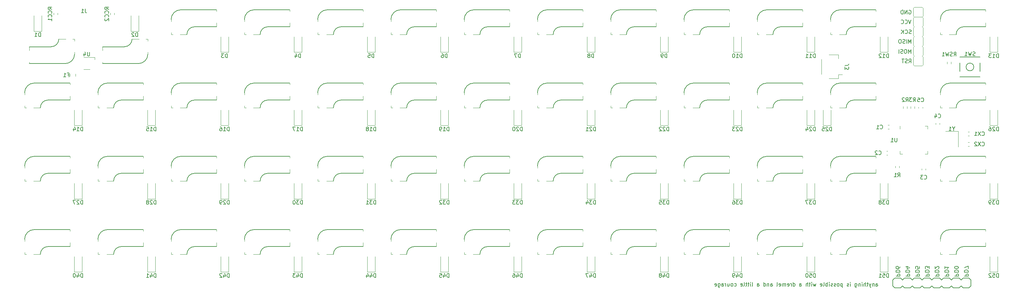
<source format=gbr>
%TF.GenerationSoftware,KiCad,Pcbnew,7.0.1-0*%
%TF.CreationDate,2023-04-12T11:52:18-05:00*%
%TF.ProjectId,pcb,7063622e-6b69-4636-9164-5f7063625858,rev?*%
%TF.SameCoordinates,Original*%
%TF.FileFunction,Legend,Bot*%
%TF.FilePolarity,Positive*%
%FSLAX46Y46*%
G04 Gerber Fmt 4.6, Leading zero omitted, Abs format (unit mm)*
G04 Created by KiCad (PCBNEW 7.0.1-0) date 2023-04-12 11:52:18*
%MOMM*%
%LPD*%
G01*
G04 APERTURE LIST*
%ADD10C,0.150000*%
%ADD11C,0.120000*%
%ADD12C,0.127000*%
G04 APERTURE END LIST*
D10*
X249414289Y-94612619D02*
X249414289Y-94088809D01*
X249414289Y-94088809D02*
X249461908Y-93993571D01*
X249461908Y-93993571D02*
X249557146Y-93945952D01*
X249557146Y-93945952D02*
X249747622Y-93945952D01*
X249747622Y-93945952D02*
X249842860Y-93993571D01*
X249414289Y-94565000D02*
X249509527Y-94612619D01*
X249509527Y-94612619D02*
X249747622Y-94612619D01*
X249747622Y-94612619D02*
X249842860Y-94565000D01*
X249842860Y-94565000D02*
X249890479Y-94469761D01*
X249890479Y-94469761D02*
X249890479Y-94374523D01*
X249890479Y-94374523D02*
X249842860Y-94279285D01*
X249842860Y-94279285D02*
X249747622Y-94231666D01*
X249747622Y-94231666D02*
X249509527Y-94231666D01*
X249509527Y-94231666D02*
X249414289Y-94184047D01*
X248938098Y-93945952D02*
X248938098Y-94612619D01*
X248938098Y-94041190D02*
X248890479Y-93993571D01*
X248890479Y-93993571D02*
X248795241Y-93945952D01*
X248795241Y-93945952D02*
X248652384Y-93945952D01*
X248652384Y-93945952D02*
X248557146Y-93993571D01*
X248557146Y-93993571D02*
X248509527Y-94088809D01*
X248509527Y-94088809D02*
X248509527Y-94612619D01*
X248128574Y-93945952D02*
X247890479Y-94612619D01*
X247652384Y-93945952D02*
X247890479Y-94612619D01*
X247890479Y-94612619D02*
X247985717Y-94850714D01*
X247985717Y-94850714D02*
X248033336Y-94898333D01*
X248033336Y-94898333D02*
X248128574Y-94945952D01*
X247414288Y-93945952D02*
X247033336Y-93945952D01*
X247271431Y-93612619D02*
X247271431Y-94469761D01*
X247271431Y-94469761D02*
X247223812Y-94565000D01*
X247223812Y-94565000D02*
X247128574Y-94612619D01*
X247128574Y-94612619D02*
X247033336Y-94612619D01*
X246700002Y-94612619D02*
X246700002Y-93612619D01*
X246271431Y-94612619D02*
X246271431Y-94088809D01*
X246271431Y-94088809D02*
X246319050Y-93993571D01*
X246319050Y-93993571D02*
X246414288Y-93945952D01*
X246414288Y-93945952D02*
X246557145Y-93945952D01*
X246557145Y-93945952D02*
X246652383Y-93993571D01*
X246652383Y-93993571D02*
X246700002Y-94041190D01*
X245795240Y-94612619D02*
X245795240Y-93945952D01*
X245795240Y-93612619D02*
X245842859Y-93660238D01*
X245842859Y-93660238D02*
X245795240Y-93707857D01*
X245795240Y-93707857D02*
X245747621Y-93660238D01*
X245747621Y-93660238D02*
X245795240Y-93612619D01*
X245795240Y-93612619D02*
X245795240Y-93707857D01*
X245319050Y-93945952D02*
X245319050Y-94612619D01*
X245319050Y-94041190D02*
X245271431Y-93993571D01*
X245271431Y-93993571D02*
X245176193Y-93945952D01*
X245176193Y-93945952D02*
X245033336Y-93945952D01*
X245033336Y-93945952D02*
X244938098Y-93993571D01*
X244938098Y-93993571D02*
X244890479Y-94088809D01*
X244890479Y-94088809D02*
X244890479Y-94612619D01*
X243985717Y-93945952D02*
X243985717Y-94755476D01*
X243985717Y-94755476D02*
X244033336Y-94850714D01*
X244033336Y-94850714D02*
X244080955Y-94898333D01*
X244080955Y-94898333D02*
X244176193Y-94945952D01*
X244176193Y-94945952D02*
X244319050Y-94945952D01*
X244319050Y-94945952D02*
X244414288Y-94898333D01*
X243985717Y-94565000D02*
X244080955Y-94612619D01*
X244080955Y-94612619D02*
X244271431Y-94612619D01*
X244271431Y-94612619D02*
X244366669Y-94565000D01*
X244366669Y-94565000D02*
X244414288Y-94517380D01*
X244414288Y-94517380D02*
X244461907Y-94422142D01*
X244461907Y-94422142D02*
X244461907Y-94136428D01*
X244461907Y-94136428D02*
X244414288Y-94041190D01*
X244414288Y-94041190D02*
X244366669Y-93993571D01*
X244366669Y-93993571D02*
X244271431Y-93945952D01*
X244271431Y-93945952D02*
X244080955Y-93945952D01*
X244080955Y-93945952D02*
X243985717Y-93993571D01*
X242747621Y-94612619D02*
X242747621Y-93945952D01*
X242747621Y-93612619D02*
X242795240Y-93660238D01*
X242795240Y-93660238D02*
X242747621Y-93707857D01*
X242747621Y-93707857D02*
X242700002Y-93660238D01*
X242700002Y-93660238D02*
X242747621Y-93612619D01*
X242747621Y-93612619D02*
X242747621Y-93707857D01*
X242319050Y-94565000D02*
X242223812Y-94612619D01*
X242223812Y-94612619D02*
X242033336Y-94612619D01*
X242033336Y-94612619D02*
X241938098Y-94565000D01*
X241938098Y-94565000D02*
X241890479Y-94469761D01*
X241890479Y-94469761D02*
X241890479Y-94422142D01*
X241890479Y-94422142D02*
X241938098Y-94326904D01*
X241938098Y-94326904D02*
X242033336Y-94279285D01*
X242033336Y-94279285D02*
X242176193Y-94279285D01*
X242176193Y-94279285D02*
X242271431Y-94231666D01*
X242271431Y-94231666D02*
X242319050Y-94136428D01*
X242319050Y-94136428D02*
X242319050Y-94088809D01*
X242319050Y-94088809D02*
X242271431Y-93993571D01*
X242271431Y-93993571D02*
X242176193Y-93945952D01*
X242176193Y-93945952D02*
X242033336Y-93945952D01*
X242033336Y-93945952D02*
X241938098Y-93993571D01*
X240700002Y-93945952D02*
X240700002Y-94945952D01*
X240700002Y-93993571D02*
X240604764Y-93945952D01*
X240604764Y-93945952D02*
X240414288Y-93945952D01*
X240414288Y-93945952D02*
X240319050Y-93993571D01*
X240319050Y-93993571D02*
X240271431Y-94041190D01*
X240271431Y-94041190D02*
X240223812Y-94136428D01*
X240223812Y-94136428D02*
X240223812Y-94422142D01*
X240223812Y-94422142D02*
X240271431Y-94517380D01*
X240271431Y-94517380D02*
X240319050Y-94565000D01*
X240319050Y-94565000D02*
X240414288Y-94612619D01*
X240414288Y-94612619D02*
X240604764Y-94612619D01*
X240604764Y-94612619D02*
X240700002Y-94565000D01*
X239652383Y-94612619D02*
X239747621Y-94565000D01*
X239747621Y-94565000D02*
X239795240Y-94517380D01*
X239795240Y-94517380D02*
X239842859Y-94422142D01*
X239842859Y-94422142D02*
X239842859Y-94136428D01*
X239842859Y-94136428D02*
X239795240Y-94041190D01*
X239795240Y-94041190D02*
X239747621Y-93993571D01*
X239747621Y-93993571D02*
X239652383Y-93945952D01*
X239652383Y-93945952D02*
X239509526Y-93945952D01*
X239509526Y-93945952D02*
X239414288Y-93993571D01*
X239414288Y-93993571D02*
X239366669Y-94041190D01*
X239366669Y-94041190D02*
X239319050Y-94136428D01*
X239319050Y-94136428D02*
X239319050Y-94422142D01*
X239319050Y-94422142D02*
X239366669Y-94517380D01*
X239366669Y-94517380D02*
X239414288Y-94565000D01*
X239414288Y-94565000D02*
X239509526Y-94612619D01*
X239509526Y-94612619D02*
X239652383Y-94612619D01*
X238938097Y-94565000D02*
X238842859Y-94612619D01*
X238842859Y-94612619D02*
X238652383Y-94612619D01*
X238652383Y-94612619D02*
X238557145Y-94565000D01*
X238557145Y-94565000D02*
X238509526Y-94469761D01*
X238509526Y-94469761D02*
X238509526Y-94422142D01*
X238509526Y-94422142D02*
X238557145Y-94326904D01*
X238557145Y-94326904D02*
X238652383Y-94279285D01*
X238652383Y-94279285D02*
X238795240Y-94279285D01*
X238795240Y-94279285D02*
X238890478Y-94231666D01*
X238890478Y-94231666D02*
X238938097Y-94136428D01*
X238938097Y-94136428D02*
X238938097Y-94088809D01*
X238938097Y-94088809D02*
X238890478Y-93993571D01*
X238890478Y-93993571D02*
X238795240Y-93945952D01*
X238795240Y-93945952D02*
X238652383Y-93945952D01*
X238652383Y-93945952D02*
X238557145Y-93993571D01*
X238128573Y-94565000D02*
X238033335Y-94612619D01*
X238033335Y-94612619D02*
X237842859Y-94612619D01*
X237842859Y-94612619D02*
X237747621Y-94565000D01*
X237747621Y-94565000D02*
X237700002Y-94469761D01*
X237700002Y-94469761D02*
X237700002Y-94422142D01*
X237700002Y-94422142D02*
X237747621Y-94326904D01*
X237747621Y-94326904D02*
X237842859Y-94279285D01*
X237842859Y-94279285D02*
X237985716Y-94279285D01*
X237985716Y-94279285D02*
X238080954Y-94231666D01*
X238080954Y-94231666D02*
X238128573Y-94136428D01*
X238128573Y-94136428D02*
X238128573Y-94088809D01*
X238128573Y-94088809D02*
X238080954Y-93993571D01*
X238080954Y-93993571D02*
X237985716Y-93945952D01*
X237985716Y-93945952D02*
X237842859Y-93945952D01*
X237842859Y-93945952D02*
X237747621Y-93993571D01*
X237271430Y-94612619D02*
X237271430Y-93945952D01*
X237271430Y-93612619D02*
X237319049Y-93660238D01*
X237319049Y-93660238D02*
X237271430Y-93707857D01*
X237271430Y-93707857D02*
X237223811Y-93660238D01*
X237223811Y-93660238D02*
X237271430Y-93612619D01*
X237271430Y-93612619D02*
X237271430Y-93707857D01*
X236795240Y-94612619D02*
X236795240Y-93612619D01*
X236795240Y-93993571D02*
X236700002Y-93945952D01*
X236700002Y-93945952D02*
X236509526Y-93945952D01*
X236509526Y-93945952D02*
X236414288Y-93993571D01*
X236414288Y-93993571D02*
X236366669Y-94041190D01*
X236366669Y-94041190D02*
X236319050Y-94136428D01*
X236319050Y-94136428D02*
X236319050Y-94422142D01*
X236319050Y-94422142D02*
X236366669Y-94517380D01*
X236366669Y-94517380D02*
X236414288Y-94565000D01*
X236414288Y-94565000D02*
X236509526Y-94612619D01*
X236509526Y-94612619D02*
X236700002Y-94612619D01*
X236700002Y-94612619D02*
X236795240Y-94565000D01*
X235747621Y-94612619D02*
X235842859Y-94565000D01*
X235842859Y-94565000D02*
X235890478Y-94469761D01*
X235890478Y-94469761D02*
X235890478Y-93612619D01*
X234985716Y-94565000D02*
X235080954Y-94612619D01*
X235080954Y-94612619D02*
X235271430Y-94612619D01*
X235271430Y-94612619D02*
X235366668Y-94565000D01*
X235366668Y-94565000D02*
X235414287Y-94469761D01*
X235414287Y-94469761D02*
X235414287Y-94088809D01*
X235414287Y-94088809D02*
X235366668Y-93993571D01*
X235366668Y-93993571D02*
X235271430Y-93945952D01*
X235271430Y-93945952D02*
X235080954Y-93945952D01*
X235080954Y-93945952D02*
X234985716Y-93993571D01*
X234985716Y-93993571D02*
X234938097Y-94088809D01*
X234938097Y-94088809D02*
X234938097Y-94184047D01*
X234938097Y-94184047D02*
X235414287Y-94279285D01*
X233842858Y-93945952D02*
X233652382Y-94612619D01*
X233652382Y-94612619D02*
X233461906Y-94136428D01*
X233461906Y-94136428D02*
X233271430Y-94612619D01*
X233271430Y-94612619D02*
X233080954Y-93945952D01*
X232700001Y-94612619D02*
X232700001Y-93945952D01*
X232700001Y-93612619D02*
X232747620Y-93660238D01*
X232747620Y-93660238D02*
X232700001Y-93707857D01*
X232700001Y-93707857D02*
X232652382Y-93660238D01*
X232652382Y-93660238D02*
X232700001Y-93612619D01*
X232700001Y-93612619D02*
X232700001Y-93707857D01*
X232366668Y-93945952D02*
X231985716Y-93945952D01*
X232223811Y-93612619D02*
X232223811Y-94469761D01*
X232223811Y-94469761D02*
X232176192Y-94565000D01*
X232176192Y-94565000D02*
X232080954Y-94612619D01*
X232080954Y-94612619D02*
X231985716Y-94612619D01*
X231652382Y-94612619D02*
X231652382Y-93612619D01*
X231223811Y-94612619D02*
X231223811Y-94088809D01*
X231223811Y-94088809D02*
X231271430Y-93993571D01*
X231271430Y-93993571D02*
X231366668Y-93945952D01*
X231366668Y-93945952D02*
X231509525Y-93945952D01*
X231509525Y-93945952D02*
X231604763Y-93993571D01*
X231604763Y-93993571D02*
X231652382Y-94041190D01*
X229557144Y-94612619D02*
X229557144Y-94088809D01*
X229557144Y-94088809D02*
X229604763Y-93993571D01*
X229604763Y-93993571D02*
X229700001Y-93945952D01*
X229700001Y-93945952D02*
X229890477Y-93945952D01*
X229890477Y-93945952D02*
X229985715Y-93993571D01*
X229557144Y-94565000D02*
X229652382Y-94612619D01*
X229652382Y-94612619D02*
X229890477Y-94612619D01*
X229890477Y-94612619D02*
X229985715Y-94565000D01*
X229985715Y-94565000D02*
X230033334Y-94469761D01*
X230033334Y-94469761D02*
X230033334Y-94374523D01*
X230033334Y-94374523D02*
X229985715Y-94279285D01*
X229985715Y-94279285D02*
X229890477Y-94231666D01*
X229890477Y-94231666D02*
X229652382Y-94231666D01*
X229652382Y-94231666D02*
X229557144Y-94184047D01*
X227890477Y-94612619D02*
X227890477Y-93612619D01*
X227890477Y-94565000D02*
X227985715Y-94612619D01*
X227985715Y-94612619D02*
X228176191Y-94612619D01*
X228176191Y-94612619D02*
X228271429Y-94565000D01*
X228271429Y-94565000D02*
X228319048Y-94517380D01*
X228319048Y-94517380D02*
X228366667Y-94422142D01*
X228366667Y-94422142D02*
X228366667Y-94136428D01*
X228366667Y-94136428D02*
X228319048Y-94041190D01*
X228319048Y-94041190D02*
X228271429Y-93993571D01*
X228271429Y-93993571D02*
X228176191Y-93945952D01*
X228176191Y-93945952D02*
X227985715Y-93945952D01*
X227985715Y-93945952D02*
X227890477Y-93993571D01*
X227414286Y-94612619D02*
X227414286Y-93945952D01*
X227414286Y-94136428D02*
X227366667Y-94041190D01*
X227366667Y-94041190D02*
X227319048Y-93993571D01*
X227319048Y-93993571D02*
X227223810Y-93945952D01*
X227223810Y-93945952D02*
X227128572Y-93945952D01*
X226414286Y-94565000D02*
X226509524Y-94612619D01*
X226509524Y-94612619D02*
X226700000Y-94612619D01*
X226700000Y-94612619D02*
X226795238Y-94565000D01*
X226795238Y-94565000D02*
X226842857Y-94469761D01*
X226842857Y-94469761D02*
X226842857Y-94088809D01*
X226842857Y-94088809D02*
X226795238Y-93993571D01*
X226795238Y-93993571D02*
X226700000Y-93945952D01*
X226700000Y-93945952D02*
X226509524Y-93945952D01*
X226509524Y-93945952D02*
X226414286Y-93993571D01*
X226414286Y-93993571D02*
X226366667Y-94088809D01*
X226366667Y-94088809D02*
X226366667Y-94184047D01*
X226366667Y-94184047D02*
X226842857Y-94279285D01*
X225938095Y-94612619D02*
X225938095Y-93945952D01*
X225938095Y-94041190D02*
X225890476Y-93993571D01*
X225890476Y-93993571D02*
X225795238Y-93945952D01*
X225795238Y-93945952D02*
X225652381Y-93945952D01*
X225652381Y-93945952D02*
X225557143Y-93993571D01*
X225557143Y-93993571D02*
X225509524Y-94088809D01*
X225509524Y-94088809D02*
X225509524Y-94612619D01*
X225509524Y-94088809D02*
X225461905Y-93993571D01*
X225461905Y-93993571D02*
X225366667Y-93945952D01*
X225366667Y-93945952D02*
X225223810Y-93945952D01*
X225223810Y-93945952D02*
X225128571Y-93993571D01*
X225128571Y-93993571D02*
X225080952Y-94088809D01*
X225080952Y-94088809D02*
X225080952Y-94612619D01*
X224223810Y-94565000D02*
X224319048Y-94612619D01*
X224319048Y-94612619D02*
X224509524Y-94612619D01*
X224509524Y-94612619D02*
X224604762Y-94565000D01*
X224604762Y-94565000D02*
X224652381Y-94469761D01*
X224652381Y-94469761D02*
X224652381Y-94088809D01*
X224652381Y-94088809D02*
X224604762Y-93993571D01*
X224604762Y-93993571D02*
X224509524Y-93945952D01*
X224509524Y-93945952D02*
X224319048Y-93945952D01*
X224319048Y-93945952D02*
X224223810Y-93993571D01*
X224223810Y-93993571D02*
X224176191Y-94088809D01*
X224176191Y-94088809D02*
X224176191Y-94184047D01*
X224176191Y-94184047D02*
X224652381Y-94279285D01*
X223604762Y-94612619D02*
X223700000Y-94565000D01*
X223700000Y-94565000D02*
X223747619Y-94469761D01*
X223747619Y-94469761D02*
X223747619Y-93612619D01*
X222033333Y-94612619D02*
X222033333Y-94088809D01*
X222033333Y-94088809D02*
X222080952Y-93993571D01*
X222080952Y-93993571D02*
X222176190Y-93945952D01*
X222176190Y-93945952D02*
X222366666Y-93945952D01*
X222366666Y-93945952D02*
X222461904Y-93993571D01*
X222033333Y-94565000D02*
X222128571Y-94612619D01*
X222128571Y-94612619D02*
X222366666Y-94612619D01*
X222366666Y-94612619D02*
X222461904Y-94565000D01*
X222461904Y-94565000D02*
X222509523Y-94469761D01*
X222509523Y-94469761D02*
X222509523Y-94374523D01*
X222509523Y-94374523D02*
X222461904Y-94279285D01*
X222461904Y-94279285D02*
X222366666Y-94231666D01*
X222366666Y-94231666D02*
X222128571Y-94231666D01*
X222128571Y-94231666D02*
X222033333Y-94184047D01*
X221557142Y-93945952D02*
X221557142Y-94612619D01*
X221557142Y-94041190D02*
X221509523Y-93993571D01*
X221509523Y-93993571D02*
X221414285Y-93945952D01*
X221414285Y-93945952D02*
X221271428Y-93945952D01*
X221271428Y-93945952D02*
X221176190Y-93993571D01*
X221176190Y-93993571D02*
X221128571Y-94088809D01*
X221128571Y-94088809D02*
X221128571Y-94612619D01*
X220223809Y-94612619D02*
X220223809Y-93612619D01*
X220223809Y-94565000D02*
X220319047Y-94612619D01*
X220319047Y-94612619D02*
X220509523Y-94612619D01*
X220509523Y-94612619D02*
X220604761Y-94565000D01*
X220604761Y-94565000D02*
X220652380Y-94517380D01*
X220652380Y-94517380D02*
X220699999Y-94422142D01*
X220699999Y-94422142D02*
X220699999Y-94136428D01*
X220699999Y-94136428D02*
X220652380Y-94041190D01*
X220652380Y-94041190D02*
X220604761Y-93993571D01*
X220604761Y-93993571D02*
X220509523Y-93945952D01*
X220509523Y-93945952D02*
X220319047Y-93945952D01*
X220319047Y-93945952D02*
X220223809Y-93993571D01*
X218557142Y-94612619D02*
X218557142Y-94088809D01*
X218557142Y-94088809D02*
X218604761Y-93993571D01*
X218604761Y-93993571D02*
X218699999Y-93945952D01*
X218699999Y-93945952D02*
X218890475Y-93945952D01*
X218890475Y-93945952D02*
X218985713Y-93993571D01*
X218557142Y-94565000D02*
X218652380Y-94612619D01*
X218652380Y-94612619D02*
X218890475Y-94612619D01*
X218890475Y-94612619D02*
X218985713Y-94565000D01*
X218985713Y-94565000D02*
X219033332Y-94469761D01*
X219033332Y-94469761D02*
X219033332Y-94374523D01*
X219033332Y-94374523D02*
X218985713Y-94279285D01*
X218985713Y-94279285D02*
X218890475Y-94231666D01*
X218890475Y-94231666D02*
X218652380Y-94231666D01*
X218652380Y-94231666D02*
X218557142Y-94184047D01*
X217176189Y-94612619D02*
X217271427Y-94565000D01*
X217271427Y-94565000D02*
X217319046Y-94469761D01*
X217319046Y-94469761D02*
X217319046Y-93612619D01*
X216795236Y-94612619D02*
X216795236Y-93945952D01*
X216795236Y-93612619D02*
X216842855Y-93660238D01*
X216842855Y-93660238D02*
X216795236Y-93707857D01*
X216795236Y-93707857D02*
X216747617Y-93660238D01*
X216747617Y-93660238D02*
X216795236Y-93612619D01*
X216795236Y-93612619D02*
X216795236Y-93707857D01*
X216461903Y-93945952D02*
X216080951Y-93945952D01*
X216319046Y-93612619D02*
X216319046Y-94469761D01*
X216319046Y-94469761D02*
X216271427Y-94565000D01*
X216271427Y-94565000D02*
X216176189Y-94612619D01*
X216176189Y-94612619D02*
X216080951Y-94612619D01*
X215890474Y-93945952D02*
X215509522Y-93945952D01*
X215747617Y-93612619D02*
X215747617Y-94469761D01*
X215747617Y-94469761D02*
X215699998Y-94565000D01*
X215699998Y-94565000D02*
X215604760Y-94612619D01*
X215604760Y-94612619D02*
X215509522Y-94612619D01*
X215033331Y-94612619D02*
X215128569Y-94565000D01*
X215128569Y-94565000D02*
X215176188Y-94469761D01*
X215176188Y-94469761D02*
X215176188Y-93612619D01*
X214271426Y-94565000D02*
X214366664Y-94612619D01*
X214366664Y-94612619D02*
X214557140Y-94612619D01*
X214557140Y-94612619D02*
X214652378Y-94565000D01*
X214652378Y-94565000D02*
X214699997Y-94469761D01*
X214699997Y-94469761D02*
X214699997Y-94088809D01*
X214699997Y-94088809D02*
X214652378Y-93993571D01*
X214652378Y-93993571D02*
X214557140Y-93945952D01*
X214557140Y-93945952D02*
X214366664Y-93945952D01*
X214366664Y-93945952D02*
X214271426Y-93993571D01*
X214271426Y-93993571D02*
X214223807Y-94088809D01*
X214223807Y-94088809D02*
X214223807Y-94184047D01*
X214223807Y-94184047D02*
X214699997Y-94279285D01*
X212604759Y-94565000D02*
X212699997Y-94612619D01*
X212699997Y-94612619D02*
X212890473Y-94612619D01*
X212890473Y-94612619D02*
X212985711Y-94565000D01*
X212985711Y-94565000D02*
X213033330Y-94517380D01*
X213033330Y-94517380D02*
X213080949Y-94422142D01*
X213080949Y-94422142D02*
X213080949Y-94136428D01*
X213080949Y-94136428D02*
X213033330Y-94041190D01*
X213033330Y-94041190D02*
X212985711Y-93993571D01*
X212985711Y-93993571D02*
X212890473Y-93945952D01*
X212890473Y-93945952D02*
X212699997Y-93945952D01*
X212699997Y-93945952D02*
X212604759Y-93993571D01*
X212033330Y-94612619D02*
X212128568Y-94565000D01*
X212128568Y-94565000D02*
X212176187Y-94517380D01*
X212176187Y-94517380D02*
X212223806Y-94422142D01*
X212223806Y-94422142D02*
X212223806Y-94136428D01*
X212223806Y-94136428D02*
X212176187Y-94041190D01*
X212176187Y-94041190D02*
X212128568Y-93993571D01*
X212128568Y-93993571D02*
X212033330Y-93945952D01*
X212033330Y-93945952D02*
X211890473Y-93945952D01*
X211890473Y-93945952D02*
X211795235Y-93993571D01*
X211795235Y-93993571D02*
X211747616Y-94041190D01*
X211747616Y-94041190D02*
X211699997Y-94136428D01*
X211699997Y-94136428D02*
X211699997Y-94422142D01*
X211699997Y-94422142D02*
X211747616Y-94517380D01*
X211747616Y-94517380D02*
X211795235Y-94565000D01*
X211795235Y-94565000D02*
X211890473Y-94612619D01*
X211890473Y-94612619D02*
X212033330Y-94612619D01*
X210842854Y-93945952D02*
X210842854Y-94612619D01*
X211271425Y-93945952D02*
X211271425Y-94469761D01*
X211271425Y-94469761D02*
X211223806Y-94565000D01*
X211223806Y-94565000D02*
X211128568Y-94612619D01*
X211128568Y-94612619D02*
X210985711Y-94612619D01*
X210985711Y-94612619D02*
X210890473Y-94565000D01*
X210890473Y-94565000D02*
X210842854Y-94517380D01*
X210366663Y-94612619D02*
X210366663Y-93945952D01*
X210366663Y-94136428D02*
X210319044Y-94041190D01*
X210319044Y-94041190D02*
X210271425Y-93993571D01*
X210271425Y-93993571D02*
X210176187Y-93945952D01*
X210176187Y-93945952D02*
X210080949Y-93945952D01*
X209319044Y-94612619D02*
X209319044Y-94088809D01*
X209319044Y-94088809D02*
X209366663Y-93993571D01*
X209366663Y-93993571D02*
X209461901Y-93945952D01*
X209461901Y-93945952D02*
X209652377Y-93945952D01*
X209652377Y-93945952D02*
X209747615Y-93993571D01*
X209319044Y-94565000D02*
X209414282Y-94612619D01*
X209414282Y-94612619D02*
X209652377Y-94612619D01*
X209652377Y-94612619D02*
X209747615Y-94565000D01*
X209747615Y-94565000D02*
X209795234Y-94469761D01*
X209795234Y-94469761D02*
X209795234Y-94374523D01*
X209795234Y-94374523D02*
X209747615Y-94279285D01*
X209747615Y-94279285D02*
X209652377Y-94231666D01*
X209652377Y-94231666D02*
X209414282Y-94231666D01*
X209414282Y-94231666D02*
X209319044Y-94184047D01*
X208414282Y-93945952D02*
X208414282Y-94755476D01*
X208414282Y-94755476D02*
X208461901Y-94850714D01*
X208461901Y-94850714D02*
X208509520Y-94898333D01*
X208509520Y-94898333D02*
X208604758Y-94945952D01*
X208604758Y-94945952D02*
X208747615Y-94945952D01*
X208747615Y-94945952D02*
X208842853Y-94898333D01*
X208414282Y-94565000D02*
X208509520Y-94612619D01*
X208509520Y-94612619D02*
X208699996Y-94612619D01*
X208699996Y-94612619D02*
X208795234Y-94565000D01*
X208795234Y-94565000D02*
X208842853Y-94517380D01*
X208842853Y-94517380D02*
X208890472Y-94422142D01*
X208890472Y-94422142D02*
X208890472Y-94136428D01*
X208890472Y-94136428D02*
X208842853Y-94041190D01*
X208842853Y-94041190D02*
X208795234Y-93993571D01*
X208795234Y-93993571D02*
X208699996Y-93945952D01*
X208699996Y-93945952D02*
X208509520Y-93945952D01*
X208509520Y-93945952D02*
X208414282Y-93993571D01*
X207557139Y-94565000D02*
X207652377Y-94612619D01*
X207652377Y-94612619D02*
X207842853Y-94612619D01*
X207842853Y-94612619D02*
X207938091Y-94565000D01*
X207938091Y-94565000D02*
X207985710Y-94469761D01*
X207985710Y-94469761D02*
X207985710Y-94088809D01*
X207985710Y-94088809D02*
X207938091Y-93993571D01*
X207938091Y-93993571D02*
X207842853Y-93945952D01*
X207842853Y-93945952D02*
X207652377Y-93945952D01*
X207652377Y-93945952D02*
X207557139Y-93993571D01*
X207557139Y-93993571D02*
X207509520Y-94088809D01*
X207509520Y-94088809D02*
X207509520Y-94184047D01*
X207509520Y-94184047D02*
X207985710Y-94279285D01*
%TO.C,D7*%
X156963094Y-35189619D02*
X156963094Y-34189619D01*
X156963094Y-34189619D02*
X156724999Y-34189619D01*
X156724999Y-34189619D02*
X156582142Y-34237238D01*
X156582142Y-34237238D02*
X156486904Y-34332476D01*
X156486904Y-34332476D02*
X156439285Y-34427714D01*
X156439285Y-34427714D02*
X156391666Y-34618190D01*
X156391666Y-34618190D02*
X156391666Y-34761047D01*
X156391666Y-34761047D02*
X156439285Y-34951523D01*
X156439285Y-34951523D02*
X156486904Y-35046761D01*
X156486904Y-35046761D02*
X156582142Y-35142000D01*
X156582142Y-35142000D02*
X156724999Y-35189619D01*
X156724999Y-35189619D02*
X156963094Y-35189619D01*
X156058332Y-34189619D02*
X155391666Y-34189619D01*
X155391666Y-34189619D02*
X155820237Y-35189619D01*
%TO.C,C4*%
X265616666Y-50742380D02*
X265664285Y-50790000D01*
X265664285Y-50790000D02*
X265807142Y-50837619D01*
X265807142Y-50837619D02*
X265902380Y-50837619D01*
X265902380Y-50837619D02*
X266045237Y-50790000D01*
X266045237Y-50790000D02*
X266140475Y-50694761D01*
X266140475Y-50694761D02*
X266188094Y-50599523D01*
X266188094Y-50599523D02*
X266235713Y-50409047D01*
X266235713Y-50409047D02*
X266235713Y-50266190D01*
X266235713Y-50266190D02*
X266188094Y-50075714D01*
X266188094Y-50075714D02*
X266140475Y-49980476D01*
X266140475Y-49980476D02*
X266045237Y-49885238D01*
X266045237Y-49885238D02*
X265902380Y-49837619D01*
X265902380Y-49837619D02*
X265807142Y-49837619D01*
X265807142Y-49837619D02*
X265664285Y-49885238D01*
X265664285Y-49885238D02*
X265616666Y-49932857D01*
X264759523Y-50170952D02*
X264759523Y-50837619D01*
X264997618Y-49790000D02*
X265235713Y-50504285D01*
X265235713Y-50504285D02*
X264616666Y-50504285D01*
%TO.C,RSW1*%
X269664285Y-34787619D02*
X269997618Y-34311428D01*
X270235713Y-34787619D02*
X270235713Y-33787619D01*
X270235713Y-33787619D02*
X269854761Y-33787619D01*
X269854761Y-33787619D02*
X269759523Y-33835238D01*
X269759523Y-33835238D02*
X269711904Y-33882857D01*
X269711904Y-33882857D02*
X269664285Y-33978095D01*
X269664285Y-33978095D02*
X269664285Y-34120952D01*
X269664285Y-34120952D02*
X269711904Y-34216190D01*
X269711904Y-34216190D02*
X269759523Y-34263809D01*
X269759523Y-34263809D02*
X269854761Y-34311428D01*
X269854761Y-34311428D02*
X270235713Y-34311428D01*
X269283332Y-34740000D02*
X269140475Y-34787619D01*
X269140475Y-34787619D02*
X268902380Y-34787619D01*
X268902380Y-34787619D02*
X268807142Y-34740000D01*
X268807142Y-34740000D02*
X268759523Y-34692380D01*
X268759523Y-34692380D02*
X268711904Y-34597142D01*
X268711904Y-34597142D02*
X268711904Y-34501904D01*
X268711904Y-34501904D02*
X268759523Y-34406666D01*
X268759523Y-34406666D02*
X268807142Y-34359047D01*
X268807142Y-34359047D02*
X268902380Y-34311428D01*
X268902380Y-34311428D02*
X269092856Y-34263809D01*
X269092856Y-34263809D02*
X269188094Y-34216190D01*
X269188094Y-34216190D02*
X269235713Y-34168571D01*
X269235713Y-34168571D02*
X269283332Y-34073333D01*
X269283332Y-34073333D02*
X269283332Y-33978095D01*
X269283332Y-33978095D02*
X269235713Y-33882857D01*
X269235713Y-33882857D02*
X269188094Y-33835238D01*
X269188094Y-33835238D02*
X269092856Y-33787619D01*
X269092856Y-33787619D02*
X268854761Y-33787619D01*
X268854761Y-33787619D02*
X268711904Y-33835238D01*
X268378570Y-33787619D02*
X268140475Y-34787619D01*
X268140475Y-34787619D02*
X267949999Y-34073333D01*
X267949999Y-34073333D02*
X267759523Y-34787619D01*
X267759523Y-34787619D02*
X267521428Y-33787619D01*
X266616666Y-34787619D02*
X267188094Y-34787619D01*
X266902380Y-34787619D02*
X266902380Y-33787619D01*
X266902380Y-33787619D02*
X266997618Y-33930476D01*
X266997618Y-33930476D02*
X267092856Y-34025714D01*
X267092856Y-34025714D02*
X267188094Y-34073333D01*
%TO.C,D8*%
X176013094Y-35189619D02*
X176013094Y-34189619D01*
X176013094Y-34189619D02*
X175774999Y-34189619D01*
X175774999Y-34189619D02*
X175632142Y-34237238D01*
X175632142Y-34237238D02*
X175536904Y-34332476D01*
X175536904Y-34332476D02*
X175489285Y-34427714D01*
X175489285Y-34427714D02*
X175441666Y-34618190D01*
X175441666Y-34618190D02*
X175441666Y-34761047D01*
X175441666Y-34761047D02*
X175489285Y-34951523D01*
X175489285Y-34951523D02*
X175536904Y-35046761D01*
X175536904Y-35046761D02*
X175632142Y-35142000D01*
X175632142Y-35142000D02*
X175774999Y-35189619D01*
X175774999Y-35189619D02*
X176013094Y-35189619D01*
X174870237Y-34618190D02*
X174965475Y-34570571D01*
X174965475Y-34570571D02*
X175013094Y-34522952D01*
X175013094Y-34522952D02*
X175060713Y-34427714D01*
X175060713Y-34427714D02*
X175060713Y-34380095D01*
X175060713Y-34380095D02*
X175013094Y-34284857D01*
X175013094Y-34284857D02*
X174965475Y-34237238D01*
X174965475Y-34237238D02*
X174870237Y-34189619D01*
X174870237Y-34189619D02*
X174679761Y-34189619D01*
X174679761Y-34189619D02*
X174584523Y-34237238D01*
X174584523Y-34237238D02*
X174536904Y-34284857D01*
X174536904Y-34284857D02*
X174489285Y-34380095D01*
X174489285Y-34380095D02*
X174489285Y-34427714D01*
X174489285Y-34427714D02*
X174536904Y-34522952D01*
X174536904Y-34522952D02*
X174584523Y-34570571D01*
X174584523Y-34570571D02*
X174679761Y-34618190D01*
X174679761Y-34618190D02*
X174870237Y-34618190D01*
X174870237Y-34618190D02*
X174965475Y-34665809D01*
X174965475Y-34665809D02*
X175013094Y-34713428D01*
X175013094Y-34713428D02*
X175060713Y-34808666D01*
X175060713Y-34808666D02*
X175060713Y-34999142D01*
X175060713Y-34999142D02*
X175013094Y-35094380D01*
X175013094Y-35094380D02*
X174965475Y-35142000D01*
X174965475Y-35142000D02*
X174870237Y-35189619D01*
X174870237Y-35189619D02*
X174679761Y-35189619D01*
X174679761Y-35189619D02*
X174584523Y-35142000D01*
X174584523Y-35142000D02*
X174536904Y-35094380D01*
X174536904Y-35094380D02*
X174489285Y-34999142D01*
X174489285Y-34999142D02*
X174489285Y-34808666D01*
X174489285Y-34808666D02*
X174536904Y-34713428D01*
X174536904Y-34713428D02*
X174584523Y-34665809D01*
X174584523Y-34665809D02*
X174679761Y-34618190D01*
%TO.C,D14*%
X43139285Y-54239619D02*
X43139285Y-53239619D01*
X43139285Y-53239619D02*
X42901190Y-53239619D01*
X42901190Y-53239619D02*
X42758333Y-53287238D01*
X42758333Y-53287238D02*
X42663095Y-53382476D01*
X42663095Y-53382476D02*
X42615476Y-53477714D01*
X42615476Y-53477714D02*
X42567857Y-53668190D01*
X42567857Y-53668190D02*
X42567857Y-53811047D01*
X42567857Y-53811047D02*
X42615476Y-54001523D01*
X42615476Y-54001523D02*
X42663095Y-54096761D01*
X42663095Y-54096761D02*
X42758333Y-54192000D01*
X42758333Y-54192000D02*
X42901190Y-54239619D01*
X42901190Y-54239619D02*
X43139285Y-54239619D01*
X41615476Y-54239619D02*
X42186904Y-54239619D01*
X41901190Y-54239619D02*
X41901190Y-53239619D01*
X41901190Y-53239619D02*
X41996428Y-53382476D01*
X41996428Y-53382476D02*
X42091666Y-53477714D01*
X42091666Y-53477714D02*
X42186904Y-53525333D01*
X40758333Y-53572952D02*
X40758333Y-54239619D01*
X40996428Y-53192000D02*
X41234523Y-53906285D01*
X41234523Y-53906285D02*
X40615476Y-53906285D01*
%TO.C,D35*%
X195539285Y-73314619D02*
X195539285Y-72314619D01*
X195539285Y-72314619D02*
X195301190Y-72314619D01*
X195301190Y-72314619D02*
X195158333Y-72362238D01*
X195158333Y-72362238D02*
X195063095Y-72457476D01*
X195063095Y-72457476D02*
X195015476Y-72552714D01*
X195015476Y-72552714D02*
X194967857Y-72743190D01*
X194967857Y-72743190D02*
X194967857Y-72886047D01*
X194967857Y-72886047D02*
X195015476Y-73076523D01*
X195015476Y-73076523D02*
X195063095Y-73171761D01*
X195063095Y-73171761D02*
X195158333Y-73267000D01*
X195158333Y-73267000D02*
X195301190Y-73314619D01*
X195301190Y-73314619D02*
X195539285Y-73314619D01*
X194634523Y-72314619D02*
X194015476Y-72314619D01*
X194015476Y-72314619D02*
X194348809Y-72695571D01*
X194348809Y-72695571D02*
X194205952Y-72695571D01*
X194205952Y-72695571D02*
X194110714Y-72743190D01*
X194110714Y-72743190D02*
X194063095Y-72790809D01*
X194063095Y-72790809D02*
X194015476Y-72886047D01*
X194015476Y-72886047D02*
X194015476Y-73124142D01*
X194015476Y-73124142D02*
X194063095Y-73219380D01*
X194063095Y-73219380D02*
X194110714Y-73267000D01*
X194110714Y-73267000D02*
X194205952Y-73314619D01*
X194205952Y-73314619D02*
X194491666Y-73314619D01*
X194491666Y-73314619D02*
X194586904Y-73267000D01*
X194586904Y-73267000D02*
X194634523Y-73219380D01*
X193110714Y-72314619D02*
X193586904Y-72314619D01*
X193586904Y-72314619D02*
X193634523Y-72790809D01*
X193634523Y-72790809D02*
X193586904Y-72743190D01*
X193586904Y-72743190D02*
X193491666Y-72695571D01*
X193491666Y-72695571D02*
X193253571Y-72695571D01*
X193253571Y-72695571D02*
X193158333Y-72743190D01*
X193158333Y-72743190D02*
X193110714Y-72790809D01*
X193110714Y-72790809D02*
X193063095Y-72886047D01*
X193063095Y-72886047D02*
X193063095Y-73124142D01*
X193063095Y-73124142D02*
X193110714Y-73219380D01*
X193110714Y-73219380D02*
X193158333Y-73267000D01*
X193158333Y-73267000D02*
X193253571Y-73314619D01*
X193253571Y-73314619D02*
X193491666Y-73314619D01*
X193491666Y-73314619D02*
X193586904Y-73267000D01*
X193586904Y-73267000D02*
X193634523Y-73219380D01*
%TO.C,D11*%
X233639285Y-35189619D02*
X233639285Y-34189619D01*
X233639285Y-34189619D02*
X233401190Y-34189619D01*
X233401190Y-34189619D02*
X233258333Y-34237238D01*
X233258333Y-34237238D02*
X233163095Y-34332476D01*
X233163095Y-34332476D02*
X233115476Y-34427714D01*
X233115476Y-34427714D02*
X233067857Y-34618190D01*
X233067857Y-34618190D02*
X233067857Y-34761047D01*
X233067857Y-34761047D02*
X233115476Y-34951523D01*
X233115476Y-34951523D02*
X233163095Y-35046761D01*
X233163095Y-35046761D02*
X233258333Y-35142000D01*
X233258333Y-35142000D02*
X233401190Y-35189619D01*
X233401190Y-35189619D02*
X233639285Y-35189619D01*
X232115476Y-35189619D02*
X232686904Y-35189619D01*
X232401190Y-35189619D02*
X232401190Y-34189619D01*
X232401190Y-34189619D02*
X232496428Y-34332476D01*
X232496428Y-34332476D02*
X232591666Y-34427714D01*
X232591666Y-34427714D02*
X232686904Y-34475333D01*
X231163095Y-35189619D02*
X231734523Y-35189619D01*
X231448809Y-35189619D02*
X231448809Y-34189619D01*
X231448809Y-34189619D02*
X231544047Y-34332476D01*
X231544047Y-34332476D02*
X231639285Y-34427714D01*
X231639285Y-34427714D02*
X231734523Y-34475333D01*
%TO.C,F1*%
X39208333Y-39663809D02*
X39541666Y-39663809D01*
X39541666Y-40187619D02*
X39541666Y-39187619D01*
X39541666Y-39187619D02*
X39065476Y-39187619D01*
X38160714Y-40187619D02*
X38732142Y-40187619D01*
X38446428Y-40187619D02*
X38446428Y-39187619D01*
X38446428Y-39187619D02*
X38541666Y-39330476D01*
X38541666Y-39330476D02*
X38636904Y-39425714D01*
X38636904Y-39425714D02*
X38732142Y-39473333D01*
%TO.C,D39*%
X281264285Y-73314619D02*
X281264285Y-72314619D01*
X281264285Y-72314619D02*
X281026190Y-72314619D01*
X281026190Y-72314619D02*
X280883333Y-72362238D01*
X280883333Y-72362238D02*
X280788095Y-72457476D01*
X280788095Y-72457476D02*
X280740476Y-72552714D01*
X280740476Y-72552714D02*
X280692857Y-72743190D01*
X280692857Y-72743190D02*
X280692857Y-72886047D01*
X280692857Y-72886047D02*
X280740476Y-73076523D01*
X280740476Y-73076523D02*
X280788095Y-73171761D01*
X280788095Y-73171761D02*
X280883333Y-73267000D01*
X280883333Y-73267000D02*
X281026190Y-73314619D01*
X281026190Y-73314619D02*
X281264285Y-73314619D01*
X280359523Y-72314619D02*
X279740476Y-72314619D01*
X279740476Y-72314619D02*
X280073809Y-72695571D01*
X280073809Y-72695571D02*
X279930952Y-72695571D01*
X279930952Y-72695571D02*
X279835714Y-72743190D01*
X279835714Y-72743190D02*
X279788095Y-72790809D01*
X279788095Y-72790809D02*
X279740476Y-72886047D01*
X279740476Y-72886047D02*
X279740476Y-73124142D01*
X279740476Y-73124142D02*
X279788095Y-73219380D01*
X279788095Y-73219380D02*
X279835714Y-73267000D01*
X279835714Y-73267000D02*
X279930952Y-73314619D01*
X279930952Y-73314619D02*
X280216666Y-73314619D01*
X280216666Y-73314619D02*
X280311904Y-73267000D01*
X280311904Y-73267000D02*
X280359523Y-73219380D01*
X279264285Y-73314619D02*
X279073809Y-73314619D01*
X279073809Y-73314619D02*
X278978571Y-73267000D01*
X278978571Y-73267000D02*
X278930952Y-73219380D01*
X278930952Y-73219380D02*
X278835714Y-73076523D01*
X278835714Y-73076523D02*
X278788095Y-72886047D01*
X278788095Y-72886047D02*
X278788095Y-72505095D01*
X278788095Y-72505095D02*
X278835714Y-72409857D01*
X278835714Y-72409857D02*
X278883333Y-72362238D01*
X278883333Y-72362238D02*
X278978571Y-72314619D01*
X278978571Y-72314619D02*
X279169047Y-72314619D01*
X279169047Y-72314619D02*
X279264285Y-72362238D01*
X279264285Y-72362238D02*
X279311904Y-72409857D01*
X279311904Y-72409857D02*
X279359523Y-72505095D01*
X279359523Y-72505095D02*
X279359523Y-72743190D01*
X279359523Y-72743190D02*
X279311904Y-72838428D01*
X279311904Y-72838428D02*
X279264285Y-72886047D01*
X279264285Y-72886047D02*
X279169047Y-72933666D01*
X279169047Y-72933666D02*
X278978571Y-72933666D01*
X278978571Y-72933666D02*
X278883333Y-72886047D01*
X278883333Y-72886047D02*
X278835714Y-72838428D01*
X278835714Y-72838428D02*
X278788095Y-72743190D01*
%TO.C,D46*%
X157439285Y-92314619D02*
X157439285Y-91314619D01*
X157439285Y-91314619D02*
X157201190Y-91314619D01*
X157201190Y-91314619D02*
X157058333Y-91362238D01*
X157058333Y-91362238D02*
X156963095Y-91457476D01*
X156963095Y-91457476D02*
X156915476Y-91552714D01*
X156915476Y-91552714D02*
X156867857Y-91743190D01*
X156867857Y-91743190D02*
X156867857Y-91886047D01*
X156867857Y-91886047D02*
X156915476Y-92076523D01*
X156915476Y-92076523D02*
X156963095Y-92171761D01*
X156963095Y-92171761D02*
X157058333Y-92267000D01*
X157058333Y-92267000D02*
X157201190Y-92314619D01*
X157201190Y-92314619D02*
X157439285Y-92314619D01*
X156010714Y-91647952D02*
X156010714Y-92314619D01*
X156248809Y-91267000D02*
X156486904Y-91981285D01*
X156486904Y-91981285D02*
X155867857Y-91981285D01*
X155058333Y-91314619D02*
X155248809Y-91314619D01*
X155248809Y-91314619D02*
X155344047Y-91362238D01*
X155344047Y-91362238D02*
X155391666Y-91409857D01*
X155391666Y-91409857D02*
X155486904Y-91552714D01*
X155486904Y-91552714D02*
X155534523Y-91743190D01*
X155534523Y-91743190D02*
X155534523Y-92124142D01*
X155534523Y-92124142D02*
X155486904Y-92219380D01*
X155486904Y-92219380D02*
X155439285Y-92267000D01*
X155439285Y-92267000D02*
X155344047Y-92314619D01*
X155344047Y-92314619D02*
X155153571Y-92314619D01*
X155153571Y-92314619D02*
X155058333Y-92267000D01*
X155058333Y-92267000D02*
X155010714Y-92219380D01*
X155010714Y-92219380D02*
X154963095Y-92124142D01*
X154963095Y-92124142D02*
X154963095Y-91886047D01*
X154963095Y-91886047D02*
X155010714Y-91790809D01*
X155010714Y-91790809D02*
X155058333Y-91743190D01*
X155058333Y-91743190D02*
X155153571Y-91695571D01*
X155153571Y-91695571D02*
X155344047Y-91695571D01*
X155344047Y-91695571D02*
X155439285Y-91743190D01*
X155439285Y-91743190D02*
X155486904Y-91790809D01*
X155486904Y-91790809D02*
X155534523Y-91886047D01*
%TO.C,D40*%
X43139285Y-92314619D02*
X43139285Y-91314619D01*
X43139285Y-91314619D02*
X42901190Y-91314619D01*
X42901190Y-91314619D02*
X42758333Y-91362238D01*
X42758333Y-91362238D02*
X42663095Y-91457476D01*
X42663095Y-91457476D02*
X42615476Y-91552714D01*
X42615476Y-91552714D02*
X42567857Y-91743190D01*
X42567857Y-91743190D02*
X42567857Y-91886047D01*
X42567857Y-91886047D02*
X42615476Y-92076523D01*
X42615476Y-92076523D02*
X42663095Y-92171761D01*
X42663095Y-92171761D02*
X42758333Y-92267000D01*
X42758333Y-92267000D02*
X42901190Y-92314619D01*
X42901190Y-92314619D02*
X43139285Y-92314619D01*
X41710714Y-91647952D02*
X41710714Y-92314619D01*
X41948809Y-91267000D02*
X42186904Y-91981285D01*
X42186904Y-91981285D02*
X41567857Y-91981285D01*
X40996428Y-91314619D02*
X40901190Y-91314619D01*
X40901190Y-91314619D02*
X40805952Y-91362238D01*
X40805952Y-91362238D02*
X40758333Y-91409857D01*
X40758333Y-91409857D02*
X40710714Y-91505095D01*
X40710714Y-91505095D02*
X40663095Y-91695571D01*
X40663095Y-91695571D02*
X40663095Y-91933666D01*
X40663095Y-91933666D02*
X40710714Y-92124142D01*
X40710714Y-92124142D02*
X40758333Y-92219380D01*
X40758333Y-92219380D02*
X40805952Y-92267000D01*
X40805952Y-92267000D02*
X40901190Y-92314619D01*
X40901190Y-92314619D02*
X40996428Y-92314619D01*
X40996428Y-92314619D02*
X41091666Y-92267000D01*
X41091666Y-92267000D02*
X41139285Y-92219380D01*
X41139285Y-92219380D02*
X41186904Y-92124142D01*
X41186904Y-92124142D02*
X41234523Y-91933666D01*
X41234523Y-91933666D02*
X41234523Y-91695571D01*
X41234523Y-91695571D02*
X41186904Y-91505095D01*
X41186904Y-91505095D02*
X41139285Y-91409857D01*
X41139285Y-91409857D02*
X41091666Y-91362238D01*
X41091666Y-91362238D02*
X40996428Y-91314619D01*
%TO.C,CX1*%
X276967857Y-55367380D02*
X277015476Y-55415000D01*
X277015476Y-55415000D02*
X277158333Y-55462619D01*
X277158333Y-55462619D02*
X277253571Y-55462619D01*
X277253571Y-55462619D02*
X277396428Y-55415000D01*
X277396428Y-55415000D02*
X277491666Y-55319761D01*
X277491666Y-55319761D02*
X277539285Y-55224523D01*
X277539285Y-55224523D02*
X277586904Y-55034047D01*
X277586904Y-55034047D02*
X277586904Y-54891190D01*
X277586904Y-54891190D02*
X277539285Y-54700714D01*
X277539285Y-54700714D02*
X277491666Y-54605476D01*
X277491666Y-54605476D02*
X277396428Y-54510238D01*
X277396428Y-54510238D02*
X277253571Y-54462619D01*
X277253571Y-54462619D02*
X277158333Y-54462619D01*
X277158333Y-54462619D02*
X277015476Y-54510238D01*
X277015476Y-54510238D02*
X276967857Y-54557857D01*
X276634523Y-54462619D02*
X275967857Y-55462619D01*
X275967857Y-54462619D02*
X276634523Y-55462619D01*
X275063095Y-55462619D02*
X275634523Y-55462619D01*
X275348809Y-55462619D02*
X275348809Y-54462619D01*
X275348809Y-54462619D02*
X275444047Y-54605476D01*
X275444047Y-54605476D02*
X275539285Y-54700714D01*
X275539285Y-54700714D02*
X275634523Y-54748333D01*
%TO.C,C1*%
X250516666Y-53617380D02*
X250564285Y-53665000D01*
X250564285Y-53665000D02*
X250707142Y-53712619D01*
X250707142Y-53712619D02*
X250802380Y-53712619D01*
X250802380Y-53712619D02*
X250945237Y-53665000D01*
X250945237Y-53665000D02*
X251040475Y-53569761D01*
X251040475Y-53569761D02*
X251088094Y-53474523D01*
X251088094Y-53474523D02*
X251135713Y-53284047D01*
X251135713Y-53284047D02*
X251135713Y-53141190D01*
X251135713Y-53141190D02*
X251088094Y-52950714D01*
X251088094Y-52950714D02*
X251040475Y-52855476D01*
X251040475Y-52855476D02*
X250945237Y-52760238D01*
X250945237Y-52760238D02*
X250802380Y-52712619D01*
X250802380Y-52712619D02*
X250707142Y-52712619D01*
X250707142Y-52712619D02*
X250564285Y-52760238D01*
X250564285Y-52760238D02*
X250516666Y-52807857D01*
X249564285Y-53712619D02*
X250135713Y-53712619D01*
X249849999Y-53712619D02*
X249849999Y-52712619D01*
X249849999Y-52712619D02*
X249945237Y-52855476D01*
X249945237Y-52855476D02*
X250040475Y-52950714D01*
X250040475Y-52950714D02*
X250135713Y-52998333D01*
%TO.C,J1*%
X43791182Y-22526704D02*
X43791182Y-23240989D01*
X43791182Y-23240989D02*
X43838801Y-23383846D01*
X43838801Y-23383846D02*
X43934039Y-23479085D01*
X43934039Y-23479085D02*
X44076896Y-23526704D01*
X44076896Y-23526704D02*
X44172134Y-23526704D01*
X42791182Y-23526704D02*
X43362610Y-23526704D01*
X43076896Y-23526704D02*
X43076896Y-22526704D01*
X43076896Y-22526704D02*
X43172134Y-22669561D01*
X43172134Y-22669561D02*
X43267372Y-22764799D01*
X43267372Y-22764799D02*
X43362610Y-22812418D01*
%TO.C,D4*%
X99813094Y-35189619D02*
X99813094Y-34189619D01*
X99813094Y-34189619D02*
X99574999Y-34189619D01*
X99574999Y-34189619D02*
X99432142Y-34237238D01*
X99432142Y-34237238D02*
X99336904Y-34332476D01*
X99336904Y-34332476D02*
X99289285Y-34427714D01*
X99289285Y-34427714D02*
X99241666Y-34618190D01*
X99241666Y-34618190D02*
X99241666Y-34761047D01*
X99241666Y-34761047D02*
X99289285Y-34951523D01*
X99289285Y-34951523D02*
X99336904Y-35046761D01*
X99336904Y-35046761D02*
X99432142Y-35142000D01*
X99432142Y-35142000D02*
X99574999Y-35189619D01*
X99574999Y-35189619D02*
X99813094Y-35189619D01*
X98384523Y-34522952D02*
X98384523Y-35189619D01*
X98622618Y-34142000D02*
X98860713Y-34856285D01*
X98860713Y-34856285D02*
X98241666Y-34856285D01*
%TO.C,Y1*%
X269601190Y-53686428D02*
X269601190Y-54162619D01*
X269934523Y-53162619D02*
X269601190Y-53686428D01*
X269601190Y-53686428D02*
X269267857Y-53162619D01*
X268410714Y-54162619D02*
X268982142Y-54162619D01*
X268696428Y-54162619D02*
X268696428Y-53162619D01*
X268696428Y-53162619D02*
X268791666Y-53305476D01*
X268791666Y-53305476D02*
X268886904Y-53400714D01*
X268886904Y-53400714D02*
X268982142Y-53448333D01*
%TO.C,C2*%
X250141666Y-60342380D02*
X250189285Y-60390000D01*
X250189285Y-60390000D02*
X250332142Y-60437619D01*
X250332142Y-60437619D02*
X250427380Y-60437619D01*
X250427380Y-60437619D02*
X250570237Y-60390000D01*
X250570237Y-60390000D02*
X250665475Y-60294761D01*
X250665475Y-60294761D02*
X250713094Y-60199523D01*
X250713094Y-60199523D02*
X250760713Y-60009047D01*
X250760713Y-60009047D02*
X250760713Y-59866190D01*
X250760713Y-59866190D02*
X250713094Y-59675714D01*
X250713094Y-59675714D02*
X250665475Y-59580476D01*
X250665475Y-59580476D02*
X250570237Y-59485238D01*
X250570237Y-59485238D02*
X250427380Y-59437619D01*
X250427380Y-59437619D02*
X250332142Y-59437619D01*
X250332142Y-59437619D02*
X250189285Y-59485238D01*
X250189285Y-59485238D02*
X250141666Y-59532857D01*
X249760713Y-59532857D02*
X249713094Y-59485238D01*
X249713094Y-59485238D02*
X249617856Y-59437619D01*
X249617856Y-59437619D02*
X249379761Y-59437619D01*
X249379761Y-59437619D02*
X249284523Y-59485238D01*
X249284523Y-59485238D02*
X249236904Y-59532857D01*
X249236904Y-59532857D02*
X249189285Y-59628095D01*
X249189285Y-59628095D02*
X249189285Y-59723333D01*
X249189285Y-59723333D02*
X249236904Y-59866190D01*
X249236904Y-59866190D02*
X249808332Y-60437619D01*
X249808332Y-60437619D02*
X249189285Y-60437619D01*
%TO.C,D29*%
X81239285Y-73314619D02*
X81239285Y-72314619D01*
X81239285Y-72314619D02*
X81001190Y-72314619D01*
X81001190Y-72314619D02*
X80858333Y-72362238D01*
X80858333Y-72362238D02*
X80763095Y-72457476D01*
X80763095Y-72457476D02*
X80715476Y-72552714D01*
X80715476Y-72552714D02*
X80667857Y-72743190D01*
X80667857Y-72743190D02*
X80667857Y-72886047D01*
X80667857Y-72886047D02*
X80715476Y-73076523D01*
X80715476Y-73076523D02*
X80763095Y-73171761D01*
X80763095Y-73171761D02*
X80858333Y-73267000D01*
X80858333Y-73267000D02*
X81001190Y-73314619D01*
X81001190Y-73314619D02*
X81239285Y-73314619D01*
X80286904Y-72409857D02*
X80239285Y-72362238D01*
X80239285Y-72362238D02*
X80144047Y-72314619D01*
X80144047Y-72314619D02*
X79905952Y-72314619D01*
X79905952Y-72314619D02*
X79810714Y-72362238D01*
X79810714Y-72362238D02*
X79763095Y-72409857D01*
X79763095Y-72409857D02*
X79715476Y-72505095D01*
X79715476Y-72505095D02*
X79715476Y-72600333D01*
X79715476Y-72600333D02*
X79763095Y-72743190D01*
X79763095Y-72743190D02*
X80334523Y-73314619D01*
X80334523Y-73314619D02*
X79715476Y-73314619D01*
X79239285Y-73314619D02*
X79048809Y-73314619D01*
X79048809Y-73314619D02*
X78953571Y-73267000D01*
X78953571Y-73267000D02*
X78905952Y-73219380D01*
X78905952Y-73219380D02*
X78810714Y-73076523D01*
X78810714Y-73076523D02*
X78763095Y-72886047D01*
X78763095Y-72886047D02*
X78763095Y-72505095D01*
X78763095Y-72505095D02*
X78810714Y-72409857D01*
X78810714Y-72409857D02*
X78858333Y-72362238D01*
X78858333Y-72362238D02*
X78953571Y-72314619D01*
X78953571Y-72314619D02*
X79144047Y-72314619D01*
X79144047Y-72314619D02*
X79239285Y-72362238D01*
X79239285Y-72362238D02*
X79286904Y-72409857D01*
X79286904Y-72409857D02*
X79334523Y-72505095D01*
X79334523Y-72505095D02*
X79334523Y-72743190D01*
X79334523Y-72743190D02*
X79286904Y-72838428D01*
X79286904Y-72838428D02*
X79239285Y-72886047D01*
X79239285Y-72886047D02*
X79144047Y-72933666D01*
X79144047Y-72933666D02*
X78953571Y-72933666D01*
X78953571Y-72933666D02*
X78858333Y-72886047D01*
X78858333Y-72886047D02*
X78810714Y-72838428D01*
X78810714Y-72838428D02*
X78763095Y-72743190D01*
%TO.C,D24*%
X233639285Y-54239619D02*
X233639285Y-53239619D01*
X233639285Y-53239619D02*
X233401190Y-53239619D01*
X233401190Y-53239619D02*
X233258333Y-53287238D01*
X233258333Y-53287238D02*
X233163095Y-53382476D01*
X233163095Y-53382476D02*
X233115476Y-53477714D01*
X233115476Y-53477714D02*
X233067857Y-53668190D01*
X233067857Y-53668190D02*
X233067857Y-53811047D01*
X233067857Y-53811047D02*
X233115476Y-54001523D01*
X233115476Y-54001523D02*
X233163095Y-54096761D01*
X233163095Y-54096761D02*
X233258333Y-54192000D01*
X233258333Y-54192000D02*
X233401190Y-54239619D01*
X233401190Y-54239619D02*
X233639285Y-54239619D01*
X232686904Y-53334857D02*
X232639285Y-53287238D01*
X232639285Y-53287238D02*
X232544047Y-53239619D01*
X232544047Y-53239619D02*
X232305952Y-53239619D01*
X232305952Y-53239619D02*
X232210714Y-53287238D01*
X232210714Y-53287238D02*
X232163095Y-53334857D01*
X232163095Y-53334857D02*
X232115476Y-53430095D01*
X232115476Y-53430095D02*
X232115476Y-53525333D01*
X232115476Y-53525333D02*
X232163095Y-53668190D01*
X232163095Y-53668190D02*
X232734523Y-54239619D01*
X232734523Y-54239619D02*
X232115476Y-54239619D01*
X231258333Y-53572952D02*
X231258333Y-54239619D01*
X231496428Y-53192000D02*
X231734523Y-53906285D01*
X231734523Y-53906285D02*
X231115476Y-53906285D01*
%TO.C,D31*%
X119339285Y-73314619D02*
X119339285Y-72314619D01*
X119339285Y-72314619D02*
X119101190Y-72314619D01*
X119101190Y-72314619D02*
X118958333Y-72362238D01*
X118958333Y-72362238D02*
X118863095Y-72457476D01*
X118863095Y-72457476D02*
X118815476Y-72552714D01*
X118815476Y-72552714D02*
X118767857Y-72743190D01*
X118767857Y-72743190D02*
X118767857Y-72886047D01*
X118767857Y-72886047D02*
X118815476Y-73076523D01*
X118815476Y-73076523D02*
X118863095Y-73171761D01*
X118863095Y-73171761D02*
X118958333Y-73267000D01*
X118958333Y-73267000D02*
X119101190Y-73314619D01*
X119101190Y-73314619D02*
X119339285Y-73314619D01*
X118434523Y-72314619D02*
X117815476Y-72314619D01*
X117815476Y-72314619D02*
X118148809Y-72695571D01*
X118148809Y-72695571D02*
X118005952Y-72695571D01*
X118005952Y-72695571D02*
X117910714Y-72743190D01*
X117910714Y-72743190D02*
X117863095Y-72790809D01*
X117863095Y-72790809D02*
X117815476Y-72886047D01*
X117815476Y-72886047D02*
X117815476Y-73124142D01*
X117815476Y-73124142D02*
X117863095Y-73219380D01*
X117863095Y-73219380D02*
X117910714Y-73267000D01*
X117910714Y-73267000D02*
X118005952Y-73314619D01*
X118005952Y-73314619D02*
X118291666Y-73314619D01*
X118291666Y-73314619D02*
X118386904Y-73267000D01*
X118386904Y-73267000D02*
X118434523Y-73219380D01*
X116863095Y-73314619D02*
X117434523Y-73314619D01*
X117148809Y-73314619D02*
X117148809Y-72314619D01*
X117148809Y-72314619D02*
X117244047Y-72457476D01*
X117244047Y-72457476D02*
X117339285Y-72552714D01*
X117339285Y-72552714D02*
X117434523Y-72600333D01*
%TO.C,D45*%
X138389285Y-92314619D02*
X138389285Y-91314619D01*
X138389285Y-91314619D02*
X138151190Y-91314619D01*
X138151190Y-91314619D02*
X138008333Y-91362238D01*
X138008333Y-91362238D02*
X137913095Y-91457476D01*
X137913095Y-91457476D02*
X137865476Y-91552714D01*
X137865476Y-91552714D02*
X137817857Y-91743190D01*
X137817857Y-91743190D02*
X137817857Y-91886047D01*
X137817857Y-91886047D02*
X137865476Y-92076523D01*
X137865476Y-92076523D02*
X137913095Y-92171761D01*
X137913095Y-92171761D02*
X138008333Y-92267000D01*
X138008333Y-92267000D02*
X138151190Y-92314619D01*
X138151190Y-92314619D02*
X138389285Y-92314619D01*
X136960714Y-91647952D02*
X136960714Y-92314619D01*
X137198809Y-91267000D02*
X137436904Y-91981285D01*
X137436904Y-91981285D02*
X136817857Y-91981285D01*
X135960714Y-91314619D02*
X136436904Y-91314619D01*
X136436904Y-91314619D02*
X136484523Y-91790809D01*
X136484523Y-91790809D02*
X136436904Y-91743190D01*
X136436904Y-91743190D02*
X136341666Y-91695571D01*
X136341666Y-91695571D02*
X136103571Y-91695571D01*
X136103571Y-91695571D02*
X136008333Y-91743190D01*
X136008333Y-91743190D02*
X135960714Y-91790809D01*
X135960714Y-91790809D02*
X135913095Y-91886047D01*
X135913095Y-91886047D02*
X135913095Y-92124142D01*
X135913095Y-92124142D02*
X135960714Y-92219380D01*
X135960714Y-92219380D02*
X136008333Y-92267000D01*
X136008333Y-92267000D02*
X136103571Y-92314619D01*
X136103571Y-92314619D02*
X136341666Y-92314619D01*
X136341666Y-92314619D02*
X136436904Y-92267000D01*
X136436904Y-92267000D02*
X136484523Y-92219380D01*
%TO.C,D16*%
X81239285Y-54239619D02*
X81239285Y-53239619D01*
X81239285Y-53239619D02*
X81001190Y-53239619D01*
X81001190Y-53239619D02*
X80858333Y-53287238D01*
X80858333Y-53287238D02*
X80763095Y-53382476D01*
X80763095Y-53382476D02*
X80715476Y-53477714D01*
X80715476Y-53477714D02*
X80667857Y-53668190D01*
X80667857Y-53668190D02*
X80667857Y-53811047D01*
X80667857Y-53811047D02*
X80715476Y-54001523D01*
X80715476Y-54001523D02*
X80763095Y-54096761D01*
X80763095Y-54096761D02*
X80858333Y-54192000D01*
X80858333Y-54192000D02*
X81001190Y-54239619D01*
X81001190Y-54239619D02*
X81239285Y-54239619D01*
X79715476Y-54239619D02*
X80286904Y-54239619D01*
X80001190Y-54239619D02*
X80001190Y-53239619D01*
X80001190Y-53239619D02*
X80096428Y-53382476D01*
X80096428Y-53382476D02*
X80191666Y-53477714D01*
X80191666Y-53477714D02*
X80286904Y-53525333D01*
X78858333Y-53239619D02*
X79048809Y-53239619D01*
X79048809Y-53239619D02*
X79144047Y-53287238D01*
X79144047Y-53287238D02*
X79191666Y-53334857D01*
X79191666Y-53334857D02*
X79286904Y-53477714D01*
X79286904Y-53477714D02*
X79334523Y-53668190D01*
X79334523Y-53668190D02*
X79334523Y-54049142D01*
X79334523Y-54049142D02*
X79286904Y-54144380D01*
X79286904Y-54144380D02*
X79239285Y-54192000D01*
X79239285Y-54192000D02*
X79144047Y-54239619D01*
X79144047Y-54239619D02*
X78953571Y-54239619D01*
X78953571Y-54239619D02*
X78858333Y-54192000D01*
X78858333Y-54192000D02*
X78810714Y-54144380D01*
X78810714Y-54144380D02*
X78763095Y-54049142D01*
X78763095Y-54049142D02*
X78763095Y-53811047D01*
X78763095Y-53811047D02*
X78810714Y-53715809D01*
X78810714Y-53715809D02*
X78858333Y-53668190D01*
X78858333Y-53668190D02*
X78953571Y-53620571D01*
X78953571Y-53620571D02*
X79144047Y-53620571D01*
X79144047Y-53620571D02*
X79239285Y-53668190D01*
X79239285Y-53668190D02*
X79286904Y-53715809D01*
X79286904Y-53715809D02*
X79334523Y-53811047D01*
%TO.C,D41*%
X62189285Y-92314619D02*
X62189285Y-91314619D01*
X62189285Y-91314619D02*
X61951190Y-91314619D01*
X61951190Y-91314619D02*
X61808333Y-91362238D01*
X61808333Y-91362238D02*
X61713095Y-91457476D01*
X61713095Y-91457476D02*
X61665476Y-91552714D01*
X61665476Y-91552714D02*
X61617857Y-91743190D01*
X61617857Y-91743190D02*
X61617857Y-91886047D01*
X61617857Y-91886047D02*
X61665476Y-92076523D01*
X61665476Y-92076523D02*
X61713095Y-92171761D01*
X61713095Y-92171761D02*
X61808333Y-92267000D01*
X61808333Y-92267000D02*
X61951190Y-92314619D01*
X61951190Y-92314619D02*
X62189285Y-92314619D01*
X60760714Y-91647952D02*
X60760714Y-92314619D01*
X60998809Y-91267000D02*
X61236904Y-91981285D01*
X61236904Y-91981285D02*
X60617857Y-91981285D01*
X59713095Y-92314619D02*
X60284523Y-92314619D01*
X59998809Y-92314619D02*
X59998809Y-91314619D01*
X59998809Y-91314619D02*
X60094047Y-91457476D01*
X60094047Y-91457476D02*
X60189285Y-91552714D01*
X60189285Y-91552714D02*
X60284523Y-91600333D01*
%TO.C,D13*%
X281264285Y-35189619D02*
X281264285Y-34189619D01*
X281264285Y-34189619D02*
X281026190Y-34189619D01*
X281026190Y-34189619D02*
X280883333Y-34237238D01*
X280883333Y-34237238D02*
X280788095Y-34332476D01*
X280788095Y-34332476D02*
X280740476Y-34427714D01*
X280740476Y-34427714D02*
X280692857Y-34618190D01*
X280692857Y-34618190D02*
X280692857Y-34761047D01*
X280692857Y-34761047D02*
X280740476Y-34951523D01*
X280740476Y-34951523D02*
X280788095Y-35046761D01*
X280788095Y-35046761D02*
X280883333Y-35142000D01*
X280883333Y-35142000D02*
X281026190Y-35189619D01*
X281026190Y-35189619D02*
X281264285Y-35189619D01*
X279740476Y-35189619D02*
X280311904Y-35189619D01*
X280026190Y-35189619D02*
X280026190Y-34189619D01*
X280026190Y-34189619D02*
X280121428Y-34332476D01*
X280121428Y-34332476D02*
X280216666Y-34427714D01*
X280216666Y-34427714D02*
X280311904Y-34475333D01*
X279407142Y-34189619D02*
X278788095Y-34189619D01*
X278788095Y-34189619D02*
X279121428Y-34570571D01*
X279121428Y-34570571D02*
X278978571Y-34570571D01*
X278978571Y-34570571D02*
X278883333Y-34618190D01*
X278883333Y-34618190D02*
X278835714Y-34665809D01*
X278835714Y-34665809D02*
X278788095Y-34761047D01*
X278788095Y-34761047D02*
X278788095Y-34999142D01*
X278788095Y-34999142D02*
X278835714Y-35094380D01*
X278835714Y-35094380D02*
X278883333Y-35142000D01*
X278883333Y-35142000D02*
X278978571Y-35189619D01*
X278978571Y-35189619D02*
X279264285Y-35189619D01*
X279264285Y-35189619D02*
X279359523Y-35142000D01*
X279359523Y-35142000D02*
X279407142Y-35094380D01*
%TO.C,D49*%
X214589285Y-92314619D02*
X214589285Y-91314619D01*
X214589285Y-91314619D02*
X214351190Y-91314619D01*
X214351190Y-91314619D02*
X214208333Y-91362238D01*
X214208333Y-91362238D02*
X214113095Y-91457476D01*
X214113095Y-91457476D02*
X214065476Y-91552714D01*
X214065476Y-91552714D02*
X214017857Y-91743190D01*
X214017857Y-91743190D02*
X214017857Y-91886047D01*
X214017857Y-91886047D02*
X214065476Y-92076523D01*
X214065476Y-92076523D02*
X214113095Y-92171761D01*
X214113095Y-92171761D02*
X214208333Y-92267000D01*
X214208333Y-92267000D02*
X214351190Y-92314619D01*
X214351190Y-92314619D02*
X214589285Y-92314619D01*
X213160714Y-91647952D02*
X213160714Y-92314619D01*
X213398809Y-91267000D02*
X213636904Y-91981285D01*
X213636904Y-91981285D02*
X213017857Y-91981285D01*
X212589285Y-92314619D02*
X212398809Y-92314619D01*
X212398809Y-92314619D02*
X212303571Y-92267000D01*
X212303571Y-92267000D02*
X212255952Y-92219380D01*
X212255952Y-92219380D02*
X212160714Y-92076523D01*
X212160714Y-92076523D02*
X212113095Y-91886047D01*
X212113095Y-91886047D02*
X212113095Y-91505095D01*
X212113095Y-91505095D02*
X212160714Y-91409857D01*
X212160714Y-91409857D02*
X212208333Y-91362238D01*
X212208333Y-91362238D02*
X212303571Y-91314619D01*
X212303571Y-91314619D02*
X212494047Y-91314619D01*
X212494047Y-91314619D02*
X212589285Y-91362238D01*
X212589285Y-91362238D02*
X212636904Y-91409857D01*
X212636904Y-91409857D02*
X212684523Y-91505095D01*
X212684523Y-91505095D02*
X212684523Y-91743190D01*
X212684523Y-91743190D02*
X212636904Y-91838428D01*
X212636904Y-91838428D02*
X212589285Y-91886047D01*
X212589285Y-91886047D02*
X212494047Y-91933666D01*
X212494047Y-91933666D02*
X212303571Y-91933666D01*
X212303571Y-91933666D02*
X212208333Y-91886047D01*
X212208333Y-91886047D02*
X212160714Y-91838428D01*
X212160714Y-91838428D02*
X212113095Y-91743190D01*
%TO.C,R3*%
X259091666Y-46612619D02*
X259424999Y-46136428D01*
X259663094Y-46612619D02*
X259663094Y-45612619D01*
X259663094Y-45612619D02*
X259282142Y-45612619D01*
X259282142Y-45612619D02*
X259186904Y-45660238D01*
X259186904Y-45660238D02*
X259139285Y-45707857D01*
X259139285Y-45707857D02*
X259091666Y-45803095D01*
X259091666Y-45803095D02*
X259091666Y-45945952D01*
X259091666Y-45945952D02*
X259139285Y-46041190D01*
X259139285Y-46041190D02*
X259186904Y-46088809D01*
X259186904Y-46088809D02*
X259282142Y-46136428D01*
X259282142Y-46136428D02*
X259663094Y-46136428D01*
X258758332Y-45612619D02*
X258139285Y-45612619D01*
X258139285Y-45612619D02*
X258472618Y-45993571D01*
X258472618Y-45993571D02*
X258329761Y-45993571D01*
X258329761Y-45993571D02*
X258234523Y-46041190D01*
X258234523Y-46041190D02*
X258186904Y-46088809D01*
X258186904Y-46088809D02*
X258139285Y-46184047D01*
X258139285Y-46184047D02*
X258139285Y-46422142D01*
X258139285Y-46422142D02*
X258186904Y-46517380D01*
X258186904Y-46517380D02*
X258234523Y-46565000D01*
X258234523Y-46565000D02*
X258329761Y-46612619D01*
X258329761Y-46612619D02*
X258615475Y-46612619D01*
X258615475Y-46612619D02*
X258710713Y-46565000D01*
X258710713Y-46565000D02*
X258758332Y-46517380D01*
%TO.C,D51*%
X252689285Y-92314619D02*
X252689285Y-91314619D01*
X252689285Y-91314619D02*
X252451190Y-91314619D01*
X252451190Y-91314619D02*
X252308333Y-91362238D01*
X252308333Y-91362238D02*
X252213095Y-91457476D01*
X252213095Y-91457476D02*
X252165476Y-91552714D01*
X252165476Y-91552714D02*
X252117857Y-91743190D01*
X252117857Y-91743190D02*
X252117857Y-91886047D01*
X252117857Y-91886047D02*
X252165476Y-92076523D01*
X252165476Y-92076523D02*
X252213095Y-92171761D01*
X252213095Y-92171761D02*
X252308333Y-92267000D01*
X252308333Y-92267000D02*
X252451190Y-92314619D01*
X252451190Y-92314619D02*
X252689285Y-92314619D01*
X251213095Y-91314619D02*
X251689285Y-91314619D01*
X251689285Y-91314619D02*
X251736904Y-91790809D01*
X251736904Y-91790809D02*
X251689285Y-91743190D01*
X251689285Y-91743190D02*
X251594047Y-91695571D01*
X251594047Y-91695571D02*
X251355952Y-91695571D01*
X251355952Y-91695571D02*
X251260714Y-91743190D01*
X251260714Y-91743190D02*
X251213095Y-91790809D01*
X251213095Y-91790809D02*
X251165476Y-91886047D01*
X251165476Y-91886047D02*
X251165476Y-92124142D01*
X251165476Y-92124142D02*
X251213095Y-92219380D01*
X251213095Y-92219380D02*
X251260714Y-92267000D01*
X251260714Y-92267000D02*
X251355952Y-92314619D01*
X251355952Y-92314619D02*
X251594047Y-92314619D01*
X251594047Y-92314619D02*
X251689285Y-92267000D01*
X251689285Y-92267000D02*
X251736904Y-92219380D01*
X250213095Y-92314619D02*
X250784523Y-92314619D01*
X250498809Y-92314619D02*
X250498809Y-91314619D01*
X250498809Y-91314619D02*
X250594047Y-91457476D01*
X250594047Y-91457476D02*
X250689285Y-91552714D01*
X250689285Y-91552714D02*
X250784523Y-91600333D01*
%TO.C,D50*%
X233639285Y-92314619D02*
X233639285Y-91314619D01*
X233639285Y-91314619D02*
X233401190Y-91314619D01*
X233401190Y-91314619D02*
X233258333Y-91362238D01*
X233258333Y-91362238D02*
X233163095Y-91457476D01*
X233163095Y-91457476D02*
X233115476Y-91552714D01*
X233115476Y-91552714D02*
X233067857Y-91743190D01*
X233067857Y-91743190D02*
X233067857Y-91886047D01*
X233067857Y-91886047D02*
X233115476Y-92076523D01*
X233115476Y-92076523D02*
X233163095Y-92171761D01*
X233163095Y-92171761D02*
X233258333Y-92267000D01*
X233258333Y-92267000D02*
X233401190Y-92314619D01*
X233401190Y-92314619D02*
X233639285Y-92314619D01*
X232163095Y-91314619D02*
X232639285Y-91314619D01*
X232639285Y-91314619D02*
X232686904Y-91790809D01*
X232686904Y-91790809D02*
X232639285Y-91743190D01*
X232639285Y-91743190D02*
X232544047Y-91695571D01*
X232544047Y-91695571D02*
X232305952Y-91695571D01*
X232305952Y-91695571D02*
X232210714Y-91743190D01*
X232210714Y-91743190D02*
X232163095Y-91790809D01*
X232163095Y-91790809D02*
X232115476Y-91886047D01*
X232115476Y-91886047D02*
X232115476Y-92124142D01*
X232115476Y-92124142D02*
X232163095Y-92219380D01*
X232163095Y-92219380D02*
X232210714Y-92267000D01*
X232210714Y-92267000D02*
X232305952Y-92314619D01*
X232305952Y-92314619D02*
X232544047Y-92314619D01*
X232544047Y-92314619D02*
X232639285Y-92267000D01*
X232639285Y-92267000D02*
X232686904Y-92219380D01*
X231496428Y-91314619D02*
X231401190Y-91314619D01*
X231401190Y-91314619D02*
X231305952Y-91362238D01*
X231305952Y-91362238D02*
X231258333Y-91409857D01*
X231258333Y-91409857D02*
X231210714Y-91505095D01*
X231210714Y-91505095D02*
X231163095Y-91695571D01*
X231163095Y-91695571D02*
X231163095Y-91933666D01*
X231163095Y-91933666D02*
X231210714Y-92124142D01*
X231210714Y-92124142D02*
X231258333Y-92219380D01*
X231258333Y-92219380D02*
X231305952Y-92267000D01*
X231305952Y-92267000D02*
X231401190Y-92314619D01*
X231401190Y-92314619D02*
X231496428Y-92314619D01*
X231496428Y-92314619D02*
X231591666Y-92267000D01*
X231591666Y-92267000D02*
X231639285Y-92219380D01*
X231639285Y-92219380D02*
X231686904Y-92124142D01*
X231686904Y-92124142D02*
X231734523Y-91933666D01*
X231734523Y-91933666D02*
X231734523Y-91695571D01*
X231734523Y-91695571D02*
X231686904Y-91505095D01*
X231686904Y-91505095D02*
X231639285Y-91409857D01*
X231639285Y-91409857D02*
X231591666Y-91362238D01*
X231591666Y-91362238D02*
X231496428Y-91314619D01*
%TO.C,C5*%
X261191666Y-46567380D02*
X261239285Y-46615000D01*
X261239285Y-46615000D02*
X261382142Y-46662619D01*
X261382142Y-46662619D02*
X261477380Y-46662619D01*
X261477380Y-46662619D02*
X261620237Y-46615000D01*
X261620237Y-46615000D02*
X261715475Y-46519761D01*
X261715475Y-46519761D02*
X261763094Y-46424523D01*
X261763094Y-46424523D02*
X261810713Y-46234047D01*
X261810713Y-46234047D02*
X261810713Y-46091190D01*
X261810713Y-46091190D02*
X261763094Y-45900714D01*
X261763094Y-45900714D02*
X261715475Y-45805476D01*
X261715475Y-45805476D02*
X261620237Y-45710238D01*
X261620237Y-45710238D02*
X261477380Y-45662619D01*
X261477380Y-45662619D02*
X261382142Y-45662619D01*
X261382142Y-45662619D02*
X261239285Y-45710238D01*
X261239285Y-45710238D02*
X261191666Y-45757857D01*
X260286904Y-45662619D02*
X260763094Y-45662619D01*
X260763094Y-45662619D02*
X260810713Y-46138809D01*
X260810713Y-46138809D02*
X260763094Y-46091190D01*
X260763094Y-46091190D02*
X260667856Y-46043571D01*
X260667856Y-46043571D02*
X260429761Y-46043571D01*
X260429761Y-46043571D02*
X260334523Y-46091190D01*
X260334523Y-46091190D02*
X260286904Y-46138809D01*
X260286904Y-46138809D02*
X260239285Y-46234047D01*
X260239285Y-46234047D02*
X260239285Y-46472142D01*
X260239285Y-46472142D02*
X260286904Y-46567380D01*
X260286904Y-46567380D02*
X260334523Y-46615000D01*
X260334523Y-46615000D02*
X260429761Y-46662619D01*
X260429761Y-46662619D02*
X260667856Y-46662619D01*
X260667856Y-46662619D02*
X260763094Y-46615000D01*
X260763094Y-46615000D02*
X260810713Y-46567380D01*
%TO.C,D52*%
X281264285Y-92314619D02*
X281264285Y-91314619D01*
X281264285Y-91314619D02*
X281026190Y-91314619D01*
X281026190Y-91314619D02*
X280883333Y-91362238D01*
X280883333Y-91362238D02*
X280788095Y-91457476D01*
X280788095Y-91457476D02*
X280740476Y-91552714D01*
X280740476Y-91552714D02*
X280692857Y-91743190D01*
X280692857Y-91743190D02*
X280692857Y-91886047D01*
X280692857Y-91886047D02*
X280740476Y-92076523D01*
X280740476Y-92076523D02*
X280788095Y-92171761D01*
X280788095Y-92171761D02*
X280883333Y-92267000D01*
X280883333Y-92267000D02*
X281026190Y-92314619D01*
X281026190Y-92314619D02*
X281264285Y-92314619D01*
X279788095Y-91314619D02*
X280264285Y-91314619D01*
X280264285Y-91314619D02*
X280311904Y-91790809D01*
X280311904Y-91790809D02*
X280264285Y-91743190D01*
X280264285Y-91743190D02*
X280169047Y-91695571D01*
X280169047Y-91695571D02*
X279930952Y-91695571D01*
X279930952Y-91695571D02*
X279835714Y-91743190D01*
X279835714Y-91743190D02*
X279788095Y-91790809D01*
X279788095Y-91790809D02*
X279740476Y-91886047D01*
X279740476Y-91886047D02*
X279740476Y-92124142D01*
X279740476Y-92124142D02*
X279788095Y-92219380D01*
X279788095Y-92219380D02*
X279835714Y-92267000D01*
X279835714Y-92267000D02*
X279930952Y-92314619D01*
X279930952Y-92314619D02*
X280169047Y-92314619D01*
X280169047Y-92314619D02*
X280264285Y-92267000D01*
X280264285Y-92267000D02*
X280311904Y-92219380D01*
X279359523Y-91409857D02*
X279311904Y-91362238D01*
X279311904Y-91362238D02*
X279216666Y-91314619D01*
X279216666Y-91314619D02*
X278978571Y-91314619D01*
X278978571Y-91314619D02*
X278883333Y-91362238D01*
X278883333Y-91362238D02*
X278835714Y-91409857D01*
X278835714Y-91409857D02*
X278788095Y-91505095D01*
X278788095Y-91505095D02*
X278788095Y-91600333D01*
X278788095Y-91600333D02*
X278835714Y-91743190D01*
X278835714Y-91743190D02*
X279407142Y-92314619D01*
X279407142Y-92314619D02*
X278788095Y-92314619D01*
%TO.C,R2*%
X257166666Y-46612619D02*
X257499999Y-46136428D01*
X257738094Y-46612619D02*
X257738094Y-45612619D01*
X257738094Y-45612619D02*
X257357142Y-45612619D01*
X257357142Y-45612619D02*
X257261904Y-45660238D01*
X257261904Y-45660238D02*
X257214285Y-45707857D01*
X257214285Y-45707857D02*
X257166666Y-45803095D01*
X257166666Y-45803095D02*
X257166666Y-45945952D01*
X257166666Y-45945952D02*
X257214285Y-46041190D01*
X257214285Y-46041190D02*
X257261904Y-46088809D01*
X257261904Y-46088809D02*
X257357142Y-46136428D01*
X257357142Y-46136428D02*
X257738094Y-46136428D01*
X256785713Y-45707857D02*
X256738094Y-45660238D01*
X256738094Y-45660238D02*
X256642856Y-45612619D01*
X256642856Y-45612619D02*
X256404761Y-45612619D01*
X256404761Y-45612619D02*
X256309523Y-45660238D01*
X256309523Y-45660238D02*
X256261904Y-45707857D01*
X256261904Y-45707857D02*
X256214285Y-45803095D01*
X256214285Y-45803095D02*
X256214285Y-45898333D01*
X256214285Y-45898333D02*
X256261904Y-46041190D01*
X256261904Y-46041190D02*
X256833332Y-46612619D01*
X256833332Y-46612619D02*
X256214285Y-46612619D01*
%TO.C,D37*%
X233639285Y-73314619D02*
X233639285Y-72314619D01*
X233639285Y-72314619D02*
X233401190Y-72314619D01*
X233401190Y-72314619D02*
X233258333Y-72362238D01*
X233258333Y-72362238D02*
X233163095Y-72457476D01*
X233163095Y-72457476D02*
X233115476Y-72552714D01*
X233115476Y-72552714D02*
X233067857Y-72743190D01*
X233067857Y-72743190D02*
X233067857Y-72886047D01*
X233067857Y-72886047D02*
X233115476Y-73076523D01*
X233115476Y-73076523D02*
X233163095Y-73171761D01*
X233163095Y-73171761D02*
X233258333Y-73267000D01*
X233258333Y-73267000D02*
X233401190Y-73314619D01*
X233401190Y-73314619D02*
X233639285Y-73314619D01*
X232734523Y-72314619D02*
X232115476Y-72314619D01*
X232115476Y-72314619D02*
X232448809Y-72695571D01*
X232448809Y-72695571D02*
X232305952Y-72695571D01*
X232305952Y-72695571D02*
X232210714Y-72743190D01*
X232210714Y-72743190D02*
X232163095Y-72790809D01*
X232163095Y-72790809D02*
X232115476Y-72886047D01*
X232115476Y-72886047D02*
X232115476Y-73124142D01*
X232115476Y-73124142D02*
X232163095Y-73219380D01*
X232163095Y-73219380D02*
X232210714Y-73267000D01*
X232210714Y-73267000D02*
X232305952Y-73314619D01*
X232305952Y-73314619D02*
X232591666Y-73314619D01*
X232591666Y-73314619D02*
X232686904Y-73267000D01*
X232686904Y-73267000D02*
X232734523Y-73219380D01*
X231782142Y-72314619D02*
X231115476Y-72314619D01*
X231115476Y-72314619D02*
X231544047Y-73314619D01*
%TO.C,D3*%
X80763094Y-35189619D02*
X80763094Y-34189619D01*
X80763094Y-34189619D02*
X80524999Y-34189619D01*
X80524999Y-34189619D02*
X80382142Y-34237238D01*
X80382142Y-34237238D02*
X80286904Y-34332476D01*
X80286904Y-34332476D02*
X80239285Y-34427714D01*
X80239285Y-34427714D02*
X80191666Y-34618190D01*
X80191666Y-34618190D02*
X80191666Y-34761047D01*
X80191666Y-34761047D02*
X80239285Y-34951523D01*
X80239285Y-34951523D02*
X80286904Y-35046761D01*
X80286904Y-35046761D02*
X80382142Y-35142000D01*
X80382142Y-35142000D02*
X80524999Y-35189619D01*
X80524999Y-35189619D02*
X80763094Y-35189619D01*
X79858332Y-34189619D02*
X79239285Y-34189619D01*
X79239285Y-34189619D02*
X79572618Y-34570571D01*
X79572618Y-34570571D02*
X79429761Y-34570571D01*
X79429761Y-34570571D02*
X79334523Y-34618190D01*
X79334523Y-34618190D02*
X79286904Y-34665809D01*
X79286904Y-34665809D02*
X79239285Y-34761047D01*
X79239285Y-34761047D02*
X79239285Y-34999142D01*
X79239285Y-34999142D02*
X79286904Y-35094380D01*
X79286904Y-35094380D02*
X79334523Y-35142000D01*
X79334523Y-35142000D02*
X79429761Y-35189619D01*
X79429761Y-35189619D02*
X79715475Y-35189619D01*
X79715475Y-35189619D02*
X79810713Y-35142000D01*
X79810713Y-35142000D02*
X79858332Y-35094380D01*
%TO.C,C3*%
X261991666Y-66692380D02*
X262039285Y-66740000D01*
X262039285Y-66740000D02*
X262182142Y-66787619D01*
X262182142Y-66787619D02*
X262277380Y-66787619D01*
X262277380Y-66787619D02*
X262420237Y-66740000D01*
X262420237Y-66740000D02*
X262515475Y-66644761D01*
X262515475Y-66644761D02*
X262563094Y-66549523D01*
X262563094Y-66549523D02*
X262610713Y-66359047D01*
X262610713Y-66359047D02*
X262610713Y-66216190D01*
X262610713Y-66216190D02*
X262563094Y-66025714D01*
X262563094Y-66025714D02*
X262515475Y-65930476D01*
X262515475Y-65930476D02*
X262420237Y-65835238D01*
X262420237Y-65835238D02*
X262277380Y-65787619D01*
X262277380Y-65787619D02*
X262182142Y-65787619D01*
X262182142Y-65787619D02*
X262039285Y-65835238D01*
X262039285Y-65835238D02*
X261991666Y-65882857D01*
X261658332Y-65787619D02*
X261039285Y-65787619D01*
X261039285Y-65787619D02*
X261372618Y-66168571D01*
X261372618Y-66168571D02*
X261229761Y-66168571D01*
X261229761Y-66168571D02*
X261134523Y-66216190D01*
X261134523Y-66216190D02*
X261086904Y-66263809D01*
X261086904Y-66263809D02*
X261039285Y-66359047D01*
X261039285Y-66359047D02*
X261039285Y-66597142D01*
X261039285Y-66597142D02*
X261086904Y-66692380D01*
X261086904Y-66692380D02*
X261134523Y-66740000D01*
X261134523Y-66740000D02*
X261229761Y-66787619D01*
X261229761Y-66787619D02*
X261515475Y-66787619D01*
X261515475Y-66787619D02*
X261610713Y-66740000D01*
X261610713Y-66740000D02*
X261658332Y-66692380D01*
%TO.C,D18*%
X119339285Y-54239619D02*
X119339285Y-53239619D01*
X119339285Y-53239619D02*
X119101190Y-53239619D01*
X119101190Y-53239619D02*
X118958333Y-53287238D01*
X118958333Y-53287238D02*
X118863095Y-53382476D01*
X118863095Y-53382476D02*
X118815476Y-53477714D01*
X118815476Y-53477714D02*
X118767857Y-53668190D01*
X118767857Y-53668190D02*
X118767857Y-53811047D01*
X118767857Y-53811047D02*
X118815476Y-54001523D01*
X118815476Y-54001523D02*
X118863095Y-54096761D01*
X118863095Y-54096761D02*
X118958333Y-54192000D01*
X118958333Y-54192000D02*
X119101190Y-54239619D01*
X119101190Y-54239619D02*
X119339285Y-54239619D01*
X117815476Y-54239619D02*
X118386904Y-54239619D01*
X118101190Y-54239619D02*
X118101190Y-53239619D01*
X118101190Y-53239619D02*
X118196428Y-53382476D01*
X118196428Y-53382476D02*
X118291666Y-53477714D01*
X118291666Y-53477714D02*
X118386904Y-53525333D01*
X117244047Y-53668190D02*
X117339285Y-53620571D01*
X117339285Y-53620571D02*
X117386904Y-53572952D01*
X117386904Y-53572952D02*
X117434523Y-53477714D01*
X117434523Y-53477714D02*
X117434523Y-53430095D01*
X117434523Y-53430095D02*
X117386904Y-53334857D01*
X117386904Y-53334857D02*
X117339285Y-53287238D01*
X117339285Y-53287238D02*
X117244047Y-53239619D01*
X117244047Y-53239619D02*
X117053571Y-53239619D01*
X117053571Y-53239619D02*
X116958333Y-53287238D01*
X116958333Y-53287238D02*
X116910714Y-53334857D01*
X116910714Y-53334857D02*
X116863095Y-53430095D01*
X116863095Y-53430095D02*
X116863095Y-53477714D01*
X116863095Y-53477714D02*
X116910714Y-53572952D01*
X116910714Y-53572952D02*
X116958333Y-53620571D01*
X116958333Y-53620571D02*
X117053571Y-53668190D01*
X117053571Y-53668190D02*
X117244047Y-53668190D01*
X117244047Y-53668190D02*
X117339285Y-53715809D01*
X117339285Y-53715809D02*
X117386904Y-53763428D01*
X117386904Y-53763428D02*
X117434523Y-53858666D01*
X117434523Y-53858666D02*
X117434523Y-54049142D01*
X117434523Y-54049142D02*
X117386904Y-54144380D01*
X117386904Y-54144380D02*
X117339285Y-54192000D01*
X117339285Y-54192000D02*
X117244047Y-54239619D01*
X117244047Y-54239619D02*
X117053571Y-54239619D01*
X117053571Y-54239619D02*
X116958333Y-54192000D01*
X116958333Y-54192000D02*
X116910714Y-54144380D01*
X116910714Y-54144380D02*
X116863095Y-54049142D01*
X116863095Y-54049142D02*
X116863095Y-53858666D01*
X116863095Y-53858666D02*
X116910714Y-53763428D01*
X116910714Y-53763428D02*
X116958333Y-53715809D01*
X116958333Y-53715809D02*
X117053571Y-53668190D01*
%TO.C,D28*%
X62189285Y-73314619D02*
X62189285Y-72314619D01*
X62189285Y-72314619D02*
X61951190Y-72314619D01*
X61951190Y-72314619D02*
X61808333Y-72362238D01*
X61808333Y-72362238D02*
X61713095Y-72457476D01*
X61713095Y-72457476D02*
X61665476Y-72552714D01*
X61665476Y-72552714D02*
X61617857Y-72743190D01*
X61617857Y-72743190D02*
X61617857Y-72886047D01*
X61617857Y-72886047D02*
X61665476Y-73076523D01*
X61665476Y-73076523D02*
X61713095Y-73171761D01*
X61713095Y-73171761D02*
X61808333Y-73267000D01*
X61808333Y-73267000D02*
X61951190Y-73314619D01*
X61951190Y-73314619D02*
X62189285Y-73314619D01*
X61236904Y-72409857D02*
X61189285Y-72362238D01*
X61189285Y-72362238D02*
X61094047Y-72314619D01*
X61094047Y-72314619D02*
X60855952Y-72314619D01*
X60855952Y-72314619D02*
X60760714Y-72362238D01*
X60760714Y-72362238D02*
X60713095Y-72409857D01*
X60713095Y-72409857D02*
X60665476Y-72505095D01*
X60665476Y-72505095D02*
X60665476Y-72600333D01*
X60665476Y-72600333D02*
X60713095Y-72743190D01*
X60713095Y-72743190D02*
X61284523Y-73314619D01*
X61284523Y-73314619D02*
X60665476Y-73314619D01*
X60094047Y-72743190D02*
X60189285Y-72695571D01*
X60189285Y-72695571D02*
X60236904Y-72647952D01*
X60236904Y-72647952D02*
X60284523Y-72552714D01*
X60284523Y-72552714D02*
X60284523Y-72505095D01*
X60284523Y-72505095D02*
X60236904Y-72409857D01*
X60236904Y-72409857D02*
X60189285Y-72362238D01*
X60189285Y-72362238D02*
X60094047Y-72314619D01*
X60094047Y-72314619D02*
X59903571Y-72314619D01*
X59903571Y-72314619D02*
X59808333Y-72362238D01*
X59808333Y-72362238D02*
X59760714Y-72409857D01*
X59760714Y-72409857D02*
X59713095Y-72505095D01*
X59713095Y-72505095D02*
X59713095Y-72552714D01*
X59713095Y-72552714D02*
X59760714Y-72647952D01*
X59760714Y-72647952D02*
X59808333Y-72695571D01*
X59808333Y-72695571D02*
X59903571Y-72743190D01*
X59903571Y-72743190D02*
X60094047Y-72743190D01*
X60094047Y-72743190D02*
X60189285Y-72790809D01*
X60189285Y-72790809D02*
X60236904Y-72838428D01*
X60236904Y-72838428D02*
X60284523Y-72933666D01*
X60284523Y-72933666D02*
X60284523Y-73124142D01*
X60284523Y-73124142D02*
X60236904Y-73219380D01*
X60236904Y-73219380D02*
X60189285Y-73267000D01*
X60189285Y-73267000D02*
X60094047Y-73314619D01*
X60094047Y-73314619D02*
X59903571Y-73314619D01*
X59903571Y-73314619D02*
X59808333Y-73267000D01*
X59808333Y-73267000D02*
X59760714Y-73219380D01*
X59760714Y-73219380D02*
X59713095Y-73124142D01*
X59713095Y-73124142D02*
X59713095Y-72933666D01*
X59713095Y-72933666D02*
X59760714Y-72838428D01*
X59760714Y-72838428D02*
X59808333Y-72790809D01*
X59808333Y-72790809D02*
X59903571Y-72743190D01*
%TO.C,U1*%
X254886904Y-56087619D02*
X254886904Y-56897142D01*
X254886904Y-56897142D02*
X254839285Y-56992380D01*
X254839285Y-56992380D02*
X254791666Y-57040000D01*
X254791666Y-57040000D02*
X254696428Y-57087619D01*
X254696428Y-57087619D02*
X254505952Y-57087619D01*
X254505952Y-57087619D02*
X254410714Y-57040000D01*
X254410714Y-57040000D02*
X254363095Y-56992380D01*
X254363095Y-56992380D02*
X254315476Y-56897142D01*
X254315476Y-56897142D02*
X254315476Y-56087619D01*
X253315476Y-57087619D02*
X253886904Y-57087619D01*
X253601190Y-57087619D02*
X253601190Y-56087619D01*
X253601190Y-56087619D02*
X253696428Y-56230476D01*
X253696428Y-56230476D02*
X253791666Y-56325714D01*
X253791666Y-56325714D02*
X253886904Y-56373333D01*
%TO.C,D32*%
X138389285Y-73314619D02*
X138389285Y-72314619D01*
X138389285Y-72314619D02*
X138151190Y-72314619D01*
X138151190Y-72314619D02*
X138008333Y-72362238D01*
X138008333Y-72362238D02*
X137913095Y-72457476D01*
X137913095Y-72457476D02*
X137865476Y-72552714D01*
X137865476Y-72552714D02*
X137817857Y-72743190D01*
X137817857Y-72743190D02*
X137817857Y-72886047D01*
X137817857Y-72886047D02*
X137865476Y-73076523D01*
X137865476Y-73076523D02*
X137913095Y-73171761D01*
X137913095Y-73171761D02*
X138008333Y-73267000D01*
X138008333Y-73267000D02*
X138151190Y-73314619D01*
X138151190Y-73314619D02*
X138389285Y-73314619D01*
X137484523Y-72314619D02*
X136865476Y-72314619D01*
X136865476Y-72314619D02*
X137198809Y-72695571D01*
X137198809Y-72695571D02*
X137055952Y-72695571D01*
X137055952Y-72695571D02*
X136960714Y-72743190D01*
X136960714Y-72743190D02*
X136913095Y-72790809D01*
X136913095Y-72790809D02*
X136865476Y-72886047D01*
X136865476Y-72886047D02*
X136865476Y-73124142D01*
X136865476Y-73124142D02*
X136913095Y-73219380D01*
X136913095Y-73219380D02*
X136960714Y-73267000D01*
X136960714Y-73267000D02*
X137055952Y-73314619D01*
X137055952Y-73314619D02*
X137341666Y-73314619D01*
X137341666Y-73314619D02*
X137436904Y-73267000D01*
X137436904Y-73267000D02*
X137484523Y-73219380D01*
X136484523Y-72409857D02*
X136436904Y-72362238D01*
X136436904Y-72362238D02*
X136341666Y-72314619D01*
X136341666Y-72314619D02*
X136103571Y-72314619D01*
X136103571Y-72314619D02*
X136008333Y-72362238D01*
X136008333Y-72362238D02*
X135960714Y-72409857D01*
X135960714Y-72409857D02*
X135913095Y-72505095D01*
X135913095Y-72505095D02*
X135913095Y-72600333D01*
X135913095Y-72600333D02*
X135960714Y-72743190D01*
X135960714Y-72743190D02*
X136532142Y-73314619D01*
X136532142Y-73314619D02*
X135913095Y-73314619D01*
%TO.C,RCC2*%
X49882619Y-22658333D02*
X49406428Y-22325000D01*
X49882619Y-22086905D02*
X48882619Y-22086905D01*
X48882619Y-22086905D02*
X48882619Y-22467857D01*
X48882619Y-22467857D02*
X48930238Y-22563095D01*
X48930238Y-22563095D02*
X48977857Y-22610714D01*
X48977857Y-22610714D02*
X49073095Y-22658333D01*
X49073095Y-22658333D02*
X49215952Y-22658333D01*
X49215952Y-22658333D02*
X49311190Y-22610714D01*
X49311190Y-22610714D02*
X49358809Y-22563095D01*
X49358809Y-22563095D02*
X49406428Y-22467857D01*
X49406428Y-22467857D02*
X49406428Y-22086905D01*
X49787380Y-23658333D02*
X49835000Y-23610714D01*
X49835000Y-23610714D02*
X49882619Y-23467857D01*
X49882619Y-23467857D02*
X49882619Y-23372619D01*
X49882619Y-23372619D02*
X49835000Y-23229762D01*
X49835000Y-23229762D02*
X49739761Y-23134524D01*
X49739761Y-23134524D02*
X49644523Y-23086905D01*
X49644523Y-23086905D02*
X49454047Y-23039286D01*
X49454047Y-23039286D02*
X49311190Y-23039286D01*
X49311190Y-23039286D02*
X49120714Y-23086905D01*
X49120714Y-23086905D02*
X49025476Y-23134524D01*
X49025476Y-23134524D02*
X48930238Y-23229762D01*
X48930238Y-23229762D02*
X48882619Y-23372619D01*
X48882619Y-23372619D02*
X48882619Y-23467857D01*
X48882619Y-23467857D02*
X48930238Y-23610714D01*
X48930238Y-23610714D02*
X48977857Y-23658333D01*
X49787380Y-24658333D02*
X49835000Y-24610714D01*
X49835000Y-24610714D02*
X49882619Y-24467857D01*
X49882619Y-24467857D02*
X49882619Y-24372619D01*
X49882619Y-24372619D02*
X49835000Y-24229762D01*
X49835000Y-24229762D02*
X49739761Y-24134524D01*
X49739761Y-24134524D02*
X49644523Y-24086905D01*
X49644523Y-24086905D02*
X49454047Y-24039286D01*
X49454047Y-24039286D02*
X49311190Y-24039286D01*
X49311190Y-24039286D02*
X49120714Y-24086905D01*
X49120714Y-24086905D02*
X49025476Y-24134524D01*
X49025476Y-24134524D02*
X48930238Y-24229762D01*
X48930238Y-24229762D02*
X48882619Y-24372619D01*
X48882619Y-24372619D02*
X48882619Y-24467857D01*
X48882619Y-24467857D02*
X48930238Y-24610714D01*
X48930238Y-24610714D02*
X48977857Y-24658333D01*
X48977857Y-25039286D02*
X48930238Y-25086905D01*
X48930238Y-25086905D02*
X48882619Y-25182143D01*
X48882619Y-25182143D02*
X48882619Y-25420238D01*
X48882619Y-25420238D02*
X48930238Y-25515476D01*
X48930238Y-25515476D02*
X48977857Y-25563095D01*
X48977857Y-25563095D02*
X49073095Y-25610714D01*
X49073095Y-25610714D02*
X49168333Y-25610714D01*
X49168333Y-25610714D02*
X49311190Y-25563095D01*
X49311190Y-25563095D02*
X49882619Y-24991667D01*
X49882619Y-24991667D02*
X49882619Y-25610714D01*
%TO.C,D5*%
X118863094Y-35189619D02*
X118863094Y-34189619D01*
X118863094Y-34189619D02*
X118624999Y-34189619D01*
X118624999Y-34189619D02*
X118482142Y-34237238D01*
X118482142Y-34237238D02*
X118386904Y-34332476D01*
X118386904Y-34332476D02*
X118339285Y-34427714D01*
X118339285Y-34427714D02*
X118291666Y-34618190D01*
X118291666Y-34618190D02*
X118291666Y-34761047D01*
X118291666Y-34761047D02*
X118339285Y-34951523D01*
X118339285Y-34951523D02*
X118386904Y-35046761D01*
X118386904Y-35046761D02*
X118482142Y-35142000D01*
X118482142Y-35142000D02*
X118624999Y-35189619D01*
X118624999Y-35189619D02*
X118863094Y-35189619D01*
X117386904Y-34189619D02*
X117863094Y-34189619D01*
X117863094Y-34189619D02*
X117910713Y-34665809D01*
X117910713Y-34665809D02*
X117863094Y-34618190D01*
X117863094Y-34618190D02*
X117767856Y-34570571D01*
X117767856Y-34570571D02*
X117529761Y-34570571D01*
X117529761Y-34570571D02*
X117434523Y-34618190D01*
X117434523Y-34618190D02*
X117386904Y-34665809D01*
X117386904Y-34665809D02*
X117339285Y-34761047D01*
X117339285Y-34761047D02*
X117339285Y-34999142D01*
X117339285Y-34999142D02*
X117386904Y-35094380D01*
X117386904Y-35094380D02*
X117434523Y-35142000D01*
X117434523Y-35142000D02*
X117529761Y-35189619D01*
X117529761Y-35189619D02*
X117767856Y-35189619D01*
X117767856Y-35189619D02*
X117863094Y-35142000D01*
X117863094Y-35142000D02*
X117910713Y-35094380D01*
%TO.C,D27*%
X43139285Y-73314619D02*
X43139285Y-72314619D01*
X43139285Y-72314619D02*
X42901190Y-72314619D01*
X42901190Y-72314619D02*
X42758333Y-72362238D01*
X42758333Y-72362238D02*
X42663095Y-72457476D01*
X42663095Y-72457476D02*
X42615476Y-72552714D01*
X42615476Y-72552714D02*
X42567857Y-72743190D01*
X42567857Y-72743190D02*
X42567857Y-72886047D01*
X42567857Y-72886047D02*
X42615476Y-73076523D01*
X42615476Y-73076523D02*
X42663095Y-73171761D01*
X42663095Y-73171761D02*
X42758333Y-73267000D01*
X42758333Y-73267000D02*
X42901190Y-73314619D01*
X42901190Y-73314619D02*
X43139285Y-73314619D01*
X42186904Y-72409857D02*
X42139285Y-72362238D01*
X42139285Y-72362238D02*
X42044047Y-72314619D01*
X42044047Y-72314619D02*
X41805952Y-72314619D01*
X41805952Y-72314619D02*
X41710714Y-72362238D01*
X41710714Y-72362238D02*
X41663095Y-72409857D01*
X41663095Y-72409857D02*
X41615476Y-72505095D01*
X41615476Y-72505095D02*
X41615476Y-72600333D01*
X41615476Y-72600333D02*
X41663095Y-72743190D01*
X41663095Y-72743190D02*
X42234523Y-73314619D01*
X42234523Y-73314619D02*
X41615476Y-73314619D01*
X41282142Y-72314619D02*
X40615476Y-72314619D01*
X40615476Y-72314619D02*
X41044047Y-73314619D01*
%TO.C,D48*%
X195539285Y-92314619D02*
X195539285Y-91314619D01*
X195539285Y-91314619D02*
X195301190Y-91314619D01*
X195301190Y-91314619D02*
X195158333Y-91362238D01*
X195158333Y-91362238D02*
X195063095Y-91457476D01*
X195063095Y-91457476D02*
X195015476Y-91552714D01*
X195015476Y-91552714D02*
X194967857Y-91743190D01*
X194967857Y-91743190D02*
X194967857Y-91886047D01*
X194967857Y-91886047D02*
X195015476Y-92076523D01*
X195015476Y-92076523D02*
X195063095Y-92171761D01*
X195063095Y-92171761D02*
X195158333Y-92267000D01*
X195158333Y-92267000D02*
X195301190Y-92314619D01*
X195301190Y-92314619D02*
X195539285Y-92314619D01*
X194110714Y-91647952D02*
X194110714Y-92314619D01*
X194348809Y-91267000D02*
X194586904Y-91981285D01*
X194586904Y-91981285D02*
X193967857Y-91981285D01*
X193444047Y-91743190D02*
X193539285Y-91695571D01*
X193539285Y-91695571D02*
X193586904Y-91647952D01*
X193586904Y-91647952D02*
X193634523Y-91552714D01*
X193634523Y-91552714D02*
X193634523Y-91505095D01*
X193634523Y-91505095D02*
X193586904Y-91409857D01*
X193586904Y-91409857D02*
X193539285Y-91362238D01*
X193539285Y-91362238D02*
X193444047Y-91314619D01*
X193444047Y-91314619D02*
X193253571Y-91314619D01*
X193253571Y-91314619D02*
X193158333Y-91362238D01*
X193158333Y-91362238D02*
X193110714Y-91409857D01*
X193110714Y-91409857D02*
X193063095Y-91505095D01*
X193063095Y-91505095D02*
X193063095Y-91552714D01*
X193063095Y-91552714D02*
X193110714Y-91647952D01*
X193110714Y-91647952D02*
X193158333Y-91695571D01*
X193158333Y-91695571D02*
X193253571Y-91743190D01*
X193253571Y-91743190D02*
X193444047Y-91743190D01*
X193444047Y-91743190D02*
X193539285Y-91790809D01*
X193539285Y-91790809D02*
X193586904Y-91838428D01*
X193586904Y-91838428D02*
X193634523Y-91933666D01*
X193634523Y-91933666D02*
X193634523Y-92124142D01*
X193634523Y-92124142D02*
X193586904Y-92219380D01*
X193586904Y-92219380D02*
X193539285Y-92267000D01*
X193539285Y-92267000D02*
X193444047Y-92314619D01*
X193444047Y-92314619D02*
X193253571Y-92314619D01*
X193253571Y-92314619D02*
X193158333Y-92267000D01*
X193158333Y-92267000D02*
X193110714Y-92219380D01*
X193110714Y-92219380D02*
X193063095Y-92124142D01*
X193063095Y-92124142D02*
X193063095Y-91933666D01*
X193063095Y-91933666D02*
X193110714Y-91838428D01*
X193110714Y-91838428D02*
X193158333Y-91790809D01*
X193158333Y-91790809D02*
X193253571Y-91743190D01*
%TO.C,D34*%
X176489285Y-73314619D02*
X176489285Y-72314619D01*
X176489285Y-72314619D02*
X176251190Y-72314619D01*
X176251190Y-72314619D02*
X176108333Y-72362238D01*
X176108333Y-72362238D02*
X176013095Y-72457476D01*
X176013095Y-72457476D02*
X175965476Y-72552714D01*
X175965476Y-72552714D02*
X175917857Y-72743190D01*
X175917857Y-72743190D02*
X175917857Y-72886047D01*
X175917857Y-72886047D02*
X175965476Y-73076523D01*
X175965476Y-73076523D02*
X176013095Y-73171761D01*
X176013095Y-73171761D02*
X176108333Y-73267000D01*
X176108333Y-73267000D02*
X176251190Y-73314619D01*
X176251190Y-73314619D02*
X176489285Y-73314619D01*
X175584523Y-72314619D02*
X174965476Y-72314619D01*
X174965476Y-72314619D02*
X175298809Y-72695571D01*
X175298809Y-72695571D02*
X175155952Y-72695571D01*
X175155952Y-72695571D02*
X175060714Y-72743190D01*
X175060714Y-72743190D02*
X175013095Y-72790809D01*
X175013095Y-72790809D02*
X174965476Y-72886047D01*
X174965476Y-72886047D02*
X174965476Y-73124142D01*
X174965476Y-73124142D02*
X175013095Y-73219380D01*
X175013095Y-73219380D02*
X175060714Y-73267000D01*
X175060714Y-73267000D02*
X175155952Y-73314619D01*
X175155952Y-73314619D02*
X175441666Y-73314619D01*
X175441666Y-73314619D02*
X175536904Y-73267000D01*
X175536904Y-73267000D02*
X175584523Y-73219380D01*
X174108333Y-72647952D02*
X174108333Y-73314619D01*
X174346428Y-72267000D02*
X174584523Y-72981285D01*
X174584523Y-72981285D02*
X173965476Y-72981285D01*
%TO.C,D20*%
X157439285Y-54239619D02*
X157439285Y-53239619D01*
X157439285Y-53239619D02*
X157201190Y-53239619D01*
X157201190Y-53239619D02*
X157058333Y-53287238D01*
X157058333Y-53287238D02*
X156963095Y-53382476D01*
X156963095Y-53382476D02*
X156915476Y-53477714D01*
X156915476Y-53477714D02*
X156867857Y-53668190D01*
X156867857Y-53668190D02*
X156867857Y-53811047D01*
X156867857Y-53811047D02*
X156915476Y-54001523D01*
X156915476Y-54001523D02*
X156963095Y-54096761D01*
X156963095Y-54096761D02*
X157058333Y-54192000D01*
X157058333Y-54192000D02*
X157201190Y-54239619D01*
X157201190Y-54239619D02*
X157439285Y-54239619D01*
X156486904Y-53334857D02*
X156439285Y-53287238D01*
X156439285Y-53287238D02*
X156344047Y-53239619D01*
X156344047Y-53239619D02*
X156105952Y-53239619D01*
X156105952Y-53239619D02*
X156010714Y-53287238D01*
X156010714Y-53287238D02*
X155963095Y-53334857D01*
X155963095Y-53334857D02*
X155915476Y-53430095D01*
X155915476Y-53430095D02*
X155915476Y-53525333D01*
X155915476Y-53525333D02*
X155963095Y-53668190D01*
X155963095Y-53668190D02*
X156534523Y-54239619D01*
X156534523Y-54239619D02*
X155915476Y-54239619D01*
X155296428Y-53239619D02*
X155201190Y-53239619D01*
X155201190Y-53239619D02*
X155105952Y-53287238D01*
X155105952Y-53287238D02*
X155058333Y-53334857D01*
X155058333Y-53334857D02*
X155010714Y-53430095D01*
X155010714Y-53430095D02*
X154963095Y-53620571D01*
X154963095Y-53620571D02*
X154963095Y-53858666D01*
X154963095Y-53858666D02*
X155010714Y-54049142D01*
X155010714Y-54049142D02*
X155058333Y-54144380D01*
X155058333Y-54144380D02*
X155105952Y-54192000D01*
X155105952Y-54192000D02*
X155201190Y-54239619D01*
X155201190Y-54239619D02*
X155296428Y-54239619D01*
X155296428Y-54239619D02*
X155391666Y-54192000D01*
X155391666Y-54192000D02*
X155439285Y-54144380D01*
X155439285Y-54144380D02*
X155486904Y-54049142D01*
X155486904Y-54049142D02*
X155534523Y-53858666D01*
X155534523Y-53858666D02*
X155534523Y-53620571D01*
X155534523Y-53620571D02*
X155486904Y-53430095D01*
X155486904Y-53430095D02*
X155439285Y-53334857D01*
X155439285Y-53334857D02*
X155391666Y-53287238D01*
X155391666Y-53287238D02*
X155296428Y-53239619D01*
%TO.C,J3*%
X241342619Y-37216666D02*
X242056904Y-37216666D01*
X242056904Y-37216666D02*
X242199761Y-37169047D01*
X242199761Y-37169047D02*
X242295000Y-37073809D01*
X242295000Y-37073809D02*
X242342619Y-36930952D01*
X242342619Y-36930952D02*
X242342619Y-36835714D01*
X241342619Y-37597619D02*
X241342619Y-38216666D01*
X241342619Y-38216666D02*
X241723571Y-37883333D01*
X241723571Y-37883333D02*
X241723571Y-38026190D01*
X241723571Y-38026190D02*
X241771190Y-38121428D01*
X241771190Y-38121428D02*
X241818809Y-38169047D01*
X241818809Y-38169047D02*
X241914047Y-38216666D01*
X241914047Y-38216666D02*
X242152142Y-38216666D01*
X242152142Y-38216666D02*
X242247380Y-38169047D01*
X242247380Y-38169047D02*
X242295000Y-38121428D01*
X242295000Y-38121428D02*
X242342619Y-38026190D01*
X242342619Y-38026190D02*
X242342619Y-37740476D01*
X242342619Y-37740476D02*
X242295000Y-37645238D01*
X242295000Y-37645238D02*
X242247380Y-37597619D01*
%TO.C,D19*%
X138389285Y-54239619D02*
X138389285Y-53239619D01*
X138389285Y-53239619D02*
X138151190Y-53239619D01*
X138151190Y-53239619D02*
X138008333Y-53287238D01*
X138008333Y-53287238D02*
X137913095Y-53382476D01*
X137913095Y-53382476D02*
X137865476Y-53477714D01*
X137865476Y-53477714D02*
X137817857Y-53668190D01*
X137817857Y-53668190D02*
X137817857Y-53811047D01*
X137817857Y-53811047D02*
X137865476Y-54001523D01*
X137865476Y-54001523D02*
X137913095Y-54096761D01*
X137913095Y-54096761D02*
X138008333Y-54192000D01*
X138008333Y-54192000D02*
X138151190Y-54239619D01*
X138151190Y-54239619D02*
X138389285Y-54239619D01*
X136865476Y-54239619D02*
X137436904Y-54239619D01*
X137151190Y-54239619D02*
X137151190Y-53239619D01*
X137151190Y-53239619D02*
X137246428Y-53382476D01*
X137246428Y-53382476D02*
X137341666Y-53477714D01*
X137341666Y-53477714D02*
X137436904Y-53525333D01*
X136389285Y-54239619D02*
X136198809Y-54239619D01*
X136198809Y-54239619D02*
X136103571Y-54192000D01*
X136103571Y-54192000D02*
X136055952Y-54144380D01*
X136055952Y-54144380D02*
X135960714Y-54001523D01*
X135960714Y-54001523D02*
X135913095Y-53811047D01*
X135913095Y-53811047D02*
X135913095Y-53430095D01*
X135913095Y-53430095D02*
X135960714Y-53334857D01*
X135960714Y-53334857D02*
X136008333Y-53287238D01*
X136008333Y-53287238D02*
X136103571Y-53239619D01*
X136103571Y-53239619D02*
X136294047Y-53239619D01*
X136294047Y-53239619D02*
X136389285Y-53287238D01*
X136389285Y-53287238D02*
X136436904Y-53334857D01*
X136436904Y-53334857D02*
X136484523Y-53430095D01*
X136484523Y-53430095D02*
X136484523Y-53668190D01*
X136484523Y-53668190D02*
X136436904Y-53763428D01*
X136436904Y-53763428D02*
X136389285Y-53811047D01*
X136389285Y-53811047D02*
X136294047Y-53858666D01*
X136294047Y-53858666D02*
X136103571Y-53858666D01*
X136103571Y-53858666D02*
X136008333Y-53811047D01*
X136008333Y-53811047D02*
X135960714Y-53763428D01*
X135960714Y-53763428D02*
X135913095Y-53668190D01*
%TO.C,R1*%
X255091666Y-66162619D02*
X255424999Y-65686428D01*
X255663094Y-66162619D02*
X255663094Y-65162619D01*
X255663094Y-65162619D02*
X255282142Y-65162619D01*
X255282142Y-65162619D02*
X255186904Y-65210238D01*
X255186904Y-65210238D02*
X255139285Y-65257857D01*
X255139285Y-65257857D02*
X255091666Y-65353095D01*
X255091666Y-65353095D02*
X255091666Y-65495952D01*
X255091666Y-65495952D02*
X255139285Y-65591190D01*
X255139285Y-65591190D02*
X255186904Y-65638809D01*
X255186904Y-65638809D02*
X255282142Y-65686428D01*
X255282142Y-65686428D02*
X255663094Y-65686428D01*
X254139285Y-66162619D02*
X254710713Y-66162619D01*
X254424999Y-66162619D02*
X254424999Y-65162619D01*
X254424999Y-65162619D02*
X254520237Y-65305476D01*
X254520237Y-65305476D02*
X254615475Y-65400714D01*
X254615475Y-65400714D02*
X254710713Y-65448333D01*
%TO.C,J5*%
X254612380Y-91987904D02*
X255612380Y-91987904D01*
X255612380Y-91987904D02*
X255612380Y-91606952D01*
X255612380Y-91606952D02*
X255564761Y-91511714D01*
X255564761Y-91511714D02*
X255517142Y-91464095D01*
X255517142Y-91464095D02*
X255421904Y-91416476D01*
X255421904Y-91416476D02*
X255279047Y-91416476D01*
X255279047Y-91416476D02*
X255183809Y-91464095D01*
X255183809Y-91464095D02*
X255136190Y-91511714D01*
X255136190Y-91511714D02*
X255088571Y-91606952D01*
X255088571Y-91606952D02*
X255088571Y-91987904D01*
X254612380Y-90987904D02*
X255612380Y-90987904D01*
X255612380Y-90987904D02*
X255612380Y-90749809D01*
X255612380Y-90749809D02*
X255564761Y-90606952D01*
X255564761Y-90606952D02*
X255469523Y-90511714D01*
X255469523Y-90511714D02*
X255374285Y-90464095D01*
X255374285Y-90464095D02*
X255183809Y-90416476D01*
X255183809Y-90416476D02*
X255040952Y-90416476D01*
X255040952Y-90416476D02*
X254850476Y-90464095D01*
X254850476Y-90464095D02*
X254755238Y-90511714D01*
X254755238Y-90511714D02*
X254660000Y-90606952D01*
X254660000Y-90606952D02*
X254612380Y-90749809D01*
X254612380Y-90749809D02*
X254612380Y-90987904D01*
X255612380Y-89559333D02*
X255612380Y-89749809D01*
X255612380Y-89749809D02*
X255564761Y-89845047D01*
X255564761Y-89845047D02*
X255517142Y-89892666D01*
X255517142Y-89892666D02*
X255374285Y-89987904D01*
X255374285Y-89987904D02*
X255183809Y-90035523D01*
X255183809Y-90035523D02*
X254802857Y-90035523D01*
X254802857Y-90035523D02*
X254707619Y-89987904D01*
X254707619Y-89987904D02*
X254660000Y-89940285D01*
X254660000Y-89940285D02*
X254612380Y-89845047D01*
X254612380Y-89845047D02*
X254612380Y-89654571D01*
X254612380Y-89654571D02*
X254660000Y-89559333D01*
X254660000Y-89559333D02*
X254707619Y-89511714D01*
X254707619Y-89511714D02*
X254802857Y-89464095D01*
X254802857Y-89464095D02*
X255040952Y-89464095D01*
X255040952Y-89464095D02*
X255136190Y-89511714D01*
X255136190Y-89511714D02*
X255183809Y-89559333D01*
X255183809Y-89559333D02*
X255231428Y-89654571D01*
X255231428Y-89654571D02*
X255231428Y-89845047D01*
X255231428Y-89845047D02*
X255183809Y-89940285D01*
X255183809Y-89940285D02*
X255136190Y-89987904D01*
X255136190Y-89987904D02*
X255040952Y-90035523D01*
X264772380Y-91987904D02*
X265772380Y-91987904D01*
X265772380Y-91987904D02*
X265772380Y-91606952D01*
X265772380Y-91606952D02*
X265724761Y-91511714D01*
X265724761Y-91511714D02*
X265677142Y-91464095D01*
X265677142Y-91464095D02*
X265581904Y-91416476D01*
X265581904Y-91416476D02*
X265439047Y-91416476D01*
X265439047Y-91416476D02*
X265343809Y-91464095D01*
X265343809Y-91464095D02*
X265296190Y-91511714D01*
X265296190Y-91511714D02*
X265248571Y-91606952D01*
X265248571Y-91606952D02*
X265248571Y-91987904D01*
X264772380Y-90987904D02*
X265772380Y-90987904D01*
X265772380Y-90987904D02*
X265772380Y-90749809D01*
X265772380Y-90749809D02*
X265724761Y-90606952D01*
X265724761Y-90606952D02*
X265629523Y-90511714D01*
X265629523Y-90511714D02*
X265534285Y-90464095D01*
X265534285Y-90464095D02*
X265343809Y-90416476D01*
X265343809Y-90416476D02*
X265200952Y-90416476D01*
X265200952Y-90416476D02*
X265010476Y-90464095D01*
X265010476Y-90464095D02*
X264915238Y-90511714D01*
X264915238Y-90511714D02*
X264820000Y-90606952D01*
X264820000Y-90606952D02*
X264772380Y-90749809D01*
X264772380Y-90749809D02*
X264772380Y-90987904D01*
X265677142Y-90035523D02*
X265724761Y-89987904D01*
X265724761Y-89987904D02*
X265772380Y-89892666D01*
X265772380Y-89892666D02*
X265772380Y-89654571D01*
X265772380Y-89654571D02*
X265724761Y-89559333D01*
X265724761Y-89559333D02*
X265677142Y-89511714D01*
X265677142Y-89511714D02*
X265581904Y-89464095D01*
X265581904Y-89464095D02*
X265486666Y-89464095D01*
X265486666Y-89464095D02*
X265343809Y-89511714D01*
X265343809Y-89511714D02*
X264772380Y-90083142D01*
X264772380Y-90083142D02*
X264772380Y-89464095D01*
X257152380Y-91987904D02*
X258152380Y-91987904D01*
X258152380Y-91987904D02*
X258152380Y-91606952D01*
X258152380Y-91606952D02*
X258104761Y-91511714D01*
X258104761Y-91511714D02*
X258057142Y-91464095D01*
X258057142Y-91464095D02*
X257961904Y-91416476D01*
X257961904Y-91416476D02*
X257819047Y-91416476D01*
X257819047Y-91416476D02*
X257723809Y-91464095D01*
X257723809Y-91464095D02*
X257676190Y-91511714D01*
X257676190Y-91511714D02*
X257628571Y-91606952D01*
X257628571Y-91606952D02*
X257628571Y-91987904D01*
X257152380Y-90987904D02*
X258152380Y-90987904D01*
X258152380Y-90987904D02*
X258152380Y-90749809D01*
X258152380Y-90749809D02*
X258104761Y-90606952D01*
X258104761Y-90606952D02*
X258009523Y-90511714D01*
X258009523Y-90511714D02*
X257914285Y-90464095D01*
X257914285Y-90464095D02*
X257723809Y-90416476D01*
X257723809Y-90416476D02*
X257580952Y-90416476D01*
X257580952Y-90416476D02*
X257390476Y-90464095D01*
X257390476Y-90464095D02*
X257295238Y-90511714D01*
X257295238Y-90511714D02*
X257200000Y-90606952D01*
X257200000Y-90606952D02*
X257152380Y-90749809D01*
X257152380Y-90749809D02*
X257152380Y-90987904D01*
X257819047Y-89559333D02*
X257152380Y-89559333D01*
X258200000Y-89797428D02*
X257485714Y-90035523D01*
X257485714Y-90035523D02*
X257485714Y-89416476D01*
X259692380Y-91987904D02*
X260692380Y-91987904D01*
X260692380Y-91987904D02*
X260692380Y-91606952D01*
X260692380Y-91606952D02*
X260644761Y-91511714D01*
X260644761Y-91511714D02*
X260597142Y-91464095D01*
X260597142Y-91464095D02*
X260501904Y-91416476D01*
X260501904Y-91416476D02*
X260359047Y-91416476D01*
X260359047Y-91416476D02*
X260263809Y-91464095D01*
X260263809Y-91464095D02*
X260216190Y-91511714D01*
X260216190Y-91511714D02*
X260168571Y-91606952D01*
X260168571Y-91606952D02*
X260168571Y-91987904D01*
X259692380Y-90987904D02*
X260692380Y-90987904D01*
X260692380Y-90987904D02*
X260692380Y-90749809D01*
X260692380Y-90749809D02*
X260644761Y-90606952D01*
X260644761Y-90606952D02*
X260549523Y-90511714D01*
X260549523Y-90511714D02*
X260454285Y-90464095D01*
X260454285Y-90464095D02*
X260263809Y-90416476D01*
X260263809Y-90416476D02*
X260120952Y-90416476D01*
X260120952Y-90416476D02*
X259930476Y-90464095D01*
X259930476Y-90464095D02*
X259835238Y-90511714D01*
X259835238Y-90511714D02*
X259740000Y-90606952D01*
X259740000Y-90606952D02*
X259692380Y-90749809D01*
X259692380Y-90749809D02*
X259692380Y-90987904D01*
X260692380Y-89511714D02*
X260692380Y-89987904D01*
X260692380Y-89987904D02*
X260216190Y-90035523D01*
X260216190Y-90035523D02*
X260263809Y-89987904D01*
X260263809Y-89987904D02*
X260311428Y-89892666D01*
X260311428Y-89892666D02*
X260311428Y-89654571D01*
X260311428Y-89654571D02*
X260263809Y-89559333D01*
X260263809Y-89559333D02*
X260216190Y-89511714D01*
X260216190Y-89511714D02*
X260120952Y-89464095D01*
X260120952Y-89464095D02*
X259882857Y-89464095D01*
X259882857Y-89464095D02*
X259787619Y-89511714D01*
X259787619Y-89511714D02*
X259740000Y-89559333D01*
X259740000Y-89559333D02*
X259692380Y-89654571D01*
X259692380Y-89654571D02*
X259692380Y-89892666D01*
X259692380Y-89892666D02*
X259740000Y-89987904D01*
X259740000Y-89987904D02*
X259787619Y-90035523D01*
X262232380Y-91987904D02*
X263232380Y-91987904D01*
X263232380Y-91987904D02*
X263232380Y-91606952D01*
X263232380Y-91606952D02*
X263184761Y-91511714D01*
X263184761Y-91511714D02*
X263137142Y-91464095D01*
X263137142Y-91464095D02*
X263041904Y-91416476D01*
X263041904Y-91416476D02*
X262899047Y-91416476D01*
X262899047Y-91416476D02*
X262803809Y-91464095D01*
X262803809Y-91464095D02*
X262756190Y-91511714D01*
X262756190Y-91511714D02*
X262708571Y-91606952D01*
X262708571Y-91606952D02*
X262708571Y-91987904D01*
X262232380Y-90987904D02*
X263232380Y-90987904D01*
X263232380Y-90987904D02*
X263232380Y-90749809D01*
X263232380Y-90749809D02*
X263184761Y-90606952D01*
X263184761Y-90606952D02*
X263089523Y-90511714D01*
X263089523Y-90511714D02*
X262994285Y-90464095D01*
X262994285Y-90464095D02*
X262803809Y-90416476D01*
X262803809Y-90416476D02*
X262660952Y-90416476D01*
X262660952Y-90416476D02*
X262470476Y-90464095D01*
X262470476Y-90464095D02*
X262375238Y-90511714D01*
X262375238Y-90511714D02*
X262280000Y-90606952D01*
X262280000Y-90606952D02*
X262232380Y-90749809D01*
X262232380Y-90749809D02*
X262232380Y-90987904D01*
X263232380Y-90083142D02*
X263232380Y-89464095D01*
X263232380Y-89464095D02*
X262851428Y-89797428D01*
X262851428Y-89797428D02*
X262851428Y-89654571D01*
X262851428Y-89654571D02*
X262803809Y-89559333D01*
X262803809Y-89559333D02*
X262756190Y-89511714D01*
X262756190Y-89511714D02*
X262660952Y-89464095D01*
X262660952Y-89464095D02*
X262422857Y-89464095D01*
X262422857Y-89464095D02*
X262327619Y-89511714D01*
X262327619Y-89511714D02*
X262280000Y-89559333D01*
X262280000Y-89559333D02*
X262232380Y-89654571D01*
X262232380Y-89654571D02*
X262232380Y-89940285D01*
X262232380Y-89940285D02*
X262280000Y-90035523D01*
X262280000Y-90035523D02*
X262327619Y-90083142D01*
X272392380Y-91987904D02*
X273392380Y-91987904D01*
X273392380Y-91987904D02*
X273392380Y-91606952D01*
X273392380Y-91606952D02*
X273344761Y-91511714D01*
X273344761Y-91511714D02*
X273297142Y-91464095D01*
X273297142Y-91464095D02*
X273201904Y-91416476D01*
X273201904Y-91416476D02*
X273059047Y-91416476D01*
X273059047Y-91416476D02*
X272963809Y-91464095D01*
X272963809Y-91464095D02*
X272916190Y-91511714D01*
X272916190Y-91511714D02*
X272868571Y-91606952D01*
X272868571Y-91606952D02*
X272868571Y-91987904D01*
X272392380Y-90987904D02*
X273392380Y-90987904D01*
X273392380Y-90987904D02*
X273392380Y-90749809D01*
X273392380Y-90749809D02*
X273344761Y-90606952D01*
X273344761Y-90606952D02*
X273249523Y-90511714D01*
X273249523Y-90511714D02*
X273154285Y-90464095D01*
X273154285Y-90464095D02*
X272963809Y-90416476D01*
X272963809Y-90416476D02*
X272820952Y-90416476D01*
X272820952Y-90416476D02*
X272630476Y-90464095D01*
X272630476Y-90464095D02*
X272535238Y-90511714D01*
X272535238Y-90511714D02*
X272440000Y-90606952D01*
X272440000Y-90606952D02*
X272392380Y-90749809D01*
X272392380Y-90749809D02*
X272392380Y-90987904D01*
X273392380Y-90083142D02*
X273392380Y-89416476D01*
X273392380Y-89416476D02*
X272392380Y-89845047D01*
X267312380Y-91987904D02*
X268312380Y-91987904D01*
X268312380Y-91987904D02*
X268312380Y-91606952D01*
X268312380Y-91606952D02*
X268264761Y-91511714D01*
X268264761Y-91511714D02*
X268217142Y-91464095D01*
X268217142Y-91464095D02*
X268121904Y-91416476D01*
X268121904Y-91416476D02*
X267979047Y-91416476D01*
X267979047Y-91416476D02*
X267883809Y-91464095D01*
X267883809Y-91464095D02*
X267836190Y-91511714D01*
X267836190Y-91511714D02*
X267788571Y-91606952D01*
X267788571Y-91606952D02*
X267788571Y-91987904D01*
X267312380Y-90987904D02*
X268312380Y-90987904D01*
X268312380Y-90987904D02*
X268312380Y-90749809D01*
X268312380Y-90749809D02*
X268264761Y-90606952D01*
X268264761Y-90606952D02*
X268169523Y-90511714D01*
X268169523Y-90511714D02*
X268074285Y-90464095D01*
X268074285Y-90464095D02*
X267883809Y-90416476D01*
X267883809Y-90416476D02*
X267740952Y-90416476D01*
X267740952Y-90416476D02*
X267550476Y-90464095D01*
X267550476Y-90464095D02*
X267455238Y-90511714D01*
X267455238Y-90511714D02*
X267360000Y-90606952D01*
X267360000Y-90606952D02*
X267312380Y-90749809D01*
X267312380Y-90749809D02*
X267312380Y-90987904D01*
X267312380Y-89464095D02*
X267312380Y-90035523D01*
X267312380Y-89749809D02*
X268312380Y-89749809D01*
X268312380Y-89749809D02*
X268169523Y-89845047D01*
X268169523Y-89845047D02*
X268074285Y-89940285D01*
X268074285Y-89940285D02*
X268026666Y-90035523D01*
X269852380Y-91987904D02*
X270852380Y-91987904D01*
X270852380Y-91987904D02*
X270852380Y-91606952D01*
X270852380Y-91606952D02*
X270804761Y-91511714D01*
X270804761Y-91511714D02*
X270757142Y-91464095D01*
X270757142Y-91464095D02*
X270661904Y-91416476D01*
X270661904Y-91416476D02*
X270519047Y-91416476D01*
X270519047Y-91416476D02*
X270423809Y-91464095D01*
X270423809Y-91464095D02*
X270376190Y-91511714D01*
X270376190Y-91511714D02*
X270328571Y-91606952D01*
X270328571Y-91606952D02*
X270328571Y-91987904D01*
X269852380Y-90987904D02*
X270852380Y-90987904D01*
X270852380Y-90987904D02*
X270852380Y-90749809D01*
X270852380Y-90749809D02*
X270804761Y-90606952D01*
X270804761Y-90606952D02*
X270709523Y-90511714D01*
X270709523Y-90511714D02*
X270614285Y-90464095D01*
X270614285Y-90464095D02*
X270423809Y-90416476D01*
X270423809Y-90416476D02*
X270280952Y-90416476D01*
X270280952Y-90416476D02*
X270090476Y-90464095D01*
X270090476Y-90464095D02*
X269995238Y-90511714D01*
X269995238Y-90511714D02*
X269900000Y-90606952D01*
X269900000Y-90606952D02*
X269852380Y-90749809D01*
X269852380Y-90749809D02*
X269852380Y-90987904D01*
X270852380Y-89797428D02*
X270852380Y-89702190D01*
X270852380Y-89702190D02*
X270804761Y-89606952D01*
X270804761Y-89606952D02*
X270757142Y-89559333D01*
X270757142Y-89559333D02*
X270661904Y-89511714D01*
X270661904Y-89511714D02*
X270471428Y-89464095D01*
X270471428Y-89464095D02*
X270233333Y-89464095D01*
X270233333Y-89464095D02*
X270042857Y-89511714D01*
X270042857Y-89511714D02*
X269947619Y-89559333D01*
X269947619Y-89559333D02*
X269900000Y-89606952D01*
X269900000Y-89606952D02*
X269852380Y-89702190D01*
X269852380Y-89702190D02*
X269852380Y-89797428D01*
X269852380Y-89797428D02*
X269900000Y-89892666D01*
X269900000Y-89892666D02*
X269947619Y-89940285D01*
X269947619Y-89940285D02*
X270042857Y-89987904D01*
X270042857Y-89987904D02*
X270233333Y-90035523D01*
X270233333Y-90035523D02*
X270471428Y-90035523D01*
X270471428Y-90035523D02*
X270661904Y-89987904D01*
X270661904Y-89987904D02*
X270757142Y-89940285D01*
X270757142Y-89940285D02*
X270804761Y-89892666D01*
X270804761Y-89892666D02*
X270852380Y-89797428D01*
%TO.C,D6*%
X137913094Y-35189619D02*
X137913094Y-34189619D01*
X137913094Y-34189619D02*
X137674999Y-34189619D01*
X137674999Y-34189619D02*
X137532142Y-34237238D01*
X137532142Y-34237238D02*
X137436904Y-34332476D01*
X137436904Y-34332476D02*
X137389285Y-34427714D01*
X137389285Y-34427714D02*
X137341666Y-34618190D01*
X137341666Y-34618190D02*
X137341666Y-34761047D01*
X137341666Y-34761047D02*
X137389285Y-34951523D01*
X137389285Y-34951523D02*
X137436904Y-35046761D01*
X137436904Y-35046761D02*
X137532142Y-35142000D01*
X137532142Y-35142000D02*
X137674999Y-35189619D01*
X137674999Y-35189619D02*
X137913094Y-35189619D01*
X136484523Y-34189619D02*
X136674999Y-34189619D01*
X136674999Y-34189619D02*
X136770237Y-34237238D01*
X136770237Y-34237238D02*
X136817856Y-34284857D01*
X136817856Y-34284857D02*
X136913094Y-34427714D01*
X136913094Y-34427714D02*
X136960713Y-34618190D01*
X136960713Y-34618190D02*
X136960713Y-34999142D01*
X136960713Y-34999142D02*
X136913094Y-35094380D01*
X136913094Y-35094380D02*
X136865475Y-35142000D01*
X136865475Y-35142000D02*
X136770237Y-35189619D01*
X136770237Y-35189619D02*
X136579761Y-35189619D01*
X136579761Y-35189619D02*
X136484523Y-35142000D01*
X136484523Y-35142000D02*
X136436904Y-35094380D01*
X136436904Y-35094380D02*
X136389285Y-34999142D01*
X136389285Y-34999142D02*
X136389285Y-34761047D01*
X136389285Y-34761047D02*
X136436904Y-34665809D01*
X136436904Y-34665809D02*
X136484523Y-34618190D01*
X136484523Y-34618190D02*
X136579761Y-34570571D01*
X136579761Y-34570571D02*
X136770237Y-34570571D01*
X136770237Y-34570571D02*
X136865475Y-34618190D01*
X136865475Y-34618190D02*
X136913094Y-34665809D01*
X136913094Y-34665809D02*
X136960713Y-34761047D01*
%TO.C,D12*%
X252689285Y-35189619D02*
X252689285Y-34189619D01*
X252689285Y-34189619D02*
X252451190Y-34189619D01*
X252451190Y-34189619D02*
X252308333Y-34237238D01*
X252308333Y-34237238D02*
X252213095Y-34332476D01*
X252213095Y-34332476D02*
X252165476Y-34427714D01*
X252165476Y-34427714D02*
X252117857Y-34618190D01*
X252117857Y-34618190D02*
X252117857Y-34761047D01*
X252117857Y-34761047D02*
X252165476Y-34951523D01*
X252165476Y-34951523D02*
X252213095Y-35046761D01*
X252213095Y-35046761D02*
X252308333Y-35142000D01*
X252308333Y-35142000D02*
X252451190Y-35189619D01*
X252451190Y-35189619D02*
X252689285Y-35189619D01*
X251165476Y-35189619D02*
X251736904Y-35189619D01*
X251451190Y-35189619D02*
X251451190Y-34189619D01*
X251451190Y-34189619D02*
X251546428Y-34332476D01*
X251546428Y-34332476D02*
X251641666Y-34427714D01*
X251641666Y-34427714D02*
X251736904Y-34475333D01*
X250784523Y-34284857D02*
X250736904Y-34237238D01*
X250736904Y-34237238D02*
X250641666Y-34189619D01*
X250641666Y-34189619D02*
X250403571Y-34189619D01*
X250403571Y-34189619D02*
X250308333Y-34237238D01*
X250308333Y-34237238D02*
X250260714Y-34284857D01*
X250260714Y-34284857D02*
X250213095Y-34380095D01*
X250213095Y-34380095D02*
X250213095Y-34475333D01*
X250213095Y-34475333D02*
X250260714Y-34618190D01*
X250260714Y-34618190D02*
X250832142Y-35189619D01*
X250832142Y-35189619D02*
X250213095Y-35189619D01*
%TO.C,D30*%
X100289285Y-73314619D02*
X100289285Y-72314619D01*
X100289285Y-72314619D02*
X100051190Y-72314619D01*
X100051190Y-72314619D02*
X99908333Y-72362238D01*
X99908333Y-72362238D02*
X99813095Y-72457476D01*
X99813095Y-72457476D02*
X99765476Y-72552714D01*
X99765476Y-72552714D02*
X99717857Y-72743190D01*
X99717857Y-72743190D02*
X99717857Y-72886047D01*
X99717857Y-72886047D02*
X99765476Y-73076523D01*
X99765476Y-73076523D02*
X99813095Y-73171761D01*
X99813095Y-73171761D02*
X99908333Y-73267000D01*
X99908333Y-73267000D02*
X100051190Y-73314619D01*
X100051190Y-73314619D02*
X100289285Y-73314619D01*
X99384523Y-72314619D02*
X98765476Y-72314619D01*
X98765476Y-72314619D02*
X99098809Y-72695571D01*
X99098809Y-72695571D02*
X98955952Y-72695571D01*
X98955952Y-72695571D02*
X98860714Y-72743190D01*
X98860714Y-72743190D02*
X98813095Y-72790809D01*
X98813095Y-72790809D02*
X98765476Y-72886047D01*
X98765476Y-72886047D02*
X98765476Y-73124142D01*
X98765476Y-73124142D02*
X98813095Y-73219380D01*
X98813095Y-73219380D02*
X98860714Y-73267000D01*
X98860714Y-73267000D02*
X98955952Y-73314619D01*
X98955952Y-73314619D02*
X99241666Y-73314619D01*
X99241666Y-73314619D02*
X99336904Y-73267000D01*
X99336904Y-73267000D02*
X99384523Y-73219380D01*
X98146428Y-72314619D02*
X98051190Y-72314619D01*
X98051190Y-72314619D02*
X97955952Y-72362238D01*
X97955952Y-72362238D02*
X97908333Y-72409857D01*
X97908333Y-72409857D02*
X97860714Y-72505095D01*
X97860714Y-72505095D02*
X97813095Y-72695571D01*
X97813095Y-72695571D02*
X97813095Y-72933666D01*
X97813095Y-72933666D02*
X97860714Y-73124142D01*
X97860714Y-73124142D02*
X97908333Y-73219380D01*
X97908333Y-73219380D02*
X97955952Y-73267000D01*
X97955952Y-73267000D02*
X98051190Y-73314619D01*
X98051190Y-73314619D02*
X98146428Y-73314619D01*
X98146428Y-73314619D02*
X98241666Y-73267000D01*
X98241666Y-73267000D02*
X98289285Y-73219380D01*
X98289285Y-73219380D02*
X98336904Y-73124142D01*
X98336904Y-73124142D02*
X98384523Y-72933666D01*
X98384523Y-72933666D02*
X98384523Y-72695571D01*
X98384523Y-72695571D02*
X98336904Y-72505095D01*
X98336904Y-72505095D02*
X98289285Y-72409857D01*
X98289285Y-72409857D02*
X98241666Y-72362238D01*
X98241666Y-72362238D02*
X98146428Y-72314619D01*
%TO.C,D2*%
X57413094Y-29714619D02*
X57413094Y-28714619D01*
X57413094Y-28714619D02*
X57174999Y-28714619D01*
X57174999Y-28714619D02*
X57032142Y-28762238D01*
X57032142Y-28762238D02*
X56936904Y-28857476D01*
X56936904Y-28857476D02*
X56889285Y-28952714D01*
X56889285Y-28952714D02*
X56841666Y-29143190D01*
X56841666Y-29143190D02*
X56841666Y-29286047D01*
X56841666Y-29286047D02*
X56889285Y-29476523D01*
X56889285Y-29476523D02*
X56936904Y-29571761D01*
X56936904Y-29571761D02*
X57032142Y-29667000D01*
X57032142Y-29667000D02*
X57174999Y-29714619D01*
X57174999Y-29714619D02*
X57413094Y-29714619D01*
X56460713Y-28809857D02*
X56413094Y-28762238D01*
X56413094Y-28762238D02*
X56317856Y-28714619D01*
X56317856Y-28714619D02*
X56079761Y-28714619D01*
X56079761Y-28714619D02*
X55984523Y-28762238D01*
X55984523Y-28762238D02*
X55936904Y-28809857D01*
X55936904Y-28809857D02*
X55889285Y-28905095D01*
X55889285Y-28905095D02*
X55889285Y-29000333D01*
X55889285Y-29000333D02*
X55936904Y-29143190D01*
X55936904Y-29143190D02*
X56508332Y-29714619D01*
X56508332Y-29714619D02*
X55889285Y-29714619D01*
%TO.C,CX2*%
X276967857Y-58067380D02*
X277015476Y-58115000D01*
X277015476Y-58115000D02*
X277158333Y-58162619D01*
X277158333Y-58162619D02*
X277253571Y-58162619D01*
X277253571Y-58162619D02*
X277396428Y-58115000D01*
X277396428Y-58115000D02*
X277491666Y-58019761D01*
X277491666Y-58019761D02*
X277539285Y-57924523D01*
X277539285Y-57924523D02*
X277586904Y-57734047D01*
X277586904Y-57734047D02*
X277586904Y-57591190D01*
X277586904Y-57591190D02*
X277539285Y-57400714D01*
X277539285Y-57400714D02*
X277491666Y-57305476D01*
X277491666Y-57305476D02*
X277396428Y-57210238D01*
X277396428Y-57210238D02*
X277253571Y-57162619D01*
X277253571Y-57162619D02*
X277158333Y-57162619D01*
X277158333Y-57162619D02*
X277015476Y-57210238D01*
X277015476Y-57210238D02*
X276967857Y-57257857D01*
X276634523Y-57162619D02*
X275967857Y-58162619D01*
X275967857Y-57162619D02*
X276634523Y-58162619D01*
X275634523Y-57257857D02*
X275586904Y-57210238D01*
X275586904Y-57210238D02*
X275491666Y-57162619D01*
X275491666Y-57162619D02*
X275253571Y-57162619D01*
X275253571Y-57162619D02*
X275158333Y-57210238D01*
X275158333Y-57210238D02*
X275110714Y-57257857D01*
X275110714Y-57257857D02*
X275063095Y-57353095D01*
X275063095Y-57353095D02*
X275063095Y-57448333D01*
X275063095Y-57448333D02*
X275110714Y-57591190D01*
X275110714Y-57591190D02*
X275682142Y-58162619D01*
X275682142Y-58162619D02*
X275063095Y-58162619D01*
%TO.C,D33*%
X157439285Y-73314619D02*
X157439285Y-72314619D01*
X157439285Y-72314619D02*
X157201190Y-72314619D01*
X157201190Y-72314619D02*
X157058333Y-72362238D01*
X157058333Y-72362238D02*
X156963095Y-72457476D01*
X156963095Y-72457476D02*
X156915476Y-72552714D01*
X156915476Y-72552714D02*
X156867857Y-72743190D01*
X156867857Y-72743190D02*
X156867857Y-72886047D01*
X156867857Y-72886047D02*
X156915476Y-73076523D01*
X156915476Y-73076523D02*
X156963095Y-73171761D01*
X156963095Y-73171761D02*
X157058333Y-73267000D01*
X157058333Y-73267000D02*
X157201190Y-73314619D01*
X157201190Y-73314619D02*
X157439285Y-73314619D01*
X156534523Y-72314619D02*
X155915476Y-72314619D01*
X155915476Y-72314619D02*
X156248809Y-72695571D01*
X156248809Y-72695571D02*
X156105952Y-72695571D01*
X156105952Y-72695571D02*
X156010714Y-72743190D01*
X156010714Y-72743190D02*
X155963095Y-72790809D01*
X155963095Y-72790809D02*
X155915476Y-72886047D01*
X155915476Y-72886047D02*
X155915476Y-73124142D01*
X155915476Y-73124142D02*
X155963095Y-73219380D01*
X155963095Y-73219380D02*
X156010714Y-73267000D01*
X156010714Y-73267000D02*
X156105952Y-73314619D01*
X156105952Y-73314619D02*
X156391666Y-73314619D01*
X156391666Y-73314619D02*
X156486904Y-73267000D01*
X156486904Y-73267000D02*
X156534523Y-73219380D01*
X155582142Y-72314619D02*
X154963095Y-72314619D01*
X154963095Y-72314619D02*
X155296428Y-72695571D01*
X155296428Y-72695571D02*
X155153571Y-72695571D01*
X155153571Y-72695571D02*
X155058333Y-72743190D01*
X155058333Y-72743190D02*
X155010714Y-72790809D01*
X155010714Y-72790809D02*
X154963095Y-72886047D01*
X154963095Y-72886047D02*
X154963095Y-73124142D01*
X154963095Y-73124142D02*
X155010714Y-73219380D01*
X155010714Y-73219380D02*
X155058333Y-73267000D01*
X155058333Y-73267000D02*
X155153571Y-73314619D01*
X155153571Y-73314619D02*
X155439285Y-73314619D01*
X155439285Y-73314619D02*
X155534523Y-73267000D01*
X155534523Y-73267000D02*
X155582142Y-73219380D01*
%TO.C,D22*%
X195539285Y-54239619D02*
X195539285Y-53239619D01*
X195539285Y-53239619D02*
X195301190Y-53239619D01*
X195301190Y-53239619D02*
X195158333Y-53287238D01*
X195158333Y-53287238D02*
X195063095Y-53382476D01*
X195063095Y-53382476D02*
X195015476Y-53477714D01*
X195015476Y-53477714D02*
X194967857Y-53668190D01*
X194967857Y-53668190D02*
X194967857Y-53811047D01*
X194967857Y-53811047D02*
X195015476Y-54001523D01*
X195015476Y-54001523D02*
X195063095Y-54096761D01*
X195063095Y-54096761D02*
X195158333Y-54192000D01*
X195158333Y-54192000D02*
X195301190Y-54239619D01*
X195301190Y-54239619D02*
X195539285Y-54239619D01*
X194586904Y-53334857D02*
X194539285Y-53287238D01*
X194539285Y-53287238D02*
X194444047Y-53239619D01*
X194444047Y-53239619D02*
X194205952Y-53239619D01*
X194205952Y-53239619D02*
X194110714Y-53287238D01*
X194110714Y-53287238D02*
X194063095Y-53334857D01*
X194063095Y-53334857D02*
X194015476Y-53430095D01*
X194015476Y-53430095D02*
X194015476Y-53525333D01*
X194015476Y-53525333D02*
X194063095Y-53668190D01*
X194063095Y-53668190D02*
X194634523Y-54239619D01*
X194634523Y-54239619D02*
X194015476Y-54239619D01*
X193634523Y-53334857D02*
X193586904Y-53287238D01*
X193586904Y-53287238D02*
X193491666Y-53239619D01*
X193491666Y-53239619D02*
X193253571Y-53239619D01*
X193253571Y-53239619D02*
X193158333Y-53287238D01*
X193158333Y-53287238D02*
X193110714Y-53334857D01*
X193110714Y-53334857D02*
X193063095Y-53430095D01*
X193063095Y-53430095D02*
X193063095Y-53525333D01*
X193063095Y-53525333D02*
X193110714Y-53668190D01*
X193110714Y-53668190D02*
X193682142Y-54239619D01*
X193682142Y-54239619D02*
X193063095Y-54239619D01*
%TO.C,RCC1*%
X35132619Y-22658333D02*
X34656428Y-22325000D01*
X35132619Y-22086905D02*
X34132619Y-22086905D01*
X34132619Y-22086905D02*
X34132619Y-22467857D01*
X34132619Y-22467857D02*
X34180238Y-22563095D01*
X34180238Y-22563095D02*
X34227857Y-22610714D01*
X34227857Y-22610714D02*
X34323095Y-22658333D01*
X34323095Y-22658333D02*
X34465952Y-22658333D01*
X34465952Y-22658333D02*
X34561190Y-22610714D01*
X34561190Y-22610714D02*
X34608809Y-22563095D01*
X34608809Y-22563095D02*
X34656428Y-22467857D01*
X34656428Y-22467857D02*
X34656428Y-22086905D01*
X35037380Y-23658333D02*
X35085000Y-23610714D01*
X35085000Y-23610714D02*
X35132619Y-23467857D01*
X35132619Y-23467857D02*
X35132619Y-23372619D01*
X35132619Y-23372619D02*
X35085000Y-23229762D01*
X35085000Y-23229762D02*
X34989761Y-23134524D01*
X34989761Y-23134524D02*
X34894523Y-23086905D01*
X34894523Y-23086905D02*
X34704047Y-23039286D01*
X34704047Y-23039286D02*
X34561190Y-23039286D01*
X34561190Y-23039286D02*
X34370714Y-23086905D01*
X34370714Y-23086905D02*
X34275476Y-23134524D01*
X34275476Y-23134524D02*
X34180238Y-23229762D01*
X34180238Y-23229762D02*
X34132619Y-23372619D01*
X34132619Y-23372619D02*
X34132619Y-23467857D01*
X34132619Y-23467857D02*
X34180238Y-23610714D01*
X34180238Y-23610714D02*
X34227857Y-23658333D01*
X35037380Y-24658333D02*
X35085000Y-24610714D01*
X35085000Y-24610714D02*
X35132619Y-24467857D01*
X35132619Y-24467857D02*
X35132619Y-24372619D01*
X35132619Y-24372619D02*
X35085000Y-24229762D01*
X35085000Y-24229762D02*
X34989761Y-24134524D01*
X34989761Y-24134524D02*
X34894523Y-24086905D01*
X34894523Y-24086905D02*
X34704047Y-24039286D01*
X34704047Y-24039286D02*
X34561190Y-24039286D01*
X34561190Y-24039286D02*
X34370714Y-24086905D01*
X34370714Y-24086905D02*
X34275476Y-24134524D01*
X34275476Y-24134524D02*
X34180238Y-24229762D01*
X34180238Y-24229762D02*
X34132619Y-24372619D01*
X34132619Y-24372619D02*
X34132619Y-24467857D01*
X34132619Y-24467857D02*
X34180238Y-24610714D01*
X34180238Y-24610714D02*
X34227857Y-24658333D01*
X35132619Y-25610714D02*
X35132619Y-25039286D01*
X35132619Y-25325000D02*
X34132619Y-25325000D01*
X34132619Y-25325000D02*
X34275476Y-25229762D01*
X34275476Y-25229762D02*
X34370714Y-25134524D01*
X34370714Y-25134524D02*
X34418333Y-25039286D01*
%TO.C,D36*%
X214589285Y-73314619D02*
X214589285Y-72314619D01*
X214589285Y-72314619D02*
X214351190Y-72314619D01*
X214351190Y-72314619D02*
X214208333Y-72362238D01*
X214208333Y-72362238D02*
X214113095Y-72457476D01*
X214113095Y-72457476D02*
X214065476Y-72552714D01*
X214065476Y-72552714D02*
X214017857Y-72743190D01*
X214017857Y-72743190D02*
X214017857Y-72886047D01*
X214017857Y-72886047D02*
X214065476Y-73076523D01*
X214065476Y-73076523D02*
X214113095Y-73171761D01*
X214113095Y-73171761D02*
X214208333Y-73267000D01*
X214208333Y-73267000D02*
X214351190Y-73314619D01*
X214351190Y-73314619D02*
X214589285Y-73314619D01*
X213684523Y-72314619D02*
X213065476Y-72314619D01*
X213065476Y-72314619D02*
X213398809Y-72695571D01*
X213398809Y-72695571D02*
X213255952Y-72695571D01*
X213255952Y-72695571D02*
X213160714Y-72743190D01*
X213160714Y-72743190D02*
X213113095Y-72790809D01*
X213113095Y-72790809D02*
X213065476Y-72886047D01*
X213065476Y-72886047D02*
X213065476Y-73124142D01*
X213065476Y-73124142D02*
X213113095Y-73219380D01*
X213113095Y-73219380D02*
X213160714Y-73267000D01*
X213160714Y-73267000D02*
X213255952Y-73314619D01*
X213255952Y-73314619D02*
X213541666Y-73314619D01*
X213541666Y-73314619D02*
X213636904Y-73267000D01*
X213636904Y-73267000D02*
X213684523Y-73219380D01*
X212208333Y-72314619D02*
X212398809Y-72314619D01*
X212398809Y-72314619D02*
X212494047Y-72362238D01*
X212494047Y-72362238D02*
X212541666Y-72409857D01*
X212541666Y-72409857D02*
X212636904Y-72552714D01*
X212636904Y-72552714D02*
X212684523Y-72743190D01*
X212684523Y-72743190D02*
X212684523Y-73124142D01*
X212684523Y-73124142D02*
X212636904Y-73219380D01*
X212636904Y-73219380D02*
X212589285Y-73267000D01*
X212589285Y-73267000D02*
X212494047Y-73314619D01*
X212494047Y-73314619D02*
X212303571Y-73314619D01*
X212303571Y-73314619D02*
X212208333Y-73267000D01*
X212208333Y-73267000D02*
X212160714Y-73219380D01*
X212160714Y-73219380D02*
X212113095Y-73124142D01*
X212113095Y-73124142D02*
X212113095Y-72886047D01*
X212113095Y-72886047D02*
X212160714Y-72790809D01*
X212160714Y-72790809D02*
X212208333Y-72743190D01*
X212208333Y-72743190D02*
X212303571Y-72695571D01*
X212303571Y-72695571D02*
X212494047Y-72695571D01*
X212494047Y-72695571D02*
X212589285Y-72743190D01*
X212589285Y-72743190D02*
X212636904Y-72790809D01*
X212636904Y-72790809D02*
X212684523Y-72886047D01*
%TO.C,D43*%
X100289285Y-92314619D02*
X100289285Y-91314619D01*
X100289285Y-91314619D02*
X100051190Y-91314619D01*
X100051190Y-91314619D02*
X99908333Y-91362238D01*
X99908333Y-91362238D02*
X99813095Y-91457476D01*
X99813095Y-91457476D02*
X99765476Y-91552714D01*
X99765476Y-91552714D02*
X99717857Y-91743190D01*
X99717857Y-91743190D02*
X99717857Y-91886047D01*
X99717857Y-91886047D02*
X99765476Y-92076523D01*
X99765476Y-92076523D02*
X99813095Y-92171761D01*
X99813095Y-92171761D02*
X99908333Y-92267000D01*
X99908333Y-92267000D02*
X100051190Y-92314619D01*
X100051190Y-92314619D02*
X100289285Y-92314619D01*
X98860714Y-91647952D02*
X98860714Y-92314619D01*
X99098809Y-91267000D02*
X99336904Y-91981285D01*
X99336904Y-91981285D02*
X98717857Y-91981285D01*
X98432142Y-91314619D02*
X97813095Y-91314619D01*
X97813095Y-91314619D02*
X98146428Y-91695571D01*
X98146428Y-91695571D02*
X98003571Y-91695571D01*
X98003571Y-91695571D02*
X97908333Y-91743190D01*
X97908333Y-91743190D02*
X97860714Y-91790809D01*
X97860714Y-91790809D02*
X97813095Y-91886047D01*
X97813095Y-91886047D02*
X97813095Y-92124142D01*
X97813095Y-92124142D02*
X97860714Y-92219380D01*
X97860714Y-92219380D02*
X97908333Y-92267000D01*
X97908333Y-92267000D02*
X98003571Y-92314619D01*
X98003571Y-92314619D02*
X98289285Y-92314619D01*
X98289285Y-92314619D02*
X98384523Y-92267000D01*
X98384523Y-92267000D02*
X98432142Y-92219380D01*
%TO.C,D47*%
X176489285Y-92314619D02*
X176489285Y-91314619D01*
X176489285Y-91314619D02*
X176251190Y-91314619D01*
X176251190Y-91314619D02*
X176108333Y-91362238D01*
X176108333Y-91362238D02*
X176013095Y-91457476D01*
X176013095Y-91457476D02*
X175965476Y-91552714D01*
X175965476Y-91552714D02*
X175917857Y-91743190D01*
X175917857Y-91743190D02*
X175917857Y-91886047D01*
X175917857Y-91886047D02*
X175965476Y-92076523D01*
X175965476Y-92076523D02*
X176013095Y-92171761D01*
X176013095Y-92171761D02*
X176108333Y-92267000D01*
X176108333Y-92267000D02*
X176251190Y-92314619D01*
X176251190Y-92314619D02*
X176489285Y-92314619D01*
X175060714Y-91647952D02*
X175060714Y-92314619D01*
X175298809Y-91267000D02*
X175536904Y-91981285D01*
X175536904Y-91981285D02*
X174917857Y-91981285D01*
X174632142Y-91314619D02*
X173965476Y-91314619D01*
X173965476Y-91314619D02*
X174394047Y-92314619D01*
%TO.C,D9*%
X195063094Y-35189619D02*
X195063094Y-34189619D01*
X195063094Y-34189619D02*
X194824999Y-34189619D01*
X194824999Y-34189619D02*
X194682142Y-34237238D01*
X194682142Y-34237238D02*
X194586904Y-34332476D01*
X194586904Y-34332476D02*
X194539285Y-34427714D01*
X194539285Y-34427714D02*
X194491666Y-34618190D01*
X194491666Y-34618190D02*
X194491666Y-34761047D01*
X194491666Y-34761047D02*
X194539285Y-34951523D01*
X194539285Y-34951523D02*
X194586904Y-35046761D01*
X194586904Y-35046761D02*
X194682142Y-35142000D01*
X194682142Y-35142000D02*
X194824999Y-35189619D01*
X194824999Y-35189619D02*
X195063094Y-35189619D01*
X194015475Y-35189619D02*
X193824999Y-35189619D01*
X193824999Y-35189619D02*
X193729761Y-35142000D01*
X193729761Y-35142000D02*
X193682142Y-35094380D01*
X193682142Y-35094380D02*
X193586904Y-34951523D01*
X193586904Y-34951523D02*
X193539285Y-34761047D01*
X193539285Y-34761047D02*
X193539285Y-34380095D01*
X193539285Y-34380095D02*
X193586904Y-34284857D01*
X193586904Y-34284857D02*
X193634523Y-34237238D01*
X193634523Y-34237238D02*
X193729761Y-34189619D01*
X193729761Y-34189619D02*
X193920237Y-34189619D01*
X193920237Y-34189619D02*
X194015475Y-34237238D01*
X194015475Y-34237238D02*
X194063094Y-34284857D01*
X194063094Y-34284857D02*
X194110713Y-34380095D01*
X194110713Y-34380095D02*
X194110713Y-34618190D01*
X194110713Y-34618190D02*
X194063094Y-34713428D01*
X194063094Y-34713428D02*
X194015475Y-34761047D01*
X194015475Y-34761047D02*
X193920237Y-34808666D01*
X193920237Y-34808666D02*
X193729761Y-34808666D01*
X193729761Y-34808666D02*
X193634523Y-34761047D01*
X193634523Y-34761047D02*
X193586904Y-34713428D01*
X193586904Y-34713428D02*
X193539285Y-34618190D01*
%TO.C,D1*%
X32188094Y-29714619D02*
X32188094Y-28714619D01*
X32188094Y-28714619D02*
X31949999Y-28714619D01*
X31949999Y-28714619D02*
X31807142Y-28762238D01*
X31807142Y-28762238D02*
X31711904Y-28857476D01*
X31711904Y-28857476D02*
X31664285Y-28952714D01*
X31664285Y-28952714D02*
X31616666Y-29143190D01*
X31616666Y-29143190D02*
X31616666Y-29286047D01*
X31616666Y-29286047D02*
X31664285Y-29476523D01*
X31664285Y-29476523D02*
X31711904Y-29571761D01*
X31711904Y-29571761D02*
X31807142Y-29667000D01*
X31807142Y-29667000D02*
X31949999Y-29714619D01*
X31949999Y-29714619D02*
X32188094Y-29714619D01*
X30664285Y-29714619D02*
X31235713Y-29714619D01*
X30949999Y-29714619D02*
X30949999Y-28714619D01*
X30949999Y-28714619D02*
X31045237Y-28857476D01*
X31045237Y-28857476D02*
X31140475Y-28952714D01*
X31140475Y-28952714D02*
X31235713Y-29000333D01*
%TO.C,U4*%
X44936904Y-33762619D02*
X44936904Y-34572142D01*
X44936904Y-34572142D02*
X44889285Y-34667380D01*
X44889285Y-34667380D02*
X44841666Y-34715000D01*
X44841666Y-34715000D02*
X44746428Y-34762619D01*
X44746428Y-34762619D02*
X44555952Y-34762619D01*
X44555952Y-34762619D02*
X44460714Y-34715000D01*
X44460714Y-34715000D02*
X44413095Y-34667380D01*
X44413095Y-34667380D02*
X44365476Y-34572142D01*
X44365476Y-34572142D02*
X44365476Y-33762619D01*
X43460714Y-34095952D02*
X43460714Y-34762619D01*
X43698809Y-33715000D02*
X43936904Y-34429285D01*
X43936904Y-34429285D02*
X43317857Y-34429285D01*
%TO.C,D21*%
X176489285Y-54239619D02*
X176489285Y-53239619D01*
X176489285Y-53239619D02*
X176251190Y-53239619D01*
X176251190Y-53239619D02*
X176108333Y-53287238D01*
X176108333Y-53287238D02*
X176013095Y-53382476D01*
X176013095Y-53382476D02*
X175965476Y-53477714D01*
X175965476Y-53477714D02*
X175917857Y-53668190D01*
X175917857Y-53668190D02*
X175917857Y-53811047D01*
X175917857Y-53811047D02*
X175965476Y-54001523D01*
X175965476Y-54001523D02*
X176013095Y-54096761D01*
X176013095Y-54096761D02*
X176108333Y-54192000D01*
X176108333Y-54192000D02*
X176251190Y-54239619D01*
X176251190Y-54239619D02*
X176489285Y-54239619D01*
X175536904Y-53334857D02*
X175489285Y-53287238D01*
X175489285Y-53287238D02*
X175394047Y-53239619D01*
X175394047Y-53239619D02*
X175155952Y-53239619D01*
X175155952Y-53239619D02*
X175060714Y-53287238D01*
X175060714Y-53287238D02*
X175013095Y-53334857D01*
X175013095Y-53334857D02*
X174965476Y-53430095D01*
X174965476Y-53430095D02*
X174965476Y-53525333D01*
X174965476Y-53525333D02*
X175013095Y-53668190D01*
X175013095Y-53668190D02*
X175584523Y-54239619D01*
X175584523Y-54239619D02*
X174965476Y-54239619D01*
X174013095Y-54239619D02*
X174584523Y-54239619D01*
X174298809Y-54239619D02*
X174298809Y-53239619D01*
X174298809Y-53239619D02*
X174394047Y-53382476D01*
X174394047Y-53382476D02*
X174489285Y-53477714D01*
X174489285Y-53477714D02*
X174584523Y-53525333D01*
%TO.C,D38*%
X252689285Y-73314619D02*
X252689285Y-72314619D01*
X252689285Y-72314619D02*
X252451190Y-72314619D01*
X252451190Y-72314619D02*
X252308333Y-72362238D01*
X252308333Y-72362238D02*
X252213095Y-72457476D01*
X252213095Y-72457476D02*
X252165476Y-72552714D01*
X252165476Y-72552714D02*
X252117857Y-72743190D01*
X252117857Y-72743190D02*
X252117857Y-72886047D01*
X252117857Y-72886047D02*
X252165476Y-73076523D01*
X252165476Y-73076523D02*
X252213095Y-73171761D01*
X252213095Y-73171761D02*
X252308333Y-73267000D01*
X252308333Y-73267000D02*
X252451190Y-73314619D01*
X252451190Y-73314619D02*
X252689285Y-73314619D01*
X251784523Y-72314619D02*
X251165476Y-72314619D01*
X251165476Y-72314619D02*
X251498809Y-72695571D01*
X251498809Y-72695571D02*
X251355952Y-72695571D01*
X251355952Y-72695571D02*
X251260714Y-72743190D01*
X251260714Y-72743190D02*
X251213095Y-72790809D01*
X251213095Y-72790809D02*
X251165476Y-72886047D01*
X251165476Y-72886047D02*
X251165476Y-73124142D01*
X251165476Y-73124142D02*
X251213095Y-73219380D01*
X251213095Y-73219380D02*
X251260714Y-73267000D01*
X251260714Y-73267000D02*
X251355952Y-73314619D01*
X251355952Y-73314619D02*
X251641666Y-73314619D01*
X251641666Y-73314619D02*
X251736904Y-73267000D01*
X251736904Y-73267000D02*
X251784523Y-73219380D01*
X250594047Y-72743190D02*
X250689285Y-72695571D01*
X250689285Y-72695571D02*
X250736904Y-72647952D01*
X250736904Y-72647952D02*
X250784523Y-72552714D01*
X250784523Y-72552714D02*
X250784523Y-72505095D01*
X250784523Y-72505095D02*
X250736904Y-72409857D01*
X250736904Y-72409857D02*
X250689285Y-72362238D01*
X250689285Y-72362238D02*
X250594047Y-72314619D01*
X250594047Y-72314619D02*
X250403571Y-72314619D01*
X250403571Y-72314619D02*
X250308333Y-72362238D01*
X250308333Y-72362238D02*
X250260714Y-72409857D01*
X250260714Y-72409857D02*
X250213095Y-72505095D01*
X250213095Y-72505095D02*
X250213095Y-72552714D01*
X250213095Y-72552714D02*
X250260714Y-72647952D01*
X250260714Y-72647952D02*
X250308333Y-72695571D01*
X250308333Y-72695571D02*
X250403571Y-72743190D01*
X250403571Y-72743190D02*
X250594047Y-72743190D01*
X250594047Y-72743190D02*
X250689285Y-72790809D01*
X250689285Y-72790809D02*
X250736904Y-72838428D01*
X250736904Y-72838428D02*
X250784523Y-72933666D01*
X250784523Y-72933666D02*
X250784523Y-73124142D01*
X250784523Y-73124142D02*
X250736904Y-73219380D01*
X250736904Y-73219380D02*
X250689285Y-73267000D01*
X250689285Y-73267000D02*
X250594047Y-73314619D01*
X250594047Y-73314619D02*
X250403571Y-73314619D01*
X250403571Y-73314619D02*
X250308333Y-73267000D01*
X250308333Y-73267000D02*
X250260714Y-73219380D01*
X250260714Y-73219380D02*
X250213095Y-73124142D01*
X250213095Y-73124142D02*
X250213095Y-72933666D01*
X250213095Y-72933666D02*
X250260714Y-72838428D01*
X250260714Y-72838428D02*
X250308333Y-72790809D01*
X250308333Y-72790809D02*
X250403571Y-72743190D01*
%TO.C,D15*%
X62189285Y-54239619D02*
X62189285Y-53239619D01*
X62189285Y-53239619D02*
X61951190Y-53239619D01*
X61951190Y-53239619D02*
X61808333Y-53287238D01*
X61808333Y-53287238D02*
X61713095Y-53382476D01*
X61713095Y-53382476D02*
X61665476Y-53477714D01*
X61665476Y-53477714D02*
X61617857Y-53668190D01*
X61617857Y-53668190D02*
X61617857Y-53811047D01*
X61617857Y-53811047D02*
X61665476Y-54001523D01*
X61665476Y-54001523D02*
X61713095Y-54096761D01*
X61713095Y-54096761D02*
X61808333Y-54192000D01*
X61808333Y-54192000D02*
X61951190Y-54239619D01*
X61951190Y-54239619D02*
X62189285Y-54239619D01*
X60665476Y-54239619D02*
X61236904Y-54239619D01*
X60951190Y-54239619D02*
X60951190Y-53239619D01*
X60951190Y-53239619D02*
X61046428Y-53382476D01*
X61046428Y-53382476D02*
X61141666Y-53477714D01*
X61141666Y-53477714D02*
X61236904Y-53525333D01*
X59760714Y-53239619D02*
X60236904Y-53239619D01*
X60236904Y-53239619D02*
X60284523Y-53715809D01*
X60284523Y-53715809D02*
X60236904Y-53668190D01*
X60236904Y-53668190D02*
X60141666Y-53620571D01*
X60141666Y-53620571D02*
X59903571Y-53620571D01*
X59903571Y-53620571D02*
X59808333Y-53668190D01*
X59808333Y-53668190D02*
X59760714Y-53715809D01*
X59760714Y-53715809D02*
X59713095Y-53811047D01*
X59713095Y-53811047D02*
X59713095Y-54049142D01*
X59713095Y-54049142D02*
X59760714Y-54144380D01*
X59760714Y-54144380D02*
X59808333Y-54192000D01*
X59808333Y-54192000D02*
X59903571Y-54239619D01*
X59903571Y-54239619D02*
X60141666Y-54239619D01*
X60141666Y-54239619D02*
X60236904Y-54192000D01*
X60236904Y-54192000D02*
X60284523Y-54144380D01*
%TO.C,J2*%
X258584523Y-28930000D02*
X258441666Y-28977619D01*
X258441666Y-28977619D02*
X258203571Y-28977619D01*
X258203571Y-28977619D02*
X258108333Y-28930000D01*
X258108333Y-28930000D02*
X258060714Y-28882380D01*
X258060714Y-28882380D02*
X258013095Y-28787142D01*
X258013095Y-28787142D02*
X258013095Y-28691904D01*
X258013095Y-28691904D02*
X258060714Y-28596666D01*
X258060714Y-28596666D02*
X258108333Y-28549047D01*
X258108333Y-28549047D02*
X258203571Y-28501428D01*
X258203571Y-28501428D02*
X258394047Y-28453809D01*
X258394047Y-28453809D02*
X258489285Y-28406190D01*
X258489285Y-28406190D02*
X258536904Y-28358571D01*
X258536904Y-28358571D02*
X258584523Y-28263333D01*
X258584523Y-28263333D02*
X258584523Y-28168095D01*
X258584523Y-28168095D02*
X258536904Y-28072857D01*
X258536904Y-28072857D02*
X258489285Y-28025238D01*
X258489285Y-28025238D02*
X258394047Y-27977619D01*
X258394047Y-27977619D02*
X258155952Y-27977619D01*
X258155952Y-27977619D02*
X258013095Y-28025238D01*
X257013095Y-28882380D02*
X257060714Y-28930000D01*
X257060714Y-28930000D02*
X257203571Y-28977619D01*
X257203571Y-28977619D02*
X257298809Y-28977619D01*
X257298809Y-28977619D02*
X257441666Y-28930000D01*
X257441666Y-28930000D02*
X257536904Y-28834761D01*
X257536904Y-28834761D02*
X257584523Y-28739523D01*
X257584523Y-28739523D02*
X257632142Y-28549047D01*
X257632142Y-28549047D02*
X257632142Y-28406190D01*
X257632142Y-28406190D02*
X257584523Y-28215714D01*
X257584523Y-28215714D02*
X257536904Y-28120476D01*
X257536904Y-28120476D02*
X257441666Y-28025238D01*
X257441666Y-28025238D02*
X257298809Y-27977619D01*
X257298809Y-27977619D02*
X257203571Y-27977619D01*
X257203571Y-27977619D02*
X257060714Y-28025238D01*
X257060714Y-28025238D02*
X257013095Y-28072857D01*
X256584523Y-28977619D02*
X256584523Y-27977619D01*
X256013095Y-28977619D02*
X256441666Y-28406190D01*
X256013095Y-27977619D02*
X256584523Y-28549047D01*
X258549761Y-25377619D02*
X258216428Y-26377619D01*
X258216428Y-26377619D02*
X257883095Y-25377619D01*
X256978333Y-26282380D02*
X257025952Y-26330000D01*
X257025952Y-26330000D02*
X257168809Y-26377619D01*
X257168809Y-26377619D02*
X257264047Y-26377619D01*
X257264047Y-26377619D02*
X257406904Y-26330000D01*
X257406904Y-26330000D02*
X257502142Y-26234761D01*
X257502142Y-26234761D02*
X257549761Y-26139523D01*
X257549761Y-26139523D02*
X257597380Y-25949047D01*
X257597380Y-25949047D02*
X257597380Y-25806190D01*
X257597380Y-25806190D02*
X257549761Y-25615714D01*
X257549761Y-25615714D02*
X257502142Y-25520476D01*
X257502142Y-25520476D02*
X257406904Y-25425238D01*
X257406904Y-25425238D02*
X257264047Y-25377619D01*
X257264047Y-25377619D02*
X257168809Y-25377619D01*
X257168809Y-25377619D02*
X257025952Y-25425238D01*
X257025952Y-25425238D02*
X256978333Y-25472857D01*
X255978333Y-26282380D02*
X256025952Y-26330000D01*
X256025952Y-26330000D02*
X256168809Y-26377619D01*
X256168809Y-26377619D02*
X256264047Y-26377619D01*
X256264047Y-26377619D02*
X256406904Y-26330000D01*
X256406904Y-26330000D02*
X256502142Y-26234761D01*
X256502142Y-26234761D02*
X256549761Y-26139523D01*
X256549761Y-26139523D02*
X256597380Y-25949047D01*
X256597380Y-25949047D02*
X256597380Y-25806190D01*
X256597380Y-25806190D02*
X256549761Y-25615714D01*
X256549761Y-25615714D02*
X256502142Y-25520476D01*
X256502142Y-25520476D02*
X256406904Y-25425238D01*
X256406904Y-25425238D02*
X256264047Y-25377619D01*
X256264047Y-25377619D02*
X256168809Y-25377619D01*
X256168809Y-25377619D02*
X256025952Y-25425238D01*
X256025952Y-25425238D02*
X255978333Y-25472857D01*
X257965476Y-36577619D02*
X258298809Y-36101428D01*
X258536904Y-36577619D02*
X258536904Y-35577619D01*
X258536904Y-35577619D02*
X258155952Y-35577619D01*
X258155952Y-35577619D02*
X258060714Y-35625238D01*
X258060714Y-35625238D02*
X258013095Y-35672857D01*
X258013095Y-35672857D02*
X257965476Y-35768095D01*
X257965476Y-35768095D02*
X257965476Y-35910952D01*
X257965476Y-35910952D02*
X258013095Y-36006190D01*
X258013095Y-36006190D02*
X258060714Y-36053809D01*
X258060714Y-36053809D02*
X258155952Y-36101428D01*
X258155952Y-36101428D02*
X258536904Y-36101428D01*
X257584523Y-36530000D02*
X257441666Y-36577619D01*
X257441666Y-36577619D02*
X257203571Y-36577619D01*
X257203571Y-36577619D02*
X257108333Y-36530000D01*
X257108333Y-36530000D02*
X257060714Y-36482380D01*
X257060714Y-36482380D02*
X257013095Y-36387142D01*
X257013095Y-36387142D02*
X257013095Y-36291904D01*
X257013095Y-36291904D02*
X257060714Y-36196666D01*
X257060714Y-36196666D02*
X257108333Y-36149047D01*
X257108333Y-36149047D02*
X257203571Y-36101428D01*
X257203571Y-36101428D02*
X257394047Y-36053809D01*
X257394047Y-36053809D02*
X257489285Y-36006190D01*
X257489285Y-36006190D02*
X257536904Y-35958571D01*
X257536904Y-35958571D02*
X257584523Y-35863333D01*
X257584523Y-35863333D02*
X257584523Y-35768095D01*
X257584523Y-35768095D02*
X257536904Y-35672857D01*
X257536904Y-35672857D02*
X257489285Y-35625238D01*
X257489285Y-35625238D02*
X257394047Y-35577619D01*
X257394047Y-35577619D02*
X257155952Y-35577619D01*
X257155952Y-35577619D02*
X257013095Y-35625238D01*
X256727380Y-35577619D02*
X256155952Y-35577619D01*
X256441666Y-36577619D02*
X256441666Y-35577619D01*
X258536904Y-34077619D02*
X258536904Y-33077619D01*
X258536904Y-33077619D02*
X258203571Y-33791904D01*
X258203571Y-33791904D02*
X257870238Y-33077619D01*
X257870238Y-33077619D02*
X257870238Y-34077619D01*
X257203571Y-33077619D02*
X257013095Y-33077619D01*
X257013095Y-33077619D02*
X256917857Y-33125238D01*
X256917857Y-33125238D02*
X256822619Y-33220476D01*
X256822619Y-33220476D02*
X256775000Y-33410952D01*
X256775000Y-33410952D02*
X256775000Y-33744285D01*
X256775000Y-33744285D02*
X256822619Y-33934761D01*
X256822619Y-33934761D02*
X256917857Y-34030000D01*
X256917857Y-34030000D02*
X257013095Y-34077619D01*
X257013095Y-34077619D02*
X257203571Y-34077619D01*
X257203571Y-34077619D02*
X257298809Y-34030000D01*
X257298809Y-34030000D02*
X257394047Y-33934761D01*
X257394047Y-33934761D02*
X257441666Y-33744285D01*
X257441666Y-33744285D02*
X257441666Y-33410952D01*
X257441666Y-33410952D02*
X257394047Y-33220476D01*
X257394047Y-33220476D02*
X257298809Y-33125238D01*
X257298809Y-33125238D02*
X257203571Y-33077619D01*
X256394047Y-34030000D02*
X256251190Y-34077619D01*
X256251190Y-34077619D02*
X256013095Y-34077619D01*
X256013095Y-34077619D02*
X255917857Y-34030000D01*
X255917857Y-34030000D02*
X255870238Y-33982380D01*
X255870238Y-33982380D02*
X255822619Y-33887142D01*
X255822619Y-33887142D02*
X255822619Y-33791904D01*
X255822619Y-33791904D02*
X255870238Y-33696666D01*
X255870238Y-33696666D02*
X255917857Y-33649047D01*
X255917857Y-33649047D02*
X256013095Y-33601428D01*
X256013095Y-33601428D02*
X256203571Y-33553809D01*
X256203571Y-33553809D02*
X256298809Y-33506190D01*
X256298809Y-33506190D02*
X256346428Y-33458571D01*
X256346428Y-33458571D02*
X256394047Y-33363333D01*
X256394047Y-33363333D02*
X256394047Y-33268095D01*
X256394047Y-33268095D02*
X256346428Y-33172857D01*
X256346428Y-33172857D02*
X256298809Y-33125238D01*
X256298809Y-33125238D02*
X256203571Y-33077619D01*
X256203571Y-33077619D02*
X255965476Y-33077619D01*
X255965476Y-33077619D02*
X255822619Y-33125238D01*
X255394047Y-34077619D02*
X255394047Y-33077619D01*
X257983095Y-22925238D02*
X258078333Y-22877619D01*
X258078333Y-22877619D02*
X258221190Y-22877619D01*
X258221190Y-22877619D02*
X258364047Y-22925238D01*
X258364047Y-22925238D02*
X258459285Y-23020476D01*
X258459285Y-23020476D02*
X258506904Y-23115714D01*
X258506904Y-23115714D02*
X258554523Y-23306190D01*
X258554523Y-23306190D02*
X258554523Y-23449047D01*
X258554523Y-23449047D02*
X258506904Y-23639523D01*
X258506904Y-23639523D02*
X258459285Y-23734761D01*
X258459285Y-23734761D02*
X258364047Y-23830000D01*
X258364047Y-23830000D02*
X258221190Y-23877619D01*
X258221190Y-23877619D02*
X258125952Y-23877619D01*
X258125952Y-23877619D02*
X257983095Y-23830000D01*
X257983095Y-23830000D02*
X257935476Y-23782380D01*
X257935476Y-23782380D02*
X257935476Y-23449047D01*
X257935476Y-23449047D02*
X258125952Y-23449047D01*
X257506904Y-23877619D02*
X257506904Y-22877619D01*
X257506904Y-22877619D02*
X256935476Y-23877619D01*
X256935476Y-23877619D02*
X256935476Y-22877619D01*
X256459285Y-23877619D02*
X256459285Y-22877619D01*
X256459285Y-22877619D02*
X256221190Y-22877619D01*
X256221190Y-22877619D02*
X256078333Y-22925238D01*
X256078333Y-22925238D02*
X255983095Y-23020476D01*
X255983095Y-23020476D02*
X255935476Y-23115714D01*
X255935476Y-23115714D02*
X255887857Y-23306190D01*
X255887857Y-23306190D02*
X255887857Y-23449047D01*
X255887857Y-23449047D02*
X255935476Y-23639523D01*
X255935476Y-23639523D02*
X255983095Y-23734761D01*
X255983095Y-23734761D02*
X256078333Y-23830000D01*
X256078333Y-23830000D02*
X256221190Y-23877619D01*
X256221190Y-23877619D02*
X256459285Y-23877619D01*
X258536904Y-31477619D02*
X258536904Y-30477619D01*
X258536904Y-30477619D02*
X258203571Y-31191904D01*
X258203571Y-31191904D02*
X257870238Y-30477619D01*
X257870238Y-30477619D02*
X257870238Y-31477619D01*
X257394047Y-31477619D02*
X257394047Y-30477619D01*
X256965476Y-31430000D02*
X256822619Y-31477619D01*
X256822619Y-31477619D02*
X256584524Y-31477619D01*
X256584524Y-31477619D02*
X256489286Y-31430000D01*
X256489286Y-31430000D02*
X256441667Y-31382380D01*
X256441667Y-31382380D02*
X256394048Y-31287142D01*
X256394048Y-31287142D02*
X256394048Y-31191904D01*
X256394048Y-31191904D02*
X256441667Y-31096666D01*
X256441667Y-31096666D02*
X256489286Y-31049047D01*
X256489286Y-31049047D02*
X256584524Y-31001428D01*
X256584524Y-31001428D02*
X256775000Y-30953809D01*
X256775000Y-30953809D02*
X256870238Y-30906190D01*
X256870238Y-30906190D02*
X256917857Y-30858571D01*
X256917857Y-30858571D02*
X256965476Y-30763333D01*
X256965476Y-30763333D02*
X256965476Y-30668095D01*
X256965476Y-30668095D02*
X256917857Y-30572857D01*
X256917857Y-30572857D02*
X256870238Y-30525238D01*
X256870238Y-30525238D02*
X256775000Y-30477619D01*
X256775000Y-30477619D02*
X256536905Y-30477619D01*
X256536905Y-30477619D02*
X256394048Y-30525238D01*
X255775000Y-30477619D02*
X255584524Y-30477619D01*
X255584524Y-30477619D02*
X255489286Y-30525238D01*
X255489286Y-30525238D02*
X255394048Y-30620476D01*
X255394048Y-30620476D02*
X255346429Y-30810952D01*
X255346429Y-30810952D02*
X255346429Y-31144285D01*
X255346429Y-31144285D02*
X255394048Y-31334761D01*
X255394048Y-31334761D02*
X255489286Y-31430000D01*
X255489286Y-31430000D02*
X255584524Y-31477619D01*
X255584524Y-31477619D02*
X255775000Y-31477619D01*
X255775000Y-31477619D02*
X255870238Y-31430000D01*
X255870238Y-31430000D02*
X255965476Y-31334761D01*
X255965476Y-31334761D02*
X256013095Y-31144285D01*
X256013095Y-31144285D02*
X256013095Y-30810952D01*
X256013095Y-30810952D02*
X255965476Y-30620476D01*
X255965476Y-30620476D02*
X255870238Y-30525238D01*
X255870238Y-30525238D02*
X255775000Y-30477619D01*
%TO.C,SW1*%
X275183332Y-34665000D02*
X275040475Y-34712619D01*
X275040475Y-34712619D02*
X274802380Y-34712619D01*
X274802380Y-34712619D02*
X274707142Y-34665000D01*
X274707142Y-34665000D02*
X274659523Y-34617380D01*
X274659523Y-34617380D02*
X274611904Y-34522142D01*
X274611904Y-34522142D02*
X274611904Y-34426904D01*
X274611904Y-34426904D02*
X274659523Y-34331666D01*
X274659523Y-34331666D02*
X274707142Y-34284047D01*
X274707142Y-34284047D02*
X274802380Y-34236428D01*
X274802380Y-34236428D02*
X274992856Y-34188809D01*
X274992856Y-34188809D02*
X275088094Y-34141190D01*
X275088094Y-34141190D02*
X275135713Y-34093571D01*
X275135713Y-34093571D02*
X275183332Y-33998333D01*
X275183332Y-33998333D02*
X275183332Y-33903095D01*
X275183332Y-33903095D02*
X275135713Y-33807857D01*
X275135713Y-33807857D02*
X275088094Y-33760238D01*
X275088094Y-33760238D02*
X274992856Y-33712619D01*
X274992856Y-33712619D02*
X274754761Y-33712619D01*
X274754761Y-33712619D02*
X274611904Y-33760238D01*
X274278570Y-33712619D02*
X274040475Y-34712619D01*
X274040475Y-34712619D02*
X273849999Y-33998333D01*
X273849999Y-33998333D02*
X273659523Y-34712619D01*
X273659523Y-34712619D02*
X273421428Y-33712619D01*
X272516666Y-34712619D02*
X273088094Y-34712619D01*
X272802380Y-34712619D02*
X272802380Y-33712619D01*
X272802380Y-33712619D02*
X272897618Y-33855476D01*
X272897618Y-33855476D02*
X272992856Y-33950714D01*
X272992856Y-33950714D02*
X273088094Y-33998333D01*
%TO.C,D23*%
X214589285Y-54239619D02*
X214589285Y-53239619D01*
X214589285Y-53239619D02*
X214351190Y-53239619D01*
X214351190Y-53239619D02*
X214208333Y-53287238D01*
X214208333Y-53287238D02*
X214113095Y-53382476D01*
X214113095Y-53382476D02*
X214065476Y-53477714D01*
X214065476Y-53477714D02*
X214017857Y-53668190D01*
X214017857Y-53668190D02*
X214017857Y-53811047D01*
X214017857Y-53811047D02*
X214065476Y-54001523D01*
X214065476Y-54001523D02*
X214113095Y-54096761D01*
X214113095Y-54096761D02*
X214208333Y-54192000D01*
X214208333Y-54192000D02*
X214351190Y-54239619D01*
X214351190Y-54239619D02*
X214589285Y-54239619D01*
X213636904Y-53334857D02*
X213589285Y-53287238D01*
X213589285Y-53287238D02*
X213494047Y-53239619D01*
X213494047Y-53239619D02*
X213255952Y-53239619D01*
X213255952Y-53239619D02*
X213160714Y-53287238D01*
X213160714Y-53287238D02*
X213113095Y-53334857D01*
X213113095Y-53334857D02*
X213065476Y-53430095D01*
X213065476Y-53430095D02*
X213065476Y-53525333D01*
X213065476Y-53525333D02*
X213113095Y-53668190D01*
X213113095Y-53668190D02*
X213684523Y-54239619D01*
X213684523Y-54239619D02*
X213065476Y-54239619D01*
X212732142Y-53239619D02*
X212113095Y-53239619D01*
X212113095Y-53239619D02*
X212446428Y-53620571D01*
X212446428Y-53620571D02*
X212303571Y-53620571D01*
X212303571Y-53620571D02*
X212208333Y-53668190D01*
X212208333Y-53668190D02*
X212160714Y-53715809D01*
X212160714Y-53715809D02*
X212113095Y-53811047D01*
X212113095Y-53811047D02*
X212113095Y-54049142D01*
X212113095Y-54049142D02*
X212160714Y-54144380D01*
X212160714Y-54144380D02*
X212208333Y-54192000D01*
X212208333Y-54192000D02*
X212303571Y-54239619D01*
X212303571Y-54239619D02*
X212589285Y-54239619D01*
X212589285Y-54239619D02*
X212684523Y-54192000D01*
X212684523Y-54192000D02*
X212732142Y-54144380D01*
%TO.C,D25*%
X237889285Y-54239619D02*
X237889285Y-53239619D01*
X237889285Y-53239619D02*
X237651190Y-53239619D01*
X237651190Y-53239619D02*
X237508333Y-53287238D01*
X237508333Y-53287238D02*
X237413095Y-53382476D01*
X237413095Y-53382476D02*
X237365476Y-53477714D01*
X237365476Y-53477714D02*
X237317857Y-53668190D01*
X237317857Y-53668190D02*
X237317857Y-53811047D01*
X237317857Y-53811047D02*
X237365476Y-54001523D01*
X237365476Y-54001523D02*
X237413095Y-54096761D01*
X237413095Y-54096761D02*
X237508333Y-54192000D01*
X237508333Y-54192000D02*
X237651190Y-54239619D01*
X237651190Y-54239619D02*
X237889285Y-54239619D01*
X236936904Y-53334857D02*
X236889285Y-53287238D01*
X236889285Y-53287238D02*
X236794047Y-53239619D01*
X236794047Y-53239619D02*
X236555952Y-53239619D01*
X236555952Y-53239619D02*
X236460714Y-53287238D01*
X236460714Y-53287238D02*
X236413095Y-53334857D01*
X236413095Y-53334857D02*
X236365476Y-53430095D01*
X236365476Y-53430095D02*
X236365476Y-53525333D01*
X236365476Y-53525333D02*
X236413095Y-53668190D01*
X236413095Y-53668190D02*
X236984523Y-54239619D01*
X236984523Y-54239619D02*
X236365476Y-54239619D01*
X235460714Y-53239619D02*
X235936904Y-53239619D01*
X235936904Y-53239619D02*
X235984523Y-53715809D01*
X235984523Y-53715809D02*
X235936904Y-53668190D01*
X235936904Y-53668190D02*
X235841666Y-53620571D01*
X235841666Y-53620571D02*
X235603571Y-53620571D01*
X235603571Y-53620571D02*
X235508333Y-53668190D01*
X235508333Y-53668190D02*
X235460714Y-53715809D01*
X235460714Y-53715809D02*
X235413095Y-53811047D01*
X235413095Y-53811047D02*
X235413095Y-54049142D01*
X235413095Y-54049142D02*
X235460714Y-54144380D01*
X235460714Y-54144380D02*
X235508333Y-54192000D01*
X235508333Y-54192000D02*
X235603571Y-54239619D01*
X235603571Y-54239619D02*
X235841666Y-54239619D01*
X235841666Y-54239619D02*
X235936904Y-54192000D01*
X235936904Y-54192000D02*
X235984523Y-54144380D01*
%TO.C,D42*%
X81239285Y-92314619D02*
X81239285Y-91314619D01*
X81239285Y-91314619D02*
X81001190Y-91314619D01*
X81001190Y-91314619D02*
X80858333Y-91362238D01*
X80858333Y-91362238D02*
X80763095Y-91457476D01*
X80763095Y-91457476D02*
X80715476Y-91552714D01*
X80715476Y-91552714D02*
X80667857Y-91743190D01*
X80667857Y-91743190D02*
X80667857Y-91886047D01*
X80667857Y-91886047D02*
X80715476Y-92076523D01*
X80715476Y-92076523D02*
X80763095Y-92171761D01*
X80763095Y-92171761D02*
X80858333Y-92267000D01*
X80858333Y-92267000D02*
X81001190Y-92314619D01*
X81001190Y-92314619D02*
X81239285Y-92314619D01*
X79810714Y-91647952D02*
X79810714Y-92314619D01*
X80048809Y-91267000D02*
X80286904Y-91981285D01*
X80286904Y-91981285D02*
X79667857Y-91981285D01*
X79334523Y-91409857D02*
X79286904Y-91362238D01*
X79286904Y-91362238D02*
X79191666Y-91314619D01*
X79191666Y-91314619D02*
X78953571Y-91314619D01*
X78953571Y-91314619D02*
X78858333Y-91362238D01*
X78858333Y-91362238D02*
X78810714Y-91409857D01*
X78810714Y-91409857D02*
X78763095Y-91505095D01*
X78763095Y-91505095D02*
X78763095Y-91600333D01*
X78763095Y-91600333D02*
X78810714Y-91743190D01*
X78810714Y-91743190D02*
X79382142Y-92314619D01*
X79382142Y-92314619D02*
X78763095Y-92314619D01*
%TO.C,D26*%
X281264285Y-54239619D02*
X281264285Y-53239619D01*
X281264285Y-53239619D02*
X281026190Y-53239619D01*
X281026190Y-53239619D02*
X280883333Y-53287238D01*
X280883333Y-53287238D02*
X280788095Y-53382476D01*
X280788095Y-53382476D02*
X280740476Y-53477714D01*
X280740476Y-53477714D02*
X280692857Y-53668190D01*
X280692857Y-53668190D02*
X280692857Y-53811047D01*
X280692857Y-53811047D02*
X280740476Y-54001523D01*
X280740476Y-54001523D02*
X280788095Y-54096761D01*
X280788095Y-54096761D02*
X280883333Y-54192000D01*
X280883333Y-54192000D02*
X281026190Y-54239619D01*
X281026190Y-54239619D02*
X281264285Y-54239619D01*
X280311904Y-53334857D02*
X280264285Y-53287238D01*
X280264285Y-53287238D02*
X280169047Y-53239619D01*
X280169047Y-53239619D02*
X279930952Y-53239619D01*
X279930952Y-53239619D02*
X279835714Y-53287238D01*
X279835714Y-53287238D02*
X279788095Y-53334857D01*
X279788095Y-53334857D02*
X279740476Y-53430095D01*
X279740476Y-53430095D02*
X279740476Y-53525333D01*
X279740476Y-53525333D02*
X279788095Y-53668190D01*
X279788095Y-53668190D02*
X280359523Y-54239619D01*
X280359523Y-54239619D02*
X279740476Y-54239619D01*
X278883333Y-53239619D02*
X279073809Y-53239619D01*
X279073809Y-53239619D02*
X279169047Y-53287238D01*
X279169047Y-53287238D02*
X279216666Y-53334857D01*
X279216666Y-53334857D02*
X279311904Y-53477714D01*
X279311904Y-53477714D02*
X279359523Y-53668190D01*
X279359523Y-53668190D02*
X279359523Y-54049142D01*
X279359523Y-54049142D02*
X279311904Y-54144380D01*
X279311904Y-54144380D02*
X279264285Y-54192000D01*
X279264285Y-54192000D02*
X279169047Y-54239619D01*
X279169047Y-54239619D02*
X278978571Y-54239619D01*
X278978571Y-54239619D02*
X278883333Y-54192000D01*
X278883333Y-54192000D02*
X278835714Y-54144380D01*
X278835714Y-54144380D02*
X278788095Y-54049142D01*
X278788095Y-54049142D02*
X278788095Y-53811047D01*
X278788095Y-53811047D02*
X278835714Y-53715809D01*
X278835714Y-53715809D02*
X278883333Y-53668190D01*
X278883333Y-53668190D02*
X278978571Y-53620571D01*
X278978571Y-53620571D02*
X279169047Y-53620571D01*
X279169047Y-53620571D02*
X279264285Y-53668190D01*
X279264285Y-53668190D02*
X279311904Y-53715809D01*
X279311904Y-53715809D02*
X279359523Y-53811047D01*
%TO.C,D10*%
X214589285Y-35189619D02*
X214589285Y-34189619D01*
X214589285Y-34189619D02*
X214351190Y-34189619D01*
X214351190Y-34189619D02*
X214208333Y-34237238D01*
X214208333Y-34237238D02*
X214113095Y-34332476D01*
X214113095Y-34332476D02*
X214065476Y-34427714D01*
X214065476Y-34427714D02*
X214017857Y-34618190D01*
X214017857Y-34618190D02*
X214017857Y-34761047D01*
X214017857Y-34761047D02*
X214065476Y-34951523D01*
X214065476Y-34951523D02*
X214113095Y-35046761D01*
X214113095Y-35046761D02*
X214208333Y-35142000D01*
X214208333Y-35142000D02*
X214351190Y-35189619D01*
X214351190Y-35189619D02*
X214589285Y-35189619D01*
X213065476Y-35189619D02*
X213636904Y-35189619D01*
X213351190Y-35189619D02*
X213351190Y-34189619D01*
X213351190Y-34189619D02*
X213446428Y-34332476D01*
X213446428Y-34332476D02*
X213541666Y-34427714D01*
X213541666Y-34427714D02*
X213636904Y-34475333D01*
X212446428Y-34189619D02*
X212351190Y-34189619D01*
X212351190Y-34189619D02*
X212255952Y-34237238D01*
X212255952Y-34237238D02*
X212208333Y-34284857D01*
X212208333Y-34284857D02*
X212160714Y-34380095D01*
X212160714Y-34380095D02*
X212113095Y-34570571D01*
X212113095Y-34570571D02*
X212113095Y-34808666D01*
X212113095Y-34808666D02*
X212160714Y-34999142D01*
X212160714Y-34999142D02*
X212208333Y-35094380D01*
X212208333Y-35094380D02*
X212255952Y-35142000D01*
X212255952Y-35142000D02*
X212351190Y-35189619D01*
X212351190Y-35189619D02*
X212446428Y-35189619D01*
X212446428Y-35189619D02*
X212541666Y-35142000D01*
X212541666Y-35142000D02*
X212589285Y-35094380D01*
X212589285Y-35094380D02*
X212636904Y-34999142D01*
X212636904Y-34999142D02*
X212684523Y-34808666D01*
X212684523Y-34808666D02*
X212684523Y-34570571D01*
X212684523Y-34570571D02*
X212636904Y-34380095D01*
X212636904Y-34380095D02*
X212589285Y-34284857D01*
X212589285Y-34284857D02*
X212541666Y-34237238D01*
X212541666Y-34237238D02*
X212446428Y-34189619D01*
%TO.C,D44*%
X119339285Y-92314619D02*
X119339285Y-91314619D01*
X119339285Y-91314619D02*
X119101190Y-91314619D01*
X119101190Y-91314619D02*
X118958333Y-91362238D01*
X118958333Y-91362238D02*
X118863095Y-91457476D01*
X118863095Y-91457476D02*
X118815476Y-91552714D01*
X118815476Y-91552714D02*
X118767857Y-91743190D01*
X118767857Y-91743190D02*
X118767857Y-91886047D01*
X118767857Y-91886047D02*
X118815476Y-92076523D01*
X118815476Y-92076523D02*
X118863095Y-92171761D01*
X118863095Y-92171761D02*
X118958333Y-92267000D01*
X118958333Y-92267000D02*
X119101190Y-92314619D01*
X119101190Y-92314619D02*
X119339285Y-92314619D01*
X117910714Y-91647952D02*
X117910714Y-92314619D01*
X118148809Y-91267000D02*
X118386904Y-91981285D01*
X118386904Y-91981285D02*
X117767857Y-91981285D01*
X116958333Y-91647952D02*
X116958333Y-92314619D01*
X117196428Y-91267000D02*
X117434523Y-91981285D01*
X117434523Y-91981285D02*
X116815476Y-91981285D01*
%TO.C,D17*%
X100289285Y-54239619D02*
X100289285Y-53239619D01*
X100289285Y-53239619D02*
X100051190Y-53239619D01*
X100051190Y-53239619D02*
X99908333Y-53287238D01*
X99908333Y-53287238D02*
X99813095Y-53382476D01*
X99813095Y-53382476D02*
X99765476Y-53477714D01*
X99765476Y-53477714D02*
X99717857Y-53668190D01*
X99717857Y-53668190D02*
X99717857Y-53811047D01*
X99717857Y-53811047D02*
X99765476Y-54001523D01*
X99765476Y-54001523D02*
X99813095Y-54096761D01*
X99813095Y-54096761D02*
X99908333Y-54192000D01*
X99908333Y-54192000D02*
X100051190Y-54239619D01*
X100051190Y-54239619D02*
X100289285Y-54239619D01*
X98765476Y-54239619D02*
X99336904Y-54239619D01*
X99051190Y-54239619D02*
X99051190Y-53239619D01*
X99051190Y-53239619D02*
X99146428Y-53382476D01*
X99146428Y-53382476D02*
X99241666Y-53477714D01*
X99241666Y-53477714D02*
X99336904Y-53525333D01*
X98432142Y-53239619D02*
X97765476Y-53239619D01*
X97765476Y-53239619D02*
X98194047Y-54239619D01*
D11*
%TO.C,MX42*%
X66128186Y-82415698D02*
X66128186Y-82915698D01*
X66128186Y-86315698D02*
X66128186Y-85815698D01*
X66128186Y-86315698D02*
X66628186Y-86315698D01*
X70228186Y-86315698D02*
X68428186Y-86315698D01*
D12*
X72228186Y-84315698D02*
X77928186Y-84315698D01*
X77928186Y-79915698D02*
X68628186Y-79915698D01*
D11*
X77928186Y-79915698D02*
X77928186Y-80315698D01*
X77928186Y-84315698D02*
X77928186Y-83315698D01*
D12*
X68628186Y-79915698D02*
G75*
G03*
X66128186Y-82415698I0J-2500000D01*
G01*
X72228186Y-84315698D02*
G75*
G03*
X70228186Y-86315698I-1J-1999999D01*
G01*
D11*
%TO.C,MX9*%
X180428282Y-25265650D02*
X180428282Y-25765650D01*
X180428282Y-29165650D02*
X180428282Y-28665650D01*
X180428282Y-29165650D02*
X180928282Y-29165650D01*
X184528282Y-29165650D02*
X182728282Y-29165650D01*
D12*
X186528282Y-27165650D02*
X192228282Y-27165650D01*
X192228282Y-22765650D02*
X182928282Y-22765650D01*
D11*
X192228282Y-22765650D02*
X192228282Y-23165650D01*
X192228282Y-27165650D02*
X192228282Y-26165650D01*
D12*
X182928282Y-22765650D02*
G75*
G03*
X180428282Y-25265650I0J-2500000D01*
G01*
X186528282Y-27165650D02*
G75*
G03*
X184528282Y-29165650I-1J-1999999D01*
G01*
D11*
%TO.C,MX3*%
X66128186Y-25265650D02*
X66128186Y-25765650D01*
X66128186Y-29165650D02*
X66128186Y-28665650D01*
X66128186Y-29165650D02*
X66628186Y-29165650D01*
X70228186Y-29165650D02*
X68428186Y-29165650D01*
D12*
X72228186Y-27165650D02*
X77928186Y-27165650D01*
X77928186Y-22765650D02*
X68628186Y-22765650D01*
D11*
X77928186Y-22765650D02*
X77928186Y-23165650D01*
X77928186Y-27165650D02*
X77928186Y-26165650D01*
D12*
X68628186Y-22765650D02*
G75*
G03*
X66128186Y-25265650I0J-2500000D01*
G01*
X72228186Y-27165650D02*
G75*
G03*
X70228186Y-29165650I-1J-1999999D01*
G01*
D11*
%TO.C,MX41*%
X47078170Y-82415698D02*
X47078170Y-82915698D01*
X47078170Y-86315698D02*
X47078170Y-85815698D01*
X47078170Y-86315698D02*
X47578170Y-86315698D01*
X51178170Y-86315698D02*
X49378170Y-86315698D01*
D12*
X53178170Y-84315698D02*
X58878170Y-84315698D01*
X58878170Y-79915698D02*
X49578170Y-79915698D01*
D11*
X58878170Y-79915698D02*
X58878170Y-80315698D01*
X58878170Y-84315698D02*
X58878170Y-83315698D01*
D12*
X49578170Y-79915698D02*
G75*
G03*
X47078170Y-82415698I0J-2500000D01*
G01*
X53178170Y-84315698D02*
G75*
G03*
X51178170Y-86315698I-1J-1999999D01*
G01*
D11*
%TO.C,MX25*%
X237578330Y-44315666D02*
X237578330Y-44815666D01*
X237578330Y-48215666D02*
X237578330Y-47715666D01*
X237578330Y-48215666D02*
X238078330Y-48215666D01*
X241678330Y-48215666D02*
X239878330Y-48215666D01*
D12*
X243678330Y-46215666D02*
X249378330Y-46215666D01*
X249378330Y-41815666D02*
X240078330Y-41815666D01*
D11*
X249378330Y-41815666D02*
X249378330Y-42215666D01*
X249378330Y-46215666D02*
X249378330Y-45215666D01*
D12*
X240078330Y-41815666D02*
G75*
G03*
X237578330Y-44315666I0J-2500000D01*
G01*
X243678330Y-46215666D02*
G75*
G03*
X241678330Y-48215666I-1J-1999999D01*
G01*
D11*
%TO.C,MX22*%
X180428282Y-44315666D02*
X180428282Y-44815666D01*
X180428282Y-48215666D02*
X180428282Y-47715666D01*
X180428282Y-48215666D02*
X180928282Y-48215666D01*
X184528282Y-48215666D02*
X182728282Y-48215666D01*
D12*
X186528282Y-46215666D02*
X192228282Y-46215666D01*
X192228282Y-41815666D02*
X182928282Y-41815666D01*
D11*
X192228282Y-41815666D02*
X192228282Y-42215666D01*
X192228282Y-46215666D02*
X192228282Y-45215666D01*
D12*
X182928282Y-41815666D02*
G75*
G03*
X180428282Y-44315666I0J-2500000D01*
G01*
X186528282Y-46215666D02*
G75*
G03*
X184528282Y-48215666I-1J-1999999D01*
G01*
D11*
%TO.C,MX49*%
X199478298Y-82415698D02*
X199478298Y-82915698D01*
X199478298Y-86315698D02*
X199478298Y-85815698D01*
X199478298Y-86315698D02*
X199978298Y-86315698D01*
X203578298Y-86315698D02*
X201778298Y-86315698D01*
D12*
X205578298Y-84315698D02*
X211278298Y-84315698D01*
X211278298Y-79915698D02*
X201978298Y-79915698D01*
D11*
X211278298Y-79915698D02*
X211278298Y-80315698D01*
X211278298Y-84315698D02*
X211278298Y-83315698D01*
D12*
X201978298Y-79915698D02*
G75*
G03*
X199478298Y-82415698I0J-2500000D01*
G01*
X205578298Y-84315698D02*
G75*
G03*
X203578298Y-86315698I-1J-1999999D01*
G01*
D11*
%TO.C,MX10*%
X199478298Y-25265650D02*
X199478298Y-25765650D01*
X199478298Y-29165650D02*
X199478298Y-28665650D01*
X199478298Y-29165650D02*
X199978298Y-29165650D01*
X203578298Y-29165650D02*
X201778298Y-29165650D01*
D12*
X205578298Y-27165650D02*
X211278298Y-27165650D01*
X211278298Y-22765650D02*
X201978298Y-22765650D01*
D11*
X211278298Y-22765650D02*
X211278298Y-23165650D01*
X211278298Y-27165650D02*
X211278298Y-26165650D01*
D12*
X201978298Y-22765650D02*
G75*
G03*
X199478298Y-25265650I0J-2500000D01*
G01*
X205578298Y-27165650D02*
G75*
G03*
X203578298Y-29165650I-1J-1999999D01*
G01*
D11*
%TO.C,MX19*%
X123278234Y-44315666D02*
X123278234Y-44815666D01*
X123278234Y-48215666D02*
X123278234Y-47715666D01*
X123278234Y-48215666D02*
X123778234Y-48215666D01*
X127378234Y-48215666D02*
X125578234Y-48215666D01*
D12*
X129378234Y-46215666D02*
X135078234Y-46215666D01*
X135078234Y-41815666D02*
X125778234Y-41815666D01*
D11*
X135078234Y-41815666D02*
X135078234Y-42215666D01*
X135078234Y-46215666D02*
X135078234Y-45215666D01*
D12*
X125778234Y-41815666D02*
G75*
G03*
X123278234Y-44315666I0J-2500000D01*
G01*
X129378234Y-46215666D02*
G75*
G03*
X127378234Y-48215666I-1J-1999999D01*
G01*
D11*
%TO.C,MX21*%
X161378266Y-44315666D02*
X161378266Y-44815666D01*
X161378266Y-48215666D02*
X161378266Y-47715666D01*
X161378266Y-48215666D02*
X161878266Y-48215666D01*
X165478266Y-48215666D02*
X163678266Y-48215666D01*
D12*
X167478266Y-46215666D02*
X173178266Y-46215666D01*
X173178266Y-41815666D02*
X163878266Y-41815666D01*
D11*
X173178266Y-41815666D02*
X173178266Y-42215666D01*
X173178266Y-46215666D02*
X173178266Y-45215666D01*
D12*
X163878266Y-41815666D02*
G75*
G03*
X161378266Y-44315666I0J-2500000D01*
G01*
X167478266Y-46215666D02*
G75*
G03*
X165478266Y-48215666I-1J-1999999D01*
G01*
D11*
%TO.C,MX16*%
X66128186Y-44315666D02*
X66128186Y-44815666D01*
X66128186Y-48215666D02*
X66128186Y-47715666D01*
X66128186Y-48215666D02*
X66628186Y-48215666D01*
X70228186Y-48215666D02*
X68428186Y-48215666D01*
D12*
X72228186Y-46215666D02*
X77928186Y-46215666D01*
X77928186Y-41815666D02*
X68628186Y-41815666D01*
D11*
X77928186Y-41815666D02*
X77928186Y-42215666D01*
X77928186Y-46215666D02*
X77928186Y-45215666D01*
D12*
X68628186Y-41815666D02*
G75*
G03*
X66128186Y-44315666I0J-2500000D01*
G01*
X72228186Y-46215666D02*
G75*
G03*
X70228186Y-48215666I-1J-1999999D01*
G01*
D11*
%TO.C,MX32*%
X123278234Y-63365682D02*
X123278234Y-63865682D01*
X123278234Y-67265682D02*
X123278234Y-66765682D01*
X123278234Y-67265682D02*
X123778234Y-67265682D01*
X127378234Y-67265682D02*
X125578234Y-67265682D01*
D12*
X129378234Y-65265682D02*
X135078234Y-65265682D01*
X135078234Y-60865682D02*
X125778234Y-60865682D01*
D11*
X135078234Y-60865682D02*
X135078234Y-61265682D01*
X135078234Y-65265682D02*
X135078234Y-64265682D01*
D12*
X125778234Y-60865682D02*
G75*
G03*
X123278234Y-63365682I0J-2500000D01*
G01*
X129378234Y-65265682D02*
G75*
G03*
X127378234Y-67265682I-1J-1999999D01*
G01*
D11*
%TO.C,MX8*%
X161378266Y-25265650D02*
X161378266Y-25765650D01*
X161378266Y-29165650D02*
X161378266Y-28665650D01*
X161378266Y-29165650D02*
X161878266Y-29165650D01*
X165478266Y-29165650D02*
X163678266Y-29165650D01*
D12*
X167478266Y-27165650D02*
X173178266Y-27165650D01*
X173178266Y-22765650D02*
X163878266Y-22765650D01*
D11*
X173178266Y-22765650D02*
X173178266Y-23165650D01*
X173178266Y-27165650D02*
X173178266Y-26165650D01*
D12*
X163878266Y-22765650D02*
G75*
G03*
X161378266Y-25265650I0J-2500000D01*
G01*
X167478266Y-27165650D02*
G75*
G03*
X165478266Y-29165650I-1J-1999999D01*
G01*
D11*
%TO.C,MX33*%
X142328250Y-63365682D02*
X142328250Y-63865682D01*
X142328250Y-67265682D02*
X142328250Y-66765682D01*
X142328250Y-67265682D02*
X142828250Y-67265682D01*
X146428250Y-67265682D02*
X144628250Y-67265682D01*
D12*
X148428250Y-65265682D02*
X154128250Y-65265682D01*
X154128250Y-60865682D02*
X144828250Y-60865682D01*
D11*
X154128250Y-60865682D02*
X154128250Y-61265682D01*
X154128250Y-65265682D02*
X154128250Y-64265682D01*
D12*
X144828250Y-60865682D02*
G75*
G03*
X142328250Y-63365682I0J-2500000D01*
G01*
X148428250Y-65265682D02*
G75*
G03*
X146428250Y-67265682I-1J-1999999D01*
G01*
D11*
%TO.C,MX37*%
X218528314Y-63365682D02*
X218528314Y-63865682D01*
X218528314Y-67265682D02*
X218528314Y-66765682D01*
X218528314Y-67265682D02*
X219028314Y-67265682D01*
X222628314Y-67265682D02*
X220828314Y-67265682D01*
D12*
X224628314Y-65265682D02*
X230328314Y-65265682D01*
X230328314Y-60865682D02*
X221028314Y-60865682D01*
D11*
X230328314Y-60865682D02*
X230328314Y-61265682D01*
X230328314Y-65265682D02*
X230328314Y-64265682D01*
D12*
X221028314Y-60865682D02*
G75*
G03*
X218528314Y-63365682I0J-2500000D01*
G01*
X224628314Y-65265682D02*
G75*
G03*
X222628314Y-67265682I-1J-1999999D01*
G01*
D11*
%TO.C,MX34*%
X161378266Y-63365682D02*
X161378266Y-63865682D01*
X161378266Y-67265682D02*
X161378266Y-66765682D01*
X161378266Y-67265682D02*
X161878266Y-67265682D01*
X165478266Y-67265682D02*
X163678266Y-67265682D01*
D12*
X167478266Y-65265682D02*
X173178266Y-65265682D01*
X173178266Y-60865682D02*
X163878266Y-60865682D01*
D11*
X173178266Y-60865682D02*
X173178266Y-61265682D01*
X173178266Y-65265682D02*
X173178266Y-64265682D01*
D12*
X163878266Y-60865682D02*
G75*
G03*
X161378266Y-63365682I0J-2500000D01*
G01*
X167478266Y-65265682D02*
G75*
G03*
X165478266Y-67265682I-1J-1999999D01*
G01*
D11*
%TO.C,MX28*%
X47078170Y-63365682D02*
X47078170Y-63865682D01*
X47078170Y-67265682D02*
X47078170Y-66765682D01*
X47078170Y-67265682D02*
X47578170Y-67265682D01*
X51178170Y-67265682D02*
X49378170Y-67265682D01*
D12*
X53178170Y-65265682D02*
X58878170Y-65265682D01*
X58878170Y-60865682D02*
X49578170Y-60865682D01*
D11*
X58878170Y-60865682D02*
X58878170Y-61265682D01*
X58878170Y-65265682D02*
X58878170Y-64265682D01*
D12*
X49578170Y-60865682D02*
G75*
G03*
X47078170Y-63365682I0J-2500000D01*
G01*
X53178170Y-65265682D02*
G75*
G03*
X51178170Y-67265682I-1J-1999999D01*
G01*
D11*
%TO.C,MX47*%
X161378266Y-82415698D02*
X161378266Y-82915698D01*
X161378266Y-86315698D02*
X161378266Y-85815698D01*
X161378266Y-86315698D02*
X161878266Y-86315698D01*
X165478266Y-86315698D02*
X163678266Y-86315698D01*
D12*
X167478266Y-84315698D02*
X173178266Y-84315698D01*
X173178266Y-79915698D02*
X163878266Y-79915698D01*
D11*
X173178266Y-79915698D02*
X173178266Y-80315698D01*
X173178266Y-84315698D02*
X173178266Y-83315698D01*
D12*
X163878266Y-79915698D02*
G75*
G03*
X161378266Y-82415698I0J-2500000D01*
G01*
X167478266Y-84315698D02*
G75*
G03*
X165478266Y-86315698I-1J-1999999D01*
G01*
D11*
%TO.C,MX45*%
X123278234Y-82415698D02*
X123278234Y-82915698D01*
X123278234Y-86315698D02*
X123278234Y-85815698D01*
X123278234Y-86315698D02*
X123778234Y-86315698D01*
X127378234Y-86315698D02*
X125578234Y-86315698D01*
D12*
X129378234Y-84315698D02*
X135078234Y-84315698D01*
X135078234Y-79915698D02*
X125778234Y-79915698D01*
D11*
X135078234Y-79915698D02*
X135078234Y-80315698D01*
X135078234Y-84315698D02*
X135078234Y-83315698D01*
D12*
X125778234Y-79915698D02*
G75*
G03*
X123278234Y-82415698I0J-2500000D01*
G01*
X129378234Y-84315698D02*
G75*
G03*
X127378234Y-86315698I-1J-1999999D01*
G01*
D11*
%TO.C,MX4*%
X85178202Y-25265650D02*
X85178202Y-25765650D01*
X85178202Y-29165650D02*
X85178202Y-28665650D01*
X85178202Y-29165650D02*
X85678202Y-29165650D01*
X89278202Y-29165650D02*
X87478202Y-29165650D01*
D12*
X91278202Y-27165650D02*
X96978202Y-27165650D01*
X96978202Y-22765650D02*
X87678202Y-22765650D01*
D11*
X96978202Y-22765650D02*
X96978202Y-23165650D01*
X96978202Y-27165650D02*
X96978202Y-26165650D01*
D12*
X87678202Y-22765650D02*
G75*
G03*
X85178202Y-25265650I0J-2500000D01*
G01*
X91278202Y-27165650D02*
G75*
G03*
X89278202Y-29165650I-1J-1999999D01*
G01*
D11*
%TO.C,MX29*%
X66128186Y-63365682D02*
X66128186Y-63865682D01*
X66128186Y-67265682D02*
X66128186Y-66765682D01*
X66128186Y-67265682D02*
X66628186Y-67265682D01*
X70228186Y-67265682D02*
X68428186Y-67265682D01*
D12*
X72228186Y-65265682D02*
X77928186Y-65265682D01*
X77928186Y-60865682D02*
X68628186Y-60865682D01*
D11*
X77928186Y-60865682D02*
X77928186Y-61265682D01*
X77928186Y-65265682D02*
X77928186Y-64265682D01*
D12*
X68628186Y-60865682D02*
G75*
G03*
X66128186Y-63365682I0J-2500000D01*
G01*
X72228186Y-65265682D02*
G75*
G03*
X70228186Y-67265682I-1J-1999999D01*
G01*
D11*
%TO.C,MX7*%
X142328250Y-25265650D02*
X142328250Y-25765650D01*
X142328250Y-29165650D02*
X142328250Y-28665650D01*
X142328250Y-29165650D02*
X142828250Y-29165650D01*
X146428250Y-29165650D02*
X144628250Y-29165650D01*
D12*
X148428250Y-27165650D02*
X154128250Y-27165650D01*
X154128250Y-22765650D02*
X144828250Y-22765650D01*
D11*
X154128250Y-22765650D02*
X154128250Y-23165650D01*
X154128250Y-27165650D02*
X154128250Y-26165650D01*
D12*
X144828250Y-22765650D02*
G75*
G03*
X142328250Y-25265650I0J-2500000D01*
G01*
X148428250Y-27165650D02*
G75*
G03*
X146428250Y-29165650I-1J-1999999D01*
G01*
D11*
%TO.C,MX18*%
X104228218Y-44315666D02*
X104228218Y-44815666D01*
X104228218Y-48215666D02*
X104228218Y-47715666D01*
X104228218Y-48215666D02*
X104728218Y-48215666D01*
X108328218Y-48215666D02*
X106528218Y-48215666D01*
D12*
X110328218Y-46215666D02*
X116028218Y-46215666D01*
X116028218Y-41815666D02*
X106728218Y-41815666D01*
D11*
X116028218Y-41815666D02*
X116028218Y-42215666D01*
X116028218Y-46215666D02*
X116028218Y-45215666D01*
D12*
X106728218Y-41815666D02*
G75*
G03*
X104228218Y-44315666I0J-2500000D01*
G01*
X110328218Y-46215666D02*
G75*
G03*
X108328218Y-48215666I-1J-1999999D01*
G01*
D11*
%TO.C,MX39*%
X266153354Y-63365682D02*
X266153354Y-63865682D01*
X266153354Y-67265682D02*
X266153354Y-66765682D01*
X266153354Y-67265682D02*
X266653354Y-67265682D01*
X270253354Y-67265682D02*
X268453354Y-67265682D01*
D12*
X272253354Y-65265682D02*
X277953354Y-65265682D01*
X277953354Y-60865682D02*
X268653354Y-60865682D01*
D11*
X277953354Y-60865682D02*
X277953354Y-61265682D01*
X277953354Y-65265682D02*
X277953354Y-64265682D01*
D12*
X268653354Y-60865682D02*
G75*
G03*
X266153354Y-63365682I0J-2500000D01*
G01*
X272253354Y-65265682D02*
G75*
G03*
X270253354Y-67265682I-1J-1999999D01*
G01*
D11*
%TO.C,MX24*%
X218528314Y-44315666D02*
X218528314Y-44815666D01*
X218528314Y-48215666D02*
X218528314Y-47715666D01*
X218528314Y-48215666D02*
X219028314Y-48215666D01*
X222628314Y-48215666D02*
X220828314Y-48215666D01*
D12*
X224628314Y-46215666D02*
X230328314Y-46215666D01*
X230328314Y-41815666D02*
X221028314Y-41815666D01*
D11*
X230328314Y-41815666D02*
X230328314Y-42215666D01*
X230328314Y-46215666D02*
X230328314Y-45215666D01*
D12*
X221028314Y-41815666D02*
G75*
G03*
X218528314Y-44315666I0J-2500000D01*
G01*
X224628314Y-46215666D02*
G75*
G03*
X222628314Y-48215666I-1J-1999999D01*
G01*
D11*
%TO.C,MX43*%
X85178202Y-82415698D02*
X85178202Y-82915698D01*
X85178202Y-86315698D02*
X85178202Y-85815698D01*
X85178202Y-86315698D02*
X85678202Y-86315698D01*
X89278202Y-86315698D02*
X87478202Y-86315698D01*
D12*
X91278202Y-84315698D02*
X96978202Y-84315698D01*
X96978202Y-79915698D02*
X87678202Y-79915698D01*
D11*
X96978202Y-79915698D02*
X96978202Y-80315698D01*
X96978202Y-84315698D02*
X96978202Y-83315698D01*
D12*
X87678202Y-79915698D02*
G75*
G03*
X85178202Y-82415698I0J-2500000D01*
G01*
X91278202Y-84315698D02*
G75*
G03*
X89278202Y-86315698I-1J-1999999D01*
G01*
D11*
%TO.C,MX13*%
X266153354Y-25265650D02*
X266153354Y-25765650D01*
X266153354Y-29165650D02*
X266153354Y-28665650D01*
X266153354Y-29165650D02*
X266653354Y-29165650D01*
X270253354Y-29165650D02*
X268453354Y-29165650D01*
D12*
X272253354Y-27165650D02*
X277953354Y-27165650D01*
X277953354Y-22765650D02*
X268653354Y-22765650D01*
D11*
X277953354Y-22765650D02*
X277953354Y-23165650D01*
X277953354Y-27165650D02*
X277953354Y-26165650D01*
D12*
X268653354Y-22765650D02*
G75*
G03*
X266153354Y-25265650I0J-2500000D01*
G01*
X272253354Y-27165650D02*
G75*
G03*
X270253354Y-29165650I-1J-1999999D01*
G01*
D11*
%TO.C,MX6*%
X123278234Y-25265650D02*
X123278234Y-25765650D01*
X123278234Y-29165650D02*
X123278234Y-28665650D01*
X123278234Y-29165650D02*
X123778234Y-29165650D01*
X127378234Y-29165650D02*
X125578234Y-29165650D01*
D12*
X129378234Y-27165650D02*
X135078234Y-27165650D01*
X135078234Y-22765650D02*
X125778234Y-22765650D01*
D11*
X135078234Y-22765650D02*
X135078234Y-23165650D01*
X135078234Y-27165650D02*
X135078234Y-26165650D01*
D12*
X125778234Y-22765650D02*
G75*
G03*
X123278234Y-25265650I0J-2500000D01*
G01*
X129378234Y-27165650D02*
G75*
G03*
X127378234Y-29165650I-1J-1999999D01*
G01*
D11*
%TO.C,MX36*%
X199478298Y-63365682D02*
X199478298Y-63865682D01*
X199478298Y-67265682D02*
X199478298Y-66765682D01*
X199478298Y-67265682D02*
X199978298Y-67265682D01*
X203578298Y-67265682D02*
X201778298Y-67265682D01*
D12*
X205578298Y-65265682D02*
X211278298Y-65265682D01*
X211278298Y-60865682D02*
X201978298Y-60865682D01*
D11*
X211278298Y-60865682D02*
X211278298Y-61265682D01*
X211278298Y-65265682D02*
X211278298Y-64265682D01*
D12*
X201978298Y-60865682D02*
G75*
G03*
X199478298Y-63365682I0J-2500000D01*
G01*
X205578298Y-65265682D02*
G75*
G03*
X203578298Y-67265682I-1J-1999999D01*
G01*
D11*
%TO.C,MX30*%
X85178202Y-63365682D02*
X85178202Y-63865682D01*
X85178202Y-67265682D02*
X85178202Y-66765682D01*
X85178202Y-67265682D02*
X85678202Y-67265682D01*
X89278202Y-67265682D02*
X87478202Y-67265682D01*
D12*
X91278202Y-65265682D02*
X96978202Y-65265682D01*
X96978202Y-60865682D02*
X87678202Y-60865682D01*
D11*
X96978202Y-60865682D02*
X96978202Y-61265682D01*
X96978202Y-65265682D02*
X96978202Y-64265682D01*
D12*
X87678202Y-60865682D02*
G75*
G03*
X85178202Y-63365682I0J-2500000D01*
G01*
X91278202Y-65265682D02*
G75*
G03*
X89278202Y-67265682I-1J-1999999D01*
G01*
D11*
%TO.C,MX35*%
X180428282Y-63365682D02*
X180428282Y-63865682D01*
X180428282Y-67265682D02*
X180428282Y-66765682D01*
X180428282Y-67265682D02*
X180928282Y-67265682D01*
X184528282Y-67265682D02*
X182728282Y-67265682D01*
D12*
X186528282Y-65265682D02*
X192228282Y-65265682D01*
X192228282Y-60865682D02*
X182928282Y-60865682D01*
D11*
X192228282Y-60865682D02*
X192228282Y-61265682D01*
X192228282Y-65265682D02*
X192228282Y-64265682D01*
D12*
X182928282Y-60865682D02*
G75*
G03*
X180428282Y-63365682I0J-2500000D01*
G01*
X186528282Y-65265682D02*
G75*
G03*
X184528282Y-67265682I-1J-1999999D01*
G01*
D11*
%TO.C,MX15*%
X47078170Y-44315666D02*
X47078170Y-44815666D01*
X47078170Y-48215666D02*
X47078170Y-47715666D01*
X47078170Y-48215666D02*
X47578170Y-48215666D01*
X51178170Y-48215666D02*
X49378170Y-48215666D01*
D12*
X53178170Y-46215666D02*
X58878170Y-46215666D01*
X58878170Y-41815666D02*
X49578170Y-41815666D01*
D11*
X58878170Y-41815666D02*
X58878170Y-42215666D01*
X58878170Y-46215666D02*
X58878170Y-45215666D01*
D12*
X49578170Y-41815666D02*
G75*
G03*
X47078170Y-44315666I0J-2500000D01*
G01*
X53178170Y-46215666D02*
G75*
G03*
X51178170Y-48215666I-1J-1999999D01*
G01*
D11*
%TO.C,MX48*%
X180428282Y-82415698D02*
X180428282Y-82915698D01*
X180428282Y-86315698D02*
X180428282Y-85815698D01*
X180428282Y-86315698D02*
X180928282Y-86315698D01*
X184528282Y-86315698D02*
X182728282Y-86315698D01*
D12*
X186528282Y-84315698D02*
X192228282Y-84315698D01*
X192228282Y-79915698D02*
X182928282Y-79915698D01*
D11*
X192228282Y-79915698D02*
X192228282Y-80315698D01*
X192228282Y-84315698D02*
X192228282Y-83315698D01*
D12*
X182928282Y-79915698D02*
G75*
G03*
X180428282Y-82415698I0J-2500000D01*
G01*
X186528282Y-84315698D02*
G75*
G03*
X184528282Y-86315698I-1J-1999999D01*
G01*
D11*
%TO.C,MX31*%
X104228218Y-63365682D02*
X104228218Y-63865682D01*
X104228218Y-67265682D02*
X104228218Y-66765682D01*
X104228218Y-67265682D02*
X104728218Y-67265682D01*
X108328218Y-67265682D02*
X106528218Y-67265682D01*
D12*
X110328218Y-65265682D02*
X116028218Y-65265682D01*
X116028218Y-60865682D02*
X106728218Y-60865682D01*
D11*
X116028218Y-60865682D02*
X116028218Y-61265682D01*
X116028218Y-65265682D02*
X116028218Y-64265682D01*
D12*
X106728218Y-60865682D02*
G75*
G03*
X104228218Y-63365682I0J-2500000D01*
G01*
X110328218Y-65265682D02*
G75*
G03*
X108328218Y-67265682I-1J-1999999D01*
G01*
D11*
%TO.C,MX17*%
X85178202Y-44315666D02*
X85178202Y-44815666D01*
X85178202Y-48215666D02*
X85178202Y-47715666D01*
X85178202Y-48215666D02*
X85678202Y-48215666D01*
X89278202Y-48215666D02*
X87478202Y-48215666D01*
D12*
X91278202Y-46215666D02*
X96978202Y-46215666D01*
X96978202Y-41815666D02*
X87678202Y-41815666D01*
D11*
X96978202Y-41815666D02*
X96978202Y-42215666D01*
X96978202Y-46215666D02*
X96978202Y-45215666D01*
D12*
X87678202Y-41815666D02*
G75*
G03*
X85178202Y-44315666I0J-2500000D01*
G01*
X91278202Y-46215666D02*
G75*
G03*
X89278202Y-48215666I-1J-1999999D01*
G01*
D11*
%TO.C,MX51*%
X237578330Y-82415698D02*
X237578330Y-82915698D01*
X237578330Y-86315698D02*
X237578330Y-85815698D01*
X237578330Y-86315698D02*
X238078330Y-86315698D01*
X241678330Y-86315698D02*
X239878330Y-86315698D01*
D12*
X243678330Y-84315698D02*
X249378330Y-84315698D01*
X249378330Y-79915698D02*
X240078330Y-79915698D01*
D11*
X249378330Y-79915698D02*
X249378330Y-80315698D01*
X249378330Y-84315698D02*
X249378330Y-83315698D01*
D12*
X240078330Y-79915698D02*
G75*
G03*
X237578330Y-82415698I0J-2500000D01*
G01*
X243678330Y-84315698D02*
G75*
G03*
X241678330Y-86315698I-1J-1999999D01*
G01*
D11*
%TO.C,MX44*%
X104228218Y-82415698D02*
X104228218Y-82915698D01*
X104228218Y-86315698D02*
X104228218Y-85815698D01*
X104228218Y-86315698D02*
X104728218Y-86315698D01*
X108328218Y-86315698D02*
X106528218Y-86315698D01*
D12*
X110328218Y-84315698D02*
X116028218Y-84315698D01*
X116028218Y-79915698D02*
X106728218Y-79915698D01*
D11*
X116028218Y-79915698D02*
X116028218Y-80315698D01*
X116028218Y-84315698D02*
X116028218Y-83315698D01*
D12*
X106728218Y-79915698D02*
G75*
G03*
X104228218Y-82415698I0J-2500000D01*
G01*
X110328218Y-84315698D02*
G75*
G03*
X108328218Y-86315698I-1J-1999999D01*
G01*
D11*
%TO.C,MX27*%
X28028154Y-63365682D02*
X28028154Y-63865682D01*
X28028154Y-67265682D02*
X28028154Y-66765682D01*
X28028154Y-67265682D02*
X28528154Y-67265682D01*
X32128154Y-67265682D02*
X30328154Y-67265682D01*
D12*
X34128154Y-65265682D02*
X39828154Y-65265682D01*
X39828154Y-60865682D02*
X30528154Y-60865682D01*
D11*
X39828154Y-60865682D02*
X39828154Y-61265682D01*
X39828154Y-65265682D02*
X39828154Y-64265682D01*
D12*
X30528154Y-60865682D02*
G75*
G03*
X28028154Y-63365682I0J-2500000D01*
G01*
X34128154Y-65265682D02*
G75*
G03*
X32128154Y-67265682I-1J-1999999D01*
G01*
D11*
%TO.C,MX40*%
X28028154Y-82415698D02*
X28028154Y-82915698D01*
X28028154Y-86315698D02*
X28028154Y-85815698D01*
X28028154Y-86315698D02*
X28528154Y-86315698D01*
X32128154Y-86315698D02*
X30328154Y-86315698D01*
D12*
X34128154Y-84315698D02*
X39828154Y-84315698D01*
X39828154Y-79915698D02*
X30528154Y-79915698D01*
D11*
X39828154Y-79915698D02*
X39828154Y-80315698D01*
X39828154Y-84315698D02*
X39828154Y-83315698D01*
D12*
X30528154Y-79915698D02*
G75*
G03*
X28028154Y-82415698I0J-2500000D01*
G01*
X34128154Y-84315698D02*
G75*
G03*
X32128154Y-86315698I-1J-1999999D01*
G01*
D11*
%TO.C,MX12*%
X237578330Y-25265650D02*
X237578330Y-25765650D01*
X237578330Y-29165650D02*
X237578330Y-28665650D01*
X237578330Y-29165650D02*
X238078330Y-29165650D01*
X241678330Y-29165650D02*
X239878330Y-29165650D01*
D12*
X243678330Y-27165650D02*
X249378330Y-27165650D01*
X249378330Y-22765650D02*
X240078330Y-22765650D01*
D11*
X249378330Y-22765650D02*
X249378330Y-23165650D01*
X249378330Y-27165650D02*
X249378330Y-26165650D01*
D12*
X240078330Y-22765650D02*
G75*
G03*
X237578330Y-25265650I0J-2500000D01*
G01*
X243678330Y-27165650D02*
G75*
G03*
X241678330Y-29165650I-1J-1999999D01*
G01*
D11*
%TO.C,MX11*%
X218528314Y-25265650D02*
X218528314Y-25765650D01*
X218528314Y-29165650D02*
X218528314Y-28665650D01*
X218528314Y-29165650D02*
X219028314Y-29165650D01*
X222628314Y-29165650D02*
X220828314Y-29165650D01*
D12*
X224628314Y-27165650D02*
X230328314Y-27165650D01*
X230328314Y-22765650D02*
X221028314Y-22765650D01*
D11*
X230328314Y-22765650D02*
X230328314Y-23165650D01*
X230328314Y-27165650D02*
X230328314Y-26165650D01*
D12*
X221028314Y-22765650D02*
G75*
G03*
X218528314Y-25265650I0J-2500000D01*
G01*
X224628314Y-27165650D02*
G75*
G03*
X222628314Y-29165650I-1J-1999999D01*
G01*
D11*
%TO.C,MX23*%
X199478298Y-44315666D02*
X199478298Y-44815666D01*
X199478298Y-48215666D02*
X199478298Y-47715666D01*
X199478298Y-48215666D02*
X199978298Y-48215666D01*
X203578298Y-48215666D02*
X201778298Y-48215666D01*
D12*
X205578298Y-46215666D02*
X211278298Y-46215666D01*
X211278298Y-41815666D02*
X201978298Y-41815666D01*
D11*
X211278298Y-41815666D02*
X211278298Y-42215666D01*
X211278298Y-46215666D02*
X211278298Y-45215666D01*
D12*
X201978298Y-41815666D02*
G75*
G03*
X199478298Y-44315666I0J-2500000D01*
G01*
X205578298Y-46215666D02*
G75*
G03*
X203578298Y-48215666I-1J-1999999D01*
G01*
D11*
%TO.C,MX52*%
X266153354Y-82415698D02*
X266153354Y-82915698D01*
X266153354Y-86315698D02*
X266153354Y-85815698D01*
X266153354Y-86315698D02*
X266653354Y-86315698D01*
X270253354Y-86315698D02*
X268453354Y-86315698D01*
D12*
X272253354Y-84315698D02*
X277953354Y-84315698D01*
X277953354Y-79915698D02*
X268653354Y-79915698D01*
D11*
X277953354Y-79915698D02*
X277953354Y-80315698D01*
X277953354Y-84315698D02*
X277953354Y-83315698D01*
D12*
X268653354Y-79915698D02*
G75*
G03*
X266153354Y-82415698I0J-2500000D01*
G01*
X272253354Y-84315698D02*
G75*
G03*
X270253354Y-86315698I-1J-1999999D01*
G01*
D11*
%TO.C,MX2*%
X60078170Y-34265650D02*
X60078170Y-33765650D01*
X60078170Y-30365650D02*
X60078170Y-30865650D01*
X60078170Y-30365650D02*
X59578170Y-30365650D01*
X55978170Y-30365650D02*
X57778170Y-30365650D01*
D12*
X53978170Y-32365650D02*
X48278170Y-32365650D01*
X48278170Y-36765650D02*
X57578170Y-36765650D01*
D11*
X48278170Y-36765650D02*
X48278170Y-36365650D01*
X48278170Y-32365650D02*
X48278170Y-33365650D01*
D12*
X57578170Y-36765650D02*
G75*
G03*
X60078170Y-34265650I0J2500000D01*
G01*
X53978170Y-32365650D02*
G75*
G03*
X55978170Y-30365650I1J1999999D01*
G01*
D11*
%TO.C,MX50*%
X218528314Y-82415698D02*
X218528314Y-82915698D01*
X218528314Y-86315698D02*
X218528314Y-85815698D01*
X218528314Y-86315698D02*
X219028314Y-86315698D01*
X222628314Y-86315698D02*
X220828314Y-86315698D01*
D12*
X224628314Y-84315698D02*
X230328314Y-84315698D01*
X230328314Y-79915698D02*
X221028314Y-79915698D01*
D11*
X230328314Y-79915698D02*
X230328314Y-80315698D01*
X230328314Y-84315698D02*
X230328314Y-83315698D01*
D12*
X221028314Y-79915698D02*
G75*
G03*
X218528314Y-82415698I0J-2500000D01*
G01*
X224628314Y-84315698D02*
G75*
G03*
X222628314Y-86315698I-1J-1999999D01*
G01*
D11*
%TO.C,MX20*%
X142328250Y-44315666D02*
X142328250Y-44815666D01*
X142328250Y-48215666D02*
X142328250Y-47715666D01*
X142328250Y-48215666D02*
X142828250Y-48215666D01*
X146428250Y-48215666D02*
X144628250Y-48215666D01*
D12*
X148428250Y-46215666D02*
X154128250Y-46215666D01*
X154128250Y-41815666D02*
X144828250Y-41815666D01*
D11*
X154128250Y-41815666D02*
X154128250Y-42215666D01*
X154128250Y-46215666D02*
X154128250Y-45215666D01*
D12*
X144828250Y-41815666D02*
G75*
G03*
X142328250Y-44315666I0J-2500000D01*
G01*
X148428250Y-46215666D02*
G75*
G03*
X146428250Y-48215666I-1J-1999999D01*
G01*
D11*
%TO.C,MX26*%
X266153354Y-44315666D02*
X266153354Y-44815666D01*
X266153354Y-48215666D02*
X266153354Y-47715666D01*
X266153354Y-48215666D02*
X266653354Y-48215666D01*
X270253354Y-48215666D02*
X268453354Y-48215666D01*
D12*
X272253354Y-46215666D02*
X277953354Y-46215666D01*
X277953354Y-41815666D02*
X268653354Y-41815666D01*
D11*
X277953354Y-41815666D02*
X277953354Y-42215666D01*
X277953354Y-46215666D02*
X277953354Y-45215666D01*
D12*
X268653354Y-41815666D02*
G75*
G03*
X266153354Y-44315666I0J-2500000D01*
G01*
X272253354Y-46215666D02*
G75*
G03*
X270253354Y-48215666I-1J-1999999D01*
G01*
D11*
%TO.C,MX1*%
X41028154Y-34265650D02*
X41028154Y-33765650D01*
X41028154Y-30365650D02*
X41028154Y-30865650D01*
X41028154Y-30365650D02*
X40528154Y-30365650D01*
X36928154Y-30365650D02*
X38728154Y-30365650D01*
D12*
X34928154Y-32365650D02*
X29228154Y-32365650D01*
X29228154Y-36765650D02*
X38528154Y-36765650D01*
D11*
X29228154Y-36765650D02*
X29228154Y-36365650D01*
X29228154Y-32365650D02*
X29228154Y-33365650D01*
D12*
X38528154Y-36765650D02*
G75*
G03*
X41028154Y-34265650I0J2500000D01*
G01*
X34928154Y-32365650D02*
G75*
G03*
X36928154Y-30365650I1J1999999D01*
G01*
D11*
%TO.C,MX38*%
X237578330Y-63365682D02*
X237578330Y-63865682D01*
X237578330Y-67265682D02*
X237578330Y-66765682D01*
X237578330Y-67265682D02*
X238078330Y-67265682D01*
X241678330Y-67265682D02*
X239878330Y-67265682D01*
D12*
X243678330Y-65265682D02*
X249378330Y-65265682D01*
X249378330Y-60865682D02*
X240078330Y-60865682D01*
D11*
X249378330Y-60865682D02*
X249378330Y-61265682D01*
X249378330Y-65265682D02*
X249378330Y-64265682D01*
D12*
X240078330Y-60865682D02*
G75*
G03*
X237578330Y-63365682I0J-2500000D01*
G01*
X243678330Y-65265682D02*
G75*
G03*
X241678330Y-67265682I-1J-1999999D01*
G01*
D11*
%TO.C,MX5*%
X104228218Y-25265650D02*
X104228218Y-25765650D01*
X104228218Y-29165650D02*
X104228218Y-28665650D01*
X104228218Y-29165650D02*
X104728218Y-29165650D01*
X108328218Y-29165650D02*
X106528218Y-29165650D01*
D12*
X110328218Y-27165650D02*
X116028218Y-27165650D01*
X116028218Y-22765650D02*
X106728218Y-22765650D01*
D11*
X116028218Y-22765650D02*
X116028218Y-23165650D01*
X116028218Y-27165650D02*
X116028218Y-26165650D01*
D12*
X106728218Y-22765650D02*
G75*
G03*
X104228218Y-25265650I0J-2500000D01*
G01*
X110328218Y-27165650D02*
G75*
G03*
X108328218Y-29165650I-1J-1999999D01*
G01*
D11*
%TO.C,MX46*%
X142328250Y-82415698D02*
X142328250Y-82915698D01*
X142328250Y-86315698D02*
X142328250Y-85815698D01*
X142328250Y-86315698D02*
X142828250Y-86315698D01*
X146428250Y-86315698D02*
X144628250Y-86315698D01*
D12*
X148428250Y-84315698D02*
X154128250Y-84315698D01*
X154128250Y-79915698D02*
X144828250Y-79915698D01*
D11*
X154128250Y-79915698D02*
X154128250Y-80315698D01*
X154128250Y-84315698D02*
X154128250Y-83315698D01*
D12*
X144828250Y-79915698D02*
G75*
G03*
X142328250Y-82415698I0J-2500000D01*
G01*
X148428250Y-84315698D02*
G75*
G03*
X146428250Y-86315698I-1J-1999999D01*
G01*
D11*
%TO.C,MX14*%
X28028154Y-44315666D02*
X28028154Y-44815666D01*
X28028154Y-48215666D02*
X28028154Y-47715666D01*
X28028154Y-48215666D02*
X28528154Y-48215666D01*
X32128154Y-48215666D02*
X30328154Y-48215666D01*
D12*
X34128154Y-46215666D02*
X39828154Y-46215666D01*
X39828154Y-41815666D02*
X30528154Y-41815666D01*
D11*
X39828154Y-41815666D02*
X39828154Y-42215666D01*
X39828154Y-46215666D02*
X39828154Y-45215666D01*
D12*
X30528154Y-41815666D02*
G75*
G03*
X28028154Y-44315666I0J-2500000D01*
G01*
X34128154Y-46215666D02*
G75*
G03*
X32128154Y-48215666I-1J-1999999D01*
G01*
D11*
%TO.C,D7*%
X155225000Y-33785000D02*
X155225000Y-29775000D01*
X157225000Y-33785000D02*
X155225000Y-33785000D01*
X157225000Y-33785000D02*
X157225000Y-29775000D01*
%TO.C,C4*%
X264965000Y-52515580D02*
X264965000Y-52234420D01*
X265985000Y-52515580D02*
X265985000Y-52234420D01*
%TO.C,RSW1*%
X267927500Y-36787258D02*
X267927500Y-36312742D01*
X268972500Y-36787258D02*
X268972500Y-36312742D01*
%TO.C,D8*%
X174275000Y-33785000D02*
X174275000Y-29775000D01*
X176275000Y-33785000D02*
X174275000Y-33785000D01*
X176275000Y-33785000D02*
X176275000Y-29775000D01*
%TO.C,D14*%
X40925000Y-52835000D02*
X40925000Y-48825000D01*
X42925000Y-52835000D02*
X40925000Y-52835000D01*
X42925000Y-52835000D02*
X42925000Y-48825000D01*
%TO.C,D35*%
X193325000Y-71910000D02*
X193325000Y-67900000D01*
X195325000Y-71910000D02*
X193325000Y-71910000D01*
X195325000Y-71910000D02*
X195325000Y-67900000D01*
%TO.C,D11*%
X231425000Y-33785000D02*
X231425000Y-29775000D01*
X233425000Y-33785000D02*
X231425000Y-33785000D01*
X233425000Y-33785000D02*
X233425000Y-29775000D01*
%TO.C,F1*%
X39840000Y-39986252D02*
X39840000Y-39463748D01*
X41260000Y-39986252D02*
X41260000Y-39463748D01*
%TO.C,D39*%
X279050000Y-71910000D02*
X279050000Y-67900000D01*
X281050000Y-71910000D02*
X279050000Y-71910000D01*
X281050000Y-71910000D02*
X281050000Y-67900000D01*
%TO.C,D46*%
X155225000Y-90910000D02*
X155225000Y-86900000D01*
X157225000Y-90910000D02*
X155225000Y-90910000D01*
X157225000Y-90910000D02*
X157225000Y-86900000D01*
%TO.C,D40*%
X40925000Y-90910000D02*
X40925000Y-86900000D01*
X42925000Y-90910000D02*
X40925000Y-90910000D01*
X42925000Y-90910000D02*
X42925000Y-86900000D01*
%TO.C,CX1*%
X273384420Y-54490000D02*
X273665580Y-54490000D01*
X273384420Y-55510000D02*
X273665580Y-55510000D01*
%TO.C,C1*%
X252815580Y-53760000D02*
X252534420Y-53760000D01*
X252815580Y-52740000D02*
X252534420Y-52740000D01*
%TO.C,D4*%
X98075000Y-33785000D02*
X98075000Y-29775000D01*
X100075000Y-33785000D02*
X98075000Y-33785000D01*
X100075000Y-33785000D02*
X100075000Y-29775000D01*
%TO.C,Y1*%
X270775000Y-54375000D02*
X270775000Y-58375000D01*
X267475000Y-54375000D02*
X270775000Y-54375000D01*
%TO.C,C2*%
X252440580Y-60485000D02*
X252159420Y-60485000D01*
X252440580Y-59465000D02*
X252159420Y-59465000D01*
%TO.C,D29*%
X79025000Y-71910000D02*
X79025000Y-67900000D01*
X81025000Y-71910000D02*
X79025000Y-71910000D01*
X81025000Y-71910000D02*
X81025000Y-67900000D01*
%TO.C,D24*%
X231425000Y-52835000D02*
X231425000Y-48825000D01*
X233425000Y-52835000D02*
X231425000Y-52835000D01*
X233425000Y-52835000D02*
X233425000Y-48825000D01*
%TO.C,D31*%
X117125000Y-71910000D02*
X117125000Y-67900000D01*
X119125000Y-71910000D02*
X117125000Y-71910000D01*
X119125000Y-71910000D02*
X119125000Y-67900000D01*
%TO.C,D45*%
X136175000Y-90910000D02*
X136175000Y-86900000D01*
X138175000Y-90910000D02*
X136175000Y-90910000D01*
X138175000Y-90910000D02*
X138175000Y-86900000D01*
%TO.C,D16*%
X79025000Y-52835000D02*
X79025000Y-48825000D01*
X81025000Y-52835000D02*
X79025000Y-52835000D01*
X81025000Y-52835000D02*
X81025000Y-48825000D01*
%TO.C,D41*%
X59975000Y-90910000D02*
X59975000Y-86900000D01*
X61975000Y-90910000D02*
X59975000Y-90910000D01*
X61975000Y-90910000D02*
X61975000Y-86900000D01*
%TO.C,D13*%
X279050000Y-33785000D02*
X279050000Y-29775000D01*
X281050000Y-33785000D02*
X279050000Y-33785000D01*
X281050000Y-33785000D02*
X281050000Y-29775000D01*
%TO.C,D49*%
X212375000Y-90910000D02*
X212375000Y-86900000D01*
X214375000Y-90910000D02*
X212375000Y-90910000D01*
X214375000Y-90910000D02*
X214375000Y-86900000D01*
%TO.C,R3*%
X259447500Y-47912742D02*
X259447500Y-48387258D01*
X258402500Y-47912742D02*
X258402500Y-48387258D01*
%TO.C,D51*%
X250475000Y-90910000D02*
X250475000Y-86900000D01*
X252475000Y-90910000D02*
X250475000Y-90910000D01*
X252475000Y-90910000D02*
X252475000Y-86900000D01*
%TO.C,D50*%
X231425000Y-90910000D02*
X231425000Y-86900000D01*
X233425000Y-90910000D02*
X231425000Y-90910000D01*
X233425000Y-90910000D02*
X233425000Y-86900000D01*
%TO.C,C5*%
X260515000Y-48340580D02*
X260515000Y-48059420D01*
X261535000Y-48340580D02*
X261535000Y-48059420D01*
%TO.C,D52*%
X279050000Y-90910000D02*
X279050000Y-86900000D01*
X281050000Y-90910000D02*
X279050000Y-90910000D01*
X281050000Y-90910000D02*
X281050000Y-86900000D01*
%TO.C,R2*%
X256477500Y-48387258D02*
X256477500Y-47912742D01*
X257522500Y-48387258D02*
X257522500Y-47912742D01*
%TO.C,D37*%
X231425000Y-71910000D02*
X231425000Y-67900000D01*
X233425000Y-71910000D02*
X231425000Y-71910000D01*
X233425000Y-71910000D02*
X233425000Y-67900000D01*
%TO.C,D3*%
X79025000Y-33785000D02*
X79025000Y-29775000D01*
X81025000Y-33785000D02*
X79025000Y-33785000D01*
X81025000Y-33785000D02*
X81025000Y-29775000D01*
%TO.C,C3*%
X262335000Y-64109420D02*
X262335000Y-64390580D01*
X261315000Y-64109420D02*
X261315000Y-64390580D01*
%TO.C,D18*%
X117125000Y-52835000D02*
X117125000Y-48825000D01*
X119125000Y-52835000D02*
X117125000Y-52835000D01*
X119125000Y-52835000D02*
X119125000Y-48825000D01*
%TO.C,D28*%
X59975000Y-71910000D02*
X59975000Y-67900000D01*
X61975000Y-71910000D02*
X59975000Y-71910000D01*
X61975000Y-71910000D02*
X61975000Y-67900000D01*
%TO.C,U1*%
X262860000Y-53015000D02*
X262135000Y-53015000D01*
X262860000Y-53740000D02*
X262860000Y-53015000D01*
X255640000Y-53740000D02*
X255640000Y-53015000D01*
X262860000Y-59510000D02*
X262860000Y-60235000D01*
X255640000Y-59510000D02*
X255640000Y-60235000D01*
X262860000Y-60235000D02*
X262135000Y-60235000D01*
X255640000Y-60235000D02*
X256365000Y-60235000D01*
%TO.C,D32*%
X136175000Y-71910000D02*
X136175000Y-67900000D01*
X138175000Y-71910000D02*
X136175000Y-71910000D01*
X138175000Y-71910000D02*
X138175000Y-67900000D01*
%TO.C,RCC2*%
X51372500Y-23587742D02*
X51372500Y-24062258D01*
X50327500Y-23587742D02*
X50327500Y-24062258D01*
%TO.C,D5*%
X117125000Y-33785000D02*
X117125000Y-29775000D01*
X119125000Y-33785000D02*
X117125000Y-33785000D01*
X119125000Y-33785000D02*
X119125000Y-29775000D01*
%TO.C,D27*%
X40925000Y-71910000D02*
X40925000Y-67900000D01*
X42925000Y-71910000D02*
X40925000Y-71910000D01*
X42925000Y-71910000D02*
X42925000Y-67900000D01*
%TO.C,D48*%
X193325000Y-90910000D02*
X193325000Y-86900000D01*
X195325000Y-90910000D02*
X193325000Y-90910000D01*
X195325000Y-90910000D02*
X195325000Y-86900000D01*
%TO.C,D34*%
X174275000Y-71910000D02*
X174275000Y-67900000D01*
X176275000Y-71910000D02*
X174275000Y-71910000D01*
X176275000Y-71910000D02*
X176275000Y-67900000D01*
%TO.C,D20*%
X155225000Y-52835000D02*
X155225000Y-48825000D01*
X157225000Y-52835000D02*
X155225000Y-52835000D01*
X157225000Y-52835000D02*
X157225000Y-48825000D01*
%TO.C,J3*%
X237185000Y-40660000D02*
X239685000Y-40660000D01*
X239685000Y-40660000D02*
X239685000Y-39610000D01*
X239685000Y-39610000D02*
X240675000Y-39610000D01*
X235215000Y-39490000D02*
X235215000Y-35610000D01*
X237185000Y-34440000D02*
X239685000Y-34440000D01*
X239685000Y-34440000D02*
X239685000Y-35490000D01*
%TO.C,D19*%
X136175000Y-52835000D02*
X136175000Y-48825000D01*
X138175000Y-52835000D02*
X136175000Y-52835000D01*
X138175000Y-52835000D02*
X138175000Y-48825000D01*
%TO.C,R1*%
X254427500Y-63837258D02*
X254427500Y-63362742D01*
X255472500Y-63837258D02*
X255472500Y-63362742D01*
D10*
%TO.C,J5*%
X272093000Y-92480000D02*
X273617000Y-92480000D01*
X272093000Y-92480000D02*
X271585000Y-92988000D01*
X269553000Y-92480000D02*
X271077000Y-92480000D01*
X269553000Y-92480000D02*
X269045000Y-92988000D01*
X267013000Y-92480000D02*
X268537000Y-92480000D01*
X267013000Y-92480000D02*
X266505000Y-92988000D01*
X264473000Y-92480000D02*
X265997000Y-92480000D01*
X264473000Y-92480000D02*
X263965000Y-92988000D01*
X261933000Y-92480000D02*
X263457000Y-92480000D01*
X261933000Y-92480000D02*
X261425000Y-92988000D01*
X259393000Y-92480000D02*
X260917000Y-92480000D01*
X259393000Y-92480000D02*
X258885000Y-92988000D01*
X256853000Y-92480000D02*
X258377000Y-92480000D01*
X256853000Y-92480000D02*
X256345000Y-92988000D01*
X254313000Y-92480000D02*
X255837000Y-92480000D01*
X254313000Y-92480000D02*
X253805000Y-92988000D01*
X274125000Y-92988000D02*
X273617000Y-92480000D01*
X271585000Y-92988000D02*
X271077000Y-92480000D01*
X269045000Y-92988000D02*
X268537000Y-92480000D01*
X266505000Y-92988000D02*
X265997000Y-92480000D01*
X263965000Y-92988000D02*
X263457000Y-92480000D01*
X261425000Y-92988000D02*
X260917000Y-92480000D01*
X258885000Y-92988000D02*
X258377000Y-92480000D01*
X256345000Y-92988000D02*
X255837000Y-92480000D01*
X253805000Y-92988000D02*
X253805000Y-94512000D01*
X274125000Y-94512000D02*
X274125000Y-92988000D01*
X271585000Y-94512000D02*
X272093000Y-95020000D01*
X269045000Y-94512000D02*
X269553000Y-95020000D01*
X266505000Y-94512000D02*
X267013000Y-95020000D01*
X263965000Y-94512000D02*
X264473000Y-95020000D01*
X261425000Y-94512000D02*
X261933000Y-95020000D01*
X258885000Y-94512000D02*
X259393000Y-95020000D01*
X256345000Y-94512000D02*
X256853000Y-95020000D01*
X253805000Y-94512000D02*
X254313000Y-95020000D01*
X273617000Y-95020000D02*
X274125000Y-94512000D01*
X272093000Y-95020000D02*
X273617000Y-95020000D01*
X271077000Y-95020000D02*
X271585000Y-94512000D01*
X269553000Y-95020000D02*
X271077000Y-95020000D01*
X268537000Y-95020000D02*
X269045000Y-94512000D01*
X267013000Y-95020000D02*
X268537000Y-95020000D01*
X265997000Y-95020000D02*
X266505000Y-94512000D01*
X264473000Y-95020000D02*
X265997000Y-95020000D01*
X263457000Y-95020000D02*
X263965000Y-94512000D01*
X261933000Y-95020000D02*
X263457000Y-95020000D01*
X260917000Y-95020000D02*
X261425000Y-94512000D01*
X259393000Y-95020000D02*
X260917000Y-95020000D01*
X258377000Y-95020000D02*
X258885000Y-94512000D01*
X256853000Y-95020000D02*
X258377000Y-95020000D01*
X255837000Y-95020000D02*
X256345000Y-94512000D01*
X254313000Y-95020000D02*
X255837000Y-95020000D01*
D11*
%TO.C,D6*%
X136175000Y-33785000D02*
X136175000Y-29775000D01*
X138175000Y-33785000D02*
X136175000Y-33785000D01*
X138175000Y-33785000D02*
X138175000Y-29775000D01*
%TO.C,D12*%
X250475000Y-33785000D02*
X250475000Y-29775000D01*
X252475000Y-33785000D02*
X250475000Y-33785000D01*
X252475000Y-33785000D02*
X252475000Y-29775000D01*
%TO.C,D30*%
X98075000Y-71910000D02*
X98075000Y-67900000D01*
X100075000Y-71910000D02*
X98075000Y-71910000D01*
X100075000Y-71910000D02*
X100075000Y-67900000D01*
%TO.C,D2*%
X55675000Y-28310000D02*
X55675000Y-24300000D01*
X57675000Y-28310000D02*
X55675000Y-28310000D01*
X57675000Y-28310000D02*
X57675000Y-24300000D01*
%TO.C,CX2*%
X273384420Y-57190000D02*
X273665580Y-57190000D01*
X273384420Y-58210000D02*
X273665580Y-58210000D01*
%TO.C,D33*%
X155225000Y-71910000D02*
X155225000Y-67900000D01*
X157225000Y-71910000D02*
X155225000Y-71910000D01*
X157225000Y-71910000D02*
X157225000Y-67900000D01*
%TO.C,D22*%
X193325000Y-52835000D02*
X193325000Y-48825000D01*
X195325000Y-52835000D02*
X193325000Y-52835000D01*
X195325000Y-52835000D02*
X195325000Y-48825000D01*
%TO.C,RCC1*%
X36622500Y-23587742D02*
X36622500Y-24062258D01*
X35577500Y-23587742D02*
X35577500Y-24062258D01*
%TO.C,D36*%
X212375000Y-71910000D02*
X212375000Y-67900000D01*
X214375000Y-71910000D02*
X212375000Y-71910000D01*
X214375000Y-71910000D02*
X214375000Y-67900000D01*
%TO.C,D43*%
X98075000Y-90910000D02*
X98075000Y-86900000D01*
X100075000Y-90910000D02*
X98075000Y-90910000D01*
X100075000Y-90910000D02*
X100075000Y-86900000D01*
%TO.C,D47*%
X174275000Y-90910000D02*
X174275000Y-86900000D01*
X176275000Y-90910000D02*
X174275000Y-90910000D01*
X176275000Y-90910000D02*
X176275000Y-86900000D01*
%TO.C,D9*%
X193325000Y-33785000D02*
X193325000Y-29775000D01*
X195325000Y-33785000D02*
X193325000Y-33785000D01*
X195325000Y-33785000D02*
X195325000Y-29775000D01*
%TO.C,D1*%
X30450000Y-28310000D02*
X30450000Y-24300000D01*
X32450000Y-28310000D02*
X30450000Y-28310000D01*
X32450000Y-28310000D02*
X32450000Y-24300000D01*
%TO.C,U4*%
X46275000Y-35750000D02*
X46275000Y-35140000D01*
X46275000Y-35140000D02*
X43375000Y-35140000D01*
X44175000Y-38260000D02*
X44975000Y-38260000D01*
X44175000Y-38260000D02*
X43375000Y-38260000D01*
%TO.C,D21*%
X174275000Y-52835000D02*
X174275000Y-48825000D01*
X176275000Y-52835000D02*
X174275000Y-52835000D01*
X176275000Y-52835000D02*
X176275000Y-48825000D01*
%TO.C,D38*%
X250475000Y-71910000D02*
X250475000Y-67900000D01*
X252475000Y-71910000D02*
X250475000Y-71910000D01*
X252475000Y-71910000D02*
X252475000Y-67900000D01*
%TO.C,D15*%
X59975000Y-52835000D02*
X59975000Y-48825000D01*
X61975000Y-52835000D02*
X59975000Y-52835000D01*
X61975000Y-52835000D02*
X61975000Y-48825000D01*
%TO.C,J2*%
X261645000Y-37066000D02*
X261645000Y-35034000D01*
X261645000Y-35034000D02*
X261391000Y-34780000D01*
X261645000Y-34526000D02*
X261645000Y-32494000D01*
X261645000Y-32494000D02*
X261391000Y-32240000D01*
X261645000Y-31986000D02*
X261645000Y-29954000D01*
X261645000Y-29954000D02*
X261391000Y-29700000D01*
X261645000Y-29446000D02*
X261645000Y-27414000D01*
X261645000Y-27414000D02*
X261391000Y-27160000D01*
X261645000Y-26906000D02*
X261645000Y-24874000D01*
X261645000Y-24874000D02*
X261391000Y-24620000D01*
X261645000Y-24366000D02*
X261645000Y-22334000D01*
X261645000Y-22334000D02*
X261391000Y-22080000D01*
X261645000Y-22334000D02*
X261391000Y-22080000D01*
X261391000Y-37320000D02*
X261645000Y-37066000D01*
X261391000Y-34780000D02*
X261645000Y-34526000D01*
X261391000Y-32240000D02*
X261645000Y-31986000D01*
X261391000Y-32240000D02*
X261645000Y-31986000D01*
X261391000Y-29700000D02*
X261645000Y-29446000D01*
X261391000Y-27160000D02*
X261645000Y-26906000D01*
X261391000Y-24620000D02*
X261645000Y-24366000D01*
X259359000Y-37320000D02*
X261391000Y-37320000D01*
X259359000Y-34780000D02*
X259105000Y-35034000D01*
X259359000Y-32240000D02*
X259105000Y-32494000D01*
X259359000Y-32240000D02*
X259105000Y-32494000D01*
X259359000Y-29700000D02*
X259105000Y-29954000D01*
X259359000Y-27160000D02*
X259105000Y-27414000D01*
X259359000Y-24620000D02*
X261391000Y-24620000D01*
X259359000Y-24620000D02*
X259105000Y-24874000D01*
X259359000Y-22080000D02*
X261391000Y-22080000D01*
X259105000Y-37066000D02*
X259359000Y-37320000D01*
X259105000Y-35034000D02*
X259105000Y-37066000D01*
X259105000Y-34526000D02*
X259359000Y-34780000D01*
X259105000Y-32494000D02*
X259105000Y-34526000D01*
X259105000Y-31986000D02*
X259359000Y-32240000D01*
X259105000Y-29954000D02*
X259105000Y-31986000D01*
X259105000Y-29446000D02*
X259359000Y-29700000D01*
X259105000Y-27414000D02*
X259105000Y-29446000D01*
X259105000Y-26906000D02*
X259359000Y-27160000D01*
X259105000Y-24874000D02*
X259105000Y-26906000D01*
X259105000Y-24366000D02*
X259359000Y-24620000D01*
X259105000Y-24112000D02*
X259105000Y-24366000D01*
X259105000Y-22334000D02*
X259359000Y-22080000D01*
X259105000Y-22334000D02*
X259105000Y-24112000D01*
D10*
%TO.C,SW1*%
X271250000Y-36525000D02*
X271250000Y-38725000D01*
X271250000Y-40225000D02*
X276450000Y-40225000D01*
X276450000Y-35025000D02*
X271250000Y-35025000D01*
X276450000Y-38725000D02*
X276450000Y-36525000D01*
X274850000Y-37625000D02*
G75*
G03*
X274850000Y-37625000I-1000000J0D01*
G01*
D11*
%TO.C,D23*%
X212375000Y-52835000D02*
X212375000Y-48825000D01*
X214375000Y-52835000D02*
X212375000Y-52835000D01*
X214375000Y-52835000D02*
X214375000Y-48825000D01*
%TO.C,D25*%
X235675000Y-52835000D02*
X235675000Y-48825000D01*
X237675000Y-52835000D02*
X235675000Y-52835000D01*
X237675000Y-52835000D02*
X237675000Y-48825000D01*
%TO.C,D42*%
X79025000Y-90910000D02*
X79025000Y-86900000D01*
X81025000Y-90910000D02*
X79025000Y-90910000D01*
X81025000Y-90910000D02*
X81025000Y-86900000D01*
%TO.C,D26*%
X279050000Y-52835000D02*
X279050000Y-48825000D01*
X281050000Y-52835000D02*
X279050000Y-52835000D01*
X281050000Y-52835000D02*
X281050000Y-48825000D01*
%TO.C,D10*%
X212375000Y-33785000D02*
X212375000Y-29775000D01*
X214375000Y-33785000D02*
X212375000Y-33785000D01*
X214375000Y-33785000D02*
X214375000Y-29775000D01*
%TO.C,D44*%
X117125000Y-90910000D02*
X117125000Y-86900000D01*
X119125000Y-90910000D02*
X117125000Y-90910000D01*
X119125000Y-90910000D02*
X119125000Y-86900000D01*
%TO.C,D17*%
X98075000Y-52835000D02*
X98075000Y-48825000D01*
X100075000Y-52835000D02*
X98075000Y-52
... [72 chars truncated]
</source>
